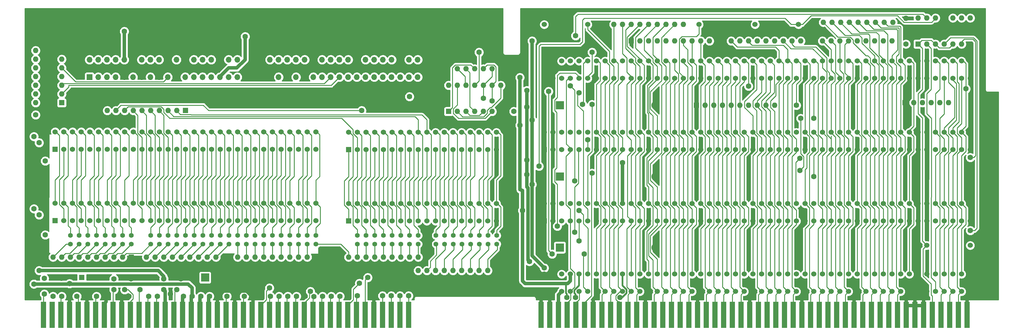
<source format=gbr>
G04 #@! TF.GenerationSoftware,KiCad,Pcbnew,(5.1.6)-1*
G04 #@! TF.CreationDate,2022-01-22T19:31:01+00:00*
G04 #@! TF.ProjectId,Daughterboard,44617567-6874-4657-9262-6f6172642e6b,rev?*
G04 #@! TF.SameCoordinates,Original*
G04 #@! TF.FileFunction,Copper,L1,Top*
G04 #@! TF.FilePolarity,Positive*
%FSLAX46Y46*%
G04 Gerber Fmt 4.6, Leading zero omitted, Abs format (unit mm)*
G04 Created by KiCad (PCBNEW (5.1.6)-1) date 2022-01-22 19:31:01*
%MOMM*%
%LPD*%
G01*
G04 APERTURE LIST*
G04 #@! TA.AperFunction,ComponentPad*
%ADD10C,1.524000*%
G04 #@! TD*
G04 #@! TA.AperFunction,ComponentPad*
%ADD11R,1.524000X1.524000*%
G04 #@! TD*
G04 #@! TA.AperFunction,ComponentPad*
%ADD12R,1.600000X1.600000*%
G04 #@! TD*
G04 #@! TA.AperFunction,ComponentPad*
%ADD13C,1.600000*%
G04 #@! TD*
G04 #@! TA.AperFunction,ComponentPad*
%ADD14O,1.600000X1.600000*%
G04 #@! TD*
G04 #@! TA.AperFunction,ComponentPad*
%ADD15R,1.700000X1.700000*%
G04 #@! TD*
G04 #@! TA.AperFunction,ComponentPad*
%ADD16O,1.700000X1.700000*%
G04 #@! TD*
G04 #@! TA.AperFunction,ComponentPad*
%ADD17O,2.400000X2.400000*%
G04 #@! TD*
G04 #@! TA.AperFunction,ComponentPad*
%ADD18R,2.400000X2.400000*%
G04 #@! TD*
G04 #@! TA.AperFunction,SMDPad,CuDef*
%ADD19R,1.524000X7.620000*%
G04 #@! TD*
G04 #@! TA.AperFunction,ComponentPad*
%ADD20C,1.400000*%
G04 #@! TD*
G04 #@! TA.AperFunction,ViaPad*
%ADD21C,1.600000*%
G04 #@! TD*
G04 #@! TA.AperFunction,Conductor*
%ADD22C,0.250000*%
G04 #@! TD*
G04 #@! TA.AperFunction,Conductor*
%ADD23C,1.000000*%
G04 #@! TD*
G04 #@! TA.AperFunction,Conductor*
%ADD24C,0.500000*%
G04 #@! TD*
G04 #@! TA.AperFunction,Conductor*
%ADD25C,0.254000*%
G04 #@! TD*
G04 APERTURE END LIST*
D10*
G04 #@! TO.P,CN752,2*
G04 #@! TO.N,Net-(CN751-Pad2)*
X11811000Y-117475000D03*
G04 #@! TO.P,CN752,3*
G04 #@! TO.N,Net-(CN751-Pad3)*
X14351000Y-122555000D03*
G04 #@! TO.P,CN752,4*
G04 #@! TO.N,Net-(C783-Pad2)*
X14351000Y-117475000D03*
D11*
G04 #@! TO.P,CN752,1*
G04 #@! TO.N,Earth*
X11811000Y-122555000D03*
D10*
G04 #@! TO.P,CN752,5*
G04 #@! TO.N,+5V*
X16891000Y-122555000D03*
G04 #@! TO.P,CN752,17*
G04 #@! TO.N,+12V*
X32131000Y-122555000D03*
G04 #@! TO.P,CN752,10*
G04 #@! TO.N,Net-(C780-Pad2)*
X21971000Y-117475000D03*
G04 #@! TO.P,CN752,11*
G04 #@! TO.N,Net-(CN751-Pad11)*
X24511000Y-122555000D03*
G04 #@! TO.P,CN752,20*
G04 #@! TO.N,Net-(CN751-Pad20)*
X34671000Y-117475000D03*
G04 #@! TO.P,CN752,21*
G04 #@! TO.N,Net-(CN751-Pad21)*
X37211000Y-122555000D03*
G04 #@! TO.P,CN752,22*
G04 #@! TO.N,Net-(CN751-Pad22)*
X37211000Y-117475000D03*
G04 #@! TO.P,CN752,24*
G04 #@! TO.N,Net-(C775-Pad2)*
X39751000Y-117475000D03*
G04 #@! TO.P,CN752,25*
G04 #@! TO.N,Net-(CN751-Pad25)*
X42291000Y-122555000D03*
G04 #@! TO.P,CN752,27*
G04 #@! TO.N,Net-(CN751-Pad27)*
X44831000Y-122555000D03*
G04 #@! TO.P,CN752,29*
G04 #@! TO.N,Net-(CN751-Pad29)*
X47371000Y-122555000D03*
G04 #@! TO.P,CN752,32*
G04 #@! TO.N,Net-(C771-Pad2)*
X49911000Y-117475000D03*
G04 #@! TO.P,CN752,13*
G04 #@! TO.N,-12V*
X27051000Y-122555000D03*
G04 #@! TO.P,CN752,30*
G04 #@! TO.N,Net-(C772-Pad2)*
X47371000Y-117475000D03*
G04 #@! TO.P,CN752,31*
G04 #@! TO.N,Net-(CN751-Pad31)*
X49911000Y-122555000D03*
G04 #@! TO.P,CN752,7*
G04 #@! TO.N,Net-(CN751-Pad7)*
X19431000Y-122555000D03*
G04 #@! TO.P,CN752,9*
G04 #@! TO.N,-5V*
X21971000Y-122555000D03*
G04 #@! TO.P,CN752,37*
G04 #@! TO.N,Net-(CN751-Pad37)*
X57531000Y-122555000D03*
G04 #@! TO.P,CN752,38*
G04 #@! TO.N,Net-(C768-Pad2)*
X57531000Y-117475000D03*
G04 #@! TO.P,CN752,39*
G04 #@! TO.N,Net-(CN751-Pad39)*
X60071000Y-122555000D03*
G04 #@! TO.P,CN752,8*
G04 #@! TO.N,Net-(C781-Pad2)*
X19431000Y-117475000D03*
G04 #@! TO.P,CN752,26*
G04 #@! TO.N,Net-(C774-Pad2)*
X42291000Y-117475000D03*
G04 #@! TO.P,CN752,33*
G04 #@! TO.N,Net-(CN751-Pad33)*
X52451000Y-122555000D03*
G04 #@! TO.P,CN752,40*
G04 #@! TO.N,Net-(C767-Pad2)*
X60071000Y-117475000D03*
G04 #@! TO.P,CN752,14*
G04 #@! TO.N,Net-(C778-Pad2)*
X27051000Y-117475000D03*
G04 #@! TO.P,CN752,35*
G04 #@! TO.N,Net-(CN751-Pad35)*
X54991000Y-122555000D03*
G04 #@! TO.P,CN752,28*
G04 #@! TO.N,Net-(C773-Pad2)*
X44831000Y-117475000D03*
G04 #@! TO.P,CN752,12*
G04 #@! TO.N,Net-(C779-Pad2)*
X24511000Y-117475000D03*
G04 #@! TO.P,CN752,15*
G04 #@! TO.N,Net-(CN751-Pad15)*
X29591000Y-122555000D03*
G04 #@! TO.P,CN752,34*
G04 #@! TO.N,Net-(C770-Pad2)*
X52451000Y-117475000D03*
G04 #@! TO.P,CN752,6*
G04 #@! TO.N,Net-(C782-Pad2)*
X16891000Y-117475000D03*
G04 #@! TO.P,CN752,18*
G04 #@! TO.N,Net-(C776-Pad2)*
X32131000Y-117475000D03*
G04 #@! TO.P,CN752,23*
G04 #@! TO.N,Net-(CN751-Pad23)*
X39751000Y-122555000D03*
G04 #@! TO.P,CN752,36*
G04 #@! TO.N,Net-(C769-Pad2)*
X54991000Y-117475000D03*
G04 #@! TO.P,CN752,41*
G04 #@! TO.N,Net-(CN751-Pad41)*
X62611000Y-122555000D03*
G04 #@! TO.P,CN752,16*
G04 #@! TO.N,Net-(C777-Pad2)*
X29591000Y-117475000D03*
G04 #@! TO.P,CN752,42*
G04 #@! TO.N,Net-(C766-Pad2)*
X62611000Y-117475000D03*
G04 #@! TO.P,CN752,19*
G04 #@! TO.N,Earth*
X34671000Y-122555000D03*
G04 #@! TO.P,CN752,55*
G04 #@! TO.N,Net-(CN751-Pad55)*
X80391000Y-122555000D03*
G04 #@! TO.P,CN752,52*
G04 #@! TO.N,Net-(C761-Pad2)*
X75311000Y-117475000D03*
G04 #@! TO.P,CN752,43*
G04 #@! TO.N,Net-(CN751-Pad43)*
X65151000Y-122555000D03*
G04 #@! TO.P,CN752,47*
G04 #@! TO.N,Net-(CN751-Pad47)*
X70231000Y-122555000D03*
G04 #@! TO.P,CN752,51*
G04 #@! TO.N,Net-(CN751-Pad51)*
X75311000Y-122555000D03*
G04 #@! TO.P,CN752,49*
G04 #@! TO.N,Net-(CN751-Pad49)*
X72771000Y-122555000D03*
G04 #@! TO.P,CN752,60*
G04 #@! TO.N,Net-(C757-Pad2)*
X85471000Y-117475000D03*
G04 #@! TO.P,CN752,44*
G04 #@! TO.N,Net-(C765-Pad2)*
X65151000Y-117475000D03*
G04 #@! TO.P,CN752,46*
G04 #@! TO.N,Net-(C764-Pad2)*
X67691000Y-117475000D03*
G04 #@! TO.P,CN752,48*
G04 #@! TO.N,Net-(C763-Pad2)*
X70231000Y-117475000D03*
G04 #@! TO.P,CN752,62*
G04 #@! TO.N,Net-(C756-Pad2)*
X88011000Y-117475000D03*
G04 #@! TO.P,CN752,61*
G04 #@! TO.N,Earth*
X88011000Y-122555000D03*
G04 #@! TO.P,CN752,54*
G04 #@! TO.N,Net-(C760-Pad2)*
X77851000Y-117475000D03*
G04 #@! TO.P,CN752,57*
G04 #@! TO.N,+5V*
X82931000Y-122555000D03*
G04 #@! TO.P,CN752,50*
G04 #@! TO.N,Net-(C762-Pad2)*
X72771000Y-117475000D03*
G04 #@! TO.P,CN752,56*
G04 #@! TO.N,Net-(C759-Pad2)*
X80391000Y-117475000D03*
G04 #@! TO.P,CN752,53*
G04 #@! TO.N,Net-(CN751-Pad53)*
X77851000Y-122555000D03*
G04 #@! TO.P,CN752,58*
G04 #@! TO.N,Net-(C758-Pad2)*
X82931000Y-117475000D03*
G04 #@! TO.P,CN752,59*
G04 #@! TO.N,Net-(CN751-Pad59)*
X85471000Y-122555000D03*
G04 #@! TO.P,CN752,45*
G04 #@! TO.N,Net-(CN751-Pad45)*
X67691000Y-122555000D03*
G04 #@! TD*
G04 #@! TO.P,CN600,100*
G04 #@! TO.N,Earth*
X279146000Y-138176000D03*
G04 #@! TO.P,CN600,99*
X279146000Y-143256000D03*
G04 #@! TO.P,CN600,98*
G04 #@! TO.N,/Zorro/_SCS*
X276606000Y-138176000D03*
G04 #@! TO.P,CN600,97*
G04 #@! TO.N,/Zorro/_FCS*
X276606000Y-143256000D03*
G04 #@! TO.P,CN600,96*
G04 #@! TO.N,/Zorro/_PINT1*
X274066000Y-138176000D03*
G04 #@! TO.P,CN600,95*
G04 #@! TO.N,/Zorro/_EBCLR*
X274066000Y-143256000D03*
G04 #@! TO.P,CN600,94*
G04 #@! TO.N,/Zorro/_ERST*
X271526000Y-138176000D03*
G04 #@! TO.P,CN600,93*
G04 #@! TO.N,/Zorro/DOE*
X271526000Y-143256000D03*
G04 #@! TO.P,CN600,92*
G04 #@! TO.N,/Zorro/E7M*
X268986000Y-138176000D03*
G04 #@! TO.P,CN600,91*
G04 #@! TO.N,Net-(CN600-Pad91)*
X268986000Y-143256000D03*
G04 #@! TO.P,CN600,90*
G04 #@! TO.N,Earth*
X266446000Y-138176000D03*
G04 #@! TO.P,CN600,89*
X266446000Y-143256000D03*
G04 #@! TO.P,CN600,88*
X263906000Y-138176000D03*
G04 #@! TO.P,CN600,87*
X263906000Y-143256000D03*
G04 #@! TO.P,CN600,86*
G04 #@! TO.N,/Zorro/ED5*
X261366000Y-138176000D03*
G04 #@! TO.P,CN600,85*
G04 #@! TO.N,Earth*
X261366000Y-143256000D03*
G04 #@! TO.P,CN600,84*
G04 #@! TO.N,/Zorro/ED6*
X258826000Y-138176000D03*
G04 #@! TO.P,CN600,83*
G04 #@! TO.N,/Zorro/ED4*
X258826000Y-143256000D03*
G04 #@! TO.P,CN600,82*
G04 #@! TO.N,/Zorro/ED7*
X256286000Y-138176000D03*
G04 #@! TO.P,CN600,81*
G04 #@! TO.N,/Zorro/ED3*
X256286000Y-143256000D03*
G04 #@! TO.P,CN600,80*
G04 #@! TO.N,/Zorro/ED8*
X253746000Y-138176000D03*
G04 #@! TO.P,CN600,79*
G04 #@! TO.N,/Zorro/ED2*
X253746000Y-143256000D03*
G04 #@! TO.P,CN600,78*
G04 #@! TO.N,/Zorro/ED9*
X251206000Y-138176000D03*
G04 #@! TO.P,CN600,77*
G04 #@! TO.N,/Zorro/ED1*
X251206000Y-143256000D03*
G04 #@! TO.P,CN600,76*
G04 #@! TO.N,/Zorro/ED10*
X248666000Y-138176000D03*
G04 #@! TO.P,CN600,75*
G04 #@! TO.N,/Zorro/ED0*
X248666000Y-143256000D03*
G04 #@! TO.P,CN600,74*
G04 #@! TO.N,/Zorro/_CCS*
X246126000Y-138176000D03*
G04 #@! TO.P,CN600,73*
G04 #@! TO.N,Earth*
X246126000Y-143256000D03*
G04 #@! TO.P,CN600,72*
G04 #@! TO.N,/Zorro/_EDSH*
X243586000Y-138176000D03*
G04 #@! TO.P,CN600,71*
G04 #@! TO.N,/Zorro/ED11*
X243586000Y-143256000D03*
G04 #@! TO.P,CN600,70*
G04 #@! TO.N,/Zorro/_EDSL*
X241046000Y-138176000D03*
G04 #@! TO.P,CN600,69*
G04 #@! TO.N,/Zorro/ED12*
X241046000Y-143256000D03*
G04 #@! TO.P,CN600,68*
G04 #@! TO.N,/Zorro/READ*
X238506000Y-138176000D03*
G04 #@! TO.P,CN600,67*
G04 #@! TO.N,/Zorro/ED13*
X238506000Y-143256000D03*
G04 #@! TO.P,CN600,66*
G04 #@! TO.N,/Zorro/_DTACK*
X235966000Y-138176000D03*
G04 #@! TO.P,CN600,65*
G04 #@! TO.N,/Zorro/ED14*
X235966000Y-143256000D03*
G04 #@! TO.P,CN600,64*
G04 #@! TO.N,Net-(CN600-Pad64)*
X233426000Y-138176000D03*
G04 #@! TO.P,CN600,63*
G04 #@! TO.N,/Zorro/ED15*
X233426000Y-143256000D03*
G04 #@! TO.P,CN600,62*
G04 #@! TO.N,/Zorro/_EBGACK*
X230886000Y-138176000D03*
G04 #@! TO.P,CN600,61*
G04 #@! TO.N,Earth*
X230886000Y-143256000D03*
G04 #@! TO.P,CN600,60*
G04 #@! TO.N,Net-(CN600-Pad60)*
X228346000Y-138176000D03*
G04 #@! TO.P,CN600,59*
G04 #@! TO.N,/Zorro/EA23*
X228346000Y-143256000D03*
G04 #@! TO.P,CN600,58*
G04 #@! TO.N,/Zorro/EA21*
X225806000Y-138176000D03*
G04 #@! TO.P,CN600,57*
G04 #@! TO.N,/Zorro/EA22*
X225806000Y-143256000D03*
G04 #@! TO.P,CN600,56*
G04 #@! TO.N,/Zorro/EA20*
X223266000Y-138176000D03*
G04 #@! TO.P,CN600,55*
G04 #@! TO.N,/Zorro/_EHLT*
X223266000Y-143256000D03*
G04 #@! TO.P,CN600,54*
G04 #@! TO.N,/Zorro/EA19*
X220726000Y-138176000D03*
G04 #@! TO.P,CN600,53*
G04 #@! TO.N,/Zorro/_RESET*
X220726000Y-143256000D03*
G04 #@! TO.P,CN600,52*
G04 #@! TO.N,/Zorro/EA18*
X218186000Y-138176000D03*
G04 #@! TO.P,CN600,51*
G04 #@! TO.N,/Zorro/_CINT*
X218186000Y-143256000D03*
G04 #@! TO.P,CN600,50*
G04 #@! TO.N,/Zorro/ECLK*
X215646000Y-138176000D03*
G04 #@! TO.P,CN600,49*
G04 #@! TO.N,Earth*
X215646000Y-143256000D03*
G04 #@! TO.P,CN600,48*
G04 #@! TO.N,/Zorro/_MTACK*
X213106000Y-138176000D03*
G04 #@! TO.P,CN600,47*
G04 #@! TO.N,/Zorro/EA17*
X213106000Y-143256000D03*
G04 #@! TO.P,CN600,46*
G04 #@! TO.N,/Zorro/_BINT*
X210566000Y-138176000D03*
G04 #@! TO.P,CN600,45*
G04 #@! TO.N,/Zorro/EA16*
X210566000Y-143256000D03*
G04 #@! TO.P,CN600,44*
G04 #@! TO.N,/Zorro/_PINT4*
X208026000Y-138176000D03*
G04 #@! TO.P,CN600,43*
G04 #@! TO.N,/Zorro/EA15*
X208026000Y-143256000D03*
G04 #@! TO.P,CN600,42*
G04 #@! TO.N,/Zorro/_PINT5*
X205486000Y-138176000D03*
G04 #@! TO.P,CN600,41*
G04 #@! TO.N,/Zorro/EA14*
X205486000Y-143256000D03*
G04 #@! TO.P,CN600,40*
G04 #@! TO.N,/Zorro/_PINT7*
X202946000Y-138176000D03*
G04 #@! TO.P,CN600,39*
G04 #@! TO.N,/Zorro/EA13*
X202946000Y-143256000D03*
G04 #@! TO.P,CN600,38*
G04 #@! TO.N,/Zorro/EA12*
X200406000Y-138176000D03*
G04 #@! TO.P,CN600,37*
G04 #@! TO.N,Earth*
X200406000Y-143256000D03*
G04 #@! TO.P,CN600,36*
G04 #@! TO.N,/Zorro/EA11*
X197866000Y-138176000D03*
G04 #@! TO.P,CN600,35*
G04 #@! TO.N,/Zorro/MS2*
X197866000Y-143256000D03*
G04 #@! TO.P,CN600,34*
G04 #@! TO.N,/Zorro/EA10*
X195326000Y-138176000D03*
G04 #@! TO.P,CN600,33*
G04 #@! TO.N,/Zorro/MS1*
X195326000Y-143256000D03*
G04 #@! TO.P,CN600,32*
G04 #@! TO.N,/Zorro/EA9*
X192786000Y-138176000D03*
G04 #@! TO.P,CN600,31*
G04 #@! TO.N,/Zorro/MS0*
X192786000Y-143256000D03*
G04 #@! TO.P,CN600,30*
G04 #@! TO.N,/Zorro/EA8*
X190246000Y-138176000D03*
G04 #@! TO.P,CN600,29*
G04 #@! TO.N,/Zorro/EA1*
X190246000Y-143256000D03*
G04 #@! TO.P,CN600,28*
G04 #@! TO.N,/Zorro/EA7*
X187706000Y-138176000D03*
G04 #@! TO.P,CN600,27*
G04 #@! TO.N,/Zorro/EA2*
X187706000Y-143256000D03*
G04 #@! TO.P,CN600,26*
G04 #@! TO.N,/Zorro/EA3*
X185166000Y-138176000D03*
G04 #@! TO.P,CN600,25*
G04 #@! TO.N,Earth*
X185166000Y-143256000D03*
G04 #@! TO.P,CN600,24*
G04 #@! TO.N,/Zorro/EA4*
X182626000Y-138176000D03*
G04 #@! TO.P,CN600,23*
G04 #@! TO.N,/Zorro/EA6*
X182626000Y-143256000D03*
G04 #@! TO.P,CN600,22*
G04 #@! TO.N,/Zorro/_INT6*
X180086000Y-138176000D03*
G04 #@! TO.P,CN600,21*
G04 #@! TO.N,/Zorro/EA5*
X180086000Y-143256000D03*
G04 #@! TO.P,CN600,20*
G04 #@! TO.N,-12V*
X177546000Y-138176000D03*
G04 #@! TO.P,CN600,19*
G04 #@! TO.N,/Zorro/_INT2*
X177546000Y-143256000D03*
G04 #@! TO.P,CN600,18*
G04 #@! TO.N,/Zorro/_MTCR*
X175006000Y-138176000D03*
G04 #@! TO.P,CN600,17*
G04 #@! TO.N,/Zorro/_OVR*
X175006000Y-143256000D03*
G04 #@! TO.P,CN600,16*
G04 #@! TO.N,/Zorro/_EC1*
X172466000Y-138176000D03*
G04 #@! TO.P,CN600,15*
G04 #@! TO.N,/Zorro/ECDAC*
X172466000Y-143256000D03*
G04 #@! TO.P,CN600,14*
G04 #@! TO.N,/Zorro/EC3*
X169926000Y-138176000D03*
G04 #@! TO.P,CN600,13*
G04 #@! TO.N,Earth*
X169926000Y-143256000D03*
G04 #@! TO.P,CN600,12*
G04 #@! TO.N,Net-(CN600-Pad12)*
X167386000Y-138176000D03*
G04 #@! TO.P,CN600,11*
G04 #@! TO.N,Net-(CN600-Pad11)*
X167386000Y-143256000D03*
G04 #@! TO.P,CN600,10*
G04 #@! TO.N,+12V*
X164846000Y-138176000D03*
G04 #@! TO.P,CN600,9*
G04 #@! TO.N,Net-(CN600-Pad9)*
X164846000Y-143256000D03*
G04 #@! TO.P,CN600,8*
G04 #@! TO.N,-5V*
X162306000Y-138176000D03*
G04 #@! TO.P,CN600,7*
G04 #@! TO.N,/Zorro/_OWN*
X162306000Y-143256000D03*
G04 #@! TO.P,CN600,6*
G04 #@! TO.N,+5V*
X159766000Y-138176000D03*
G04 #@! TO.P,CN600,5*
X159766000Y-143256000D03*
G04 #@! TO.P,CN600,4*
G04 #@! TO.N,Earth*
X157226000Y-138176000D03*
G04 #@! TO.P,CN600,3*
X157226000Y-143256000D03*
G04 #@! TO.P,CN600,2*
X154686000Y-138176000D03*
D11*
G04 #@! TO.P,CN600,1*
X154686000Y-143256000D03*
G04 #@! TD*
D10*
G04 #@! TO.P,CN603,100*
G04 #@! TO.N,Earth*
X279146000Y-75946000D03*
G04 #@! TO.P,CN603,99*
X279146000Y-81026000D03*
G04 #@! TO.P,CN603,98*
G04 #@! TO.N,/Zorro/_SCS*
X276606000Y-75946000D03*
G04 #@! TO.P,CN603,97*
G04 #@! TO.N,/Zorro/_FCS*
X276606000Y-81026000D03*
G04 #@! TO.P,CN603,96*
G04 #@! TO.N,/Zorro/_PINT1*
X274066000Y-75946000D03*
G04 #@! TO.P,CN603,95*
G04 #@! TO.N,/Zorro/_EBCLR*
X274066000Y-81026000D03*
G04 #@! TO.P,CN603,94*
G04 #@! TO.N,/Zorro/_ERST*
X271526000Y-75946000D03*
G04 #@! TO.P,CN603,93*
G04 #@! TO.N,/Zorro/DOE*
X271526000Y-81026000D03*
G04 #@! TO.P,CN603,92*
G04 #@! TO.N,/Zorro/E7M*
X268986000Y-75946000D03*
G04 #@! TO.P,CN603,91*
G04 #@! TO.N,Net-(CN603-Pad91)*
X268986000Y-81026000D03*
G04 #@! TO.P,CN603,90*
G04 #@! TO.N,Earth*
X266446000Y-75946000D03*
G04 #@! TO.P,CN603,89*
X266446000Y-81026000D03*
G04 #@! TO.P,CN603,88*
X263906000Y-75946000D03*
G04 #@! TO.P,CN603,87*
X263906000Y-81026000D03*
G04 #@! TO.P,CN603,86*
G04 #@! TO.N,/Zorro/ED5*
X261366000Y-75946000D03*
G04 #@! TO.P,CN603,85*
G04 #@! TO.N,Earth*
X261366000Y-81026000D03*
G04 #@! TO.P,CN603,84*
G04 #@! TO.N,/Zorro/ED6*
X258826000Y-75946000D03*
G04 #@! TO.P,CN603,83*
G04 #@! TO.N,/Zorro/ED4*
X258826000Y-81026000D03*
G04 #@! TO.P,CN603,82*
G04 #@! TO.N,/Zorro/ED7*
X256286000Y-75946000D03*
G04 #@! TO.P,CN603,81*
G04 #@! TO.N,/Zorro/ED3*
X256286000Y-81026000D03*
G04 #@! TO.P,CN603,80*
G04 #@! TO.N,/Zorro/ED8*
X253746000Y-75946000D03*
G04 #@! TO.P,CN603,79*
G04 #@! TO.N,/Zorro/ED2*
X253746000Y-81026000D03*
G04 #@! TO.P,CN603,78*
G04 #@! TO.N,/Zorro/ED9*
X251206000Y-75946000D03*
G04 #@! TO.P,CN603,77*
G04 #@! TO.N,/Zorro/ED1*
X251206000Y-81026000D03*
G04 #@! TO.P,CN603,76*
G04 #@! TO.N,/Zorro/ED10*
X248666000Y-75946000D03*
G04 #@! TO.P,CN603,75*
G04 #@! TO.N,/Zorro/ED0*
X248666000Y-81026000D03*
G04 #@! TO.P,CN603,74*
G04 #@! TO.N,/Zorro/_CCS*
X246126000Y-75946000D03*
G04 #@! TO.P,CN603,73*
G04 #@! TO.N,Earth*
X246126000Y-81026000D03*
G04 #@! TO.P,CN603,72*
G04 #@! TO.N,/Zorro/_EDSH*
X243586000Y-75946000D03*
G04 #@! TO.P,CN603,71*
G04 #@! TO.N,/Zorro/ED11*
X243586000Y-81026000D03*
G04 #@! TO.P,CN603,70*
G04 #@! TO.N,/Zorro/_EDSL*
X241046000Y-75946000D03*
G04 #@! TO.P,CN603,69*
G04 #@! TO.N,/Zorro/ED12*
X241046000Y-81026000D03*
G04 #@! TO.P,CN603,68*
G04 #@! TO.N,/Zorro/READ*
X238506000Y-75946000D03*
G04 #@! TO.P,CN603,67*
G04 #@! TO.N,/Zorro/ED13*
X238506000Y-81026000D03*
G04 #@! TO.P,CN603,66*
G04 #@! TO.N,/Zorro/_DTACK*
X235966000Y-75946000D03*
G04 #@! TO.P,CN603,65*
G04 #@! TO.N,/Zorro/ED14*
X235966000Y-81026000D03*
G04 #@! TO.P,CN603,64*
G04 #@! TO.N,/Video & ISA/_EBG3*
X233426000Y-75946000D03*
G04 #@! TO.P,CN603,63*
G04 #@! TO.N,/Zorro/ED15*
X233426000Y-81026000D03*
G04 #@! TO.P,CN603,62*
G04 #@! TO.N,/Zorro/_EBGACK*
X230886000Y-75946000D03*
G04 #@! TO.P,CN603,61*
G04 #@! TO.N,Earth*
X230886000Y-81026000D03*
G04 #@! TO.P,CN603,60*
G04 #@! TO.N,/Video & ISA/_EBR3*
X228346000Y-75946000D03*
G04 #@! TO.P,CN603,59*
G04 #@! TO.N,/Zorro/EA23*
X228346000Y-81026000D03*
G04 #@! TO.P,CN603,58*
G04 #@! TO.N,/Zorro/EA21*
X225806000Y-75946000D03*
G04 #@! TO.P,CN603,57*
G04 #@! TO.N,/Zorro/EA22*
X225806000Y-81026000D03*
G04 #@! TO.P,CN603,56*
G04 #@! TO.N,/Zorro/EA20*
X223266000Y-75946000D03*
G04 #@! TO.P,CN603,55*
G04 #@! TO.N,/Zorro/_EHLT*
X223266000Y-81026000D03*
G04 #@! TO.P,CN603,54*
G04 #@! TO.N,/Zorro/EA19*
X220726000Y-75946000D03*
G04 #@! TO.P,CN603,53*
G04 #@! TO.N,/Zorro/_RESET*
X220726000Y-81026000D03*
G04 #@! TO.P,CN603,52*
G04 #@! TO.N,/Zorro/EA18*
X218186000Y-75946000D03*
G04 #@! TO.P,CN603,51*
G04 #@! TO.N,/Zorro/_CINT*
X218186000Y-81026000D03*
G04 #@! TO.P,CN603,50*
G04 #@! TO.N,/Zorro/ECLK*
X215646000Y-75946000D03*
G04 #@! TO.P,CN603,49*
G04 #@! TO.N,Earth*
X215646000Y-81026000D03*
G04 #@! TO.P,CN603,48*
G04 #@! TO.N,/Zorro/_MTACK*
X213106000Y-75946000D03*
G04 #@! TO.P,CN603,47*
G04 #@! TO.N,/Zorro/EA17*
X213106000Y-81026000D03*
G04 #@! TO.P,CN603,46*
G04 #@! TO.N,/Zorro/_BINT*
X210566000Y-75946000D03*
G04 #@! TO.P,CN603,45*
G04 #@! TO.N,/Zorro/EA16*
X210566000Y-81026000D03*
G04 #@! TO.P,CN603,44*
G04 #@! TO.N,/Zorro/_PINT4*
X208026000Y-75946000D03*
G04 #@! TO.P,CN603,43*
G04 #@! TO.N,/Zorro/EA15*
X208026000Y-81026000D03*
G04 #@! TO.P,CN603,42*
G04 #@! TO.N,/Zorro/_PINT5*
X205486000Y-75946000D03*
G04 #@! TO.P,CN603,41*
G04 #@! TO.N,/Zorro/EA14*
X205486000Y-81026000D03*
G04 #@! TO.P,CN603,40*
G04 #@! TO.N,/Zorro/_PINT7*
X202946000Y-75946000D03*
G04 #@! TO.P,CN603,39*
G04 #@! TO.N,/Zorro/EA13*
X202946000Y-81026000D03*
G04 #@! TO.P,CN603,38*
G04 #@! TO.N,/Zorro/EA12*
X200406000Y-75946000D03*
G04 #@! TO.P,CN603,37*
G04 #@! TO.N,Earth*
X200406000Y-81026000D03*
G04 #@! TO.P,CN603,36*
G04 #@! TO.N,/Zorro/EA11*
X197866000Y-75946000D03*
G04 #@! TO.P,CN603,35*
G04 #@! TO.N,/Zorro/MS2*
X197866000Y-81026000D03*
G04 #@! TO.P,CN603,34*
G04 #@! TO.N,/Zorro/EA10*
X195326000Y-75946000D03*
G04 #@! TO.P,CN603,33*
G04 #@! TO.N,/Zorro/MS1*
X195326000Y-81026000D03*
G04 #@! TO.P,CN603,32*
G04 #@! TO.N,/Zorro/EA9*
X192786000Y-75946000D03*
G04 #@! TO.P,CN603,31*
G04 #@! TO.N,/Zorro/MS0*
X192786000Y-81026000D03*
G04 #@! TO.P,CN603,30*
G04 #@! TO.N,/Zorro/EA8*
X190246000Y-75946000D03*
G04 #@! TO.P,CN603,29*
G04 #@! TO.N,/Zorro/EA1*
X190246000Y-81026000D03*
G04 #@! TO.P,CN603,28*
G04 #@! TO.N,/Zorro/EA7*
X187706000Y-75946000D03*
G04 #@! TO.P,CN603,27*
G04 #@! TO.N,/Zorro/EA2*
X187706000Y-81026000D03*
G04 #@! TO.P,CN603,26*
G04 #@! TO.N,/Zorro/EA3*
X185166000Y-75946000D03*
G04 #@! TO.P,CN603,25*
G04 #@! TO.N,Earth*
X185166000Y-81026000D03*
G04 #@! TO.P,CN603,24*
G04 #@! TO.N,/Zorro/EA4*
X182626000Y-75946000D03*
G04 #@! TO.P,CN603,23*
G04 #@! TO.N,/Zorro/EA6*
X182626000Y-81026000D03*
G04 #@! TO.P,CN603,22*
G04 #@! TO.N,/Zorro/_INT6*
X180086000Y-75946000D03*
G04 #@! TO.P,CN603,21*
G04 #@! TO.N,/Zorro/EA5*
X180086000Y-81026000D03*
G04 #@! TO.P,CN603,20*
G04 #@! TO.N,-12V*
X177546000Y-75946000D03*
G04 #@! TO.P,CN603,19*
G04 #@! TO.N,/Zorro/_INT2*
X177546000Y-81026000D03*
G04 #@! TO.P,CN603,18*
G04 #@! TO.N,/Zorro/_MTCR*
X175006000Y-75946000D03*
G04 #@! TO.P,CN603,17*
G04 #@! TO.N,/Zorro/_OVR*
X175006000Y-81026000D03*
G04 #@! TO.P,CN603,16*
G04 #@! TO.N,/Zorro/_EC1*
X172466000Y-75946000D03*
G04 #@! TO.P,CN603,15*
G04 #@! TO.N,/Zorro/ECDAC*
X172466000Y-81026000D03*
G04 #@! TO.P,CN603,14*
G04 #@! TO.N,/Zorro/EC3*
X169926000Y-75946000D03*
G04 #@! TO.P,CN603,13*
G04 #@! TO.N,Earth*
X169926000Y-81026000D03*
G04 #@! TO.P,CN603,12*
G04 #@! TO.N,Net-(CN603-Pad12)*
X167386000Y-75946000D03*
G04 #@! TO.P,CN603,11*
G04 #@! TO.N,Net-(CN603-Pad11)*
X167386000Y-81026000D03*
G04 #@! TO.P,CN603,10*
G04 #@! TO.N,+12V*
X164846000Y-75946000D03*
G04 #@! TO.P,CN603,9*
G04 #@! TO.N,/Video & ISA/_SLAVE3*
X164846000Y-81026000D03*
G04 #@! TO.P,CN603,8*
G04 #@! TO.N,-5V*
X162306000Y-75946000D03*
G04 #@! TO.P,CN603,7*
G04 #@! TO.N,/Zorro/_OWN*
X162306000Y-81026000D03*
G04 #@! TO.P,CN603,6*
G04 #@! TO.N,+5V*
X159766000Y-75946000D03*
G04 #@! TO.P,CN603,5*
X159766000Y-81026000D03*
G04 #@! TO.P,CN603,4*
G04 #@! TO.N,Earth*
X157226000Y-75946000D03*
G04 #@! TO.P,CN603,3*
X157226000Y-81026000D03*
G04 #@! TO.P,CN603,2*
X154686000Y-75946000D03*
D11*
G04 #@! TO.P,CN603,1*
X154686000Y-81026000D03*
G04 #@! TD*
D12*
G04 #@! TO.P,C751,1*
G04 #@! TO.N,+5V*
X19558000Y-139192000D03*
D13*
G04 #@! TO.P,C751,2*
G04 #@! TO.N,Earth*
X24558000Y-139192000D03*
G04 #@! TD*
D10*
G04 #@! TO.P,CN755,27*
G04 #@! TO.N,Net-(CN754-Pad27)*
X130556000Y-122682000D03*
G04 #@! TO.P,CN755,24*
G04 #@! TO.N,Net-(C793-Pad2)*
X125476000Y-117602000D03*
G04 #@! TO.P,CN755,10*
G04 #@! TO.N,Net-(C788-Pad2)*
X107696000Y-117602000D03*
G04 #@! TO.P,CN755,12*
G04 #@! TO.N,Net-(C789-Pad2)*
X110236000Y-117602000D03*
G04 #@! TO.P,CN755,22*
G04 #@! TO.N,Net-(C792-Pad2)*
X122936000Y-117602000D03*
G04 #@! TO.P,CN755,6*
G04 #@! TO.N,Net-(C786-Pad2)*
X102616000Y-117602000D03*
G04 #@! TO.P,CN755,32*
G04 #@! TO.N,Net-(C797-Pad2)*
X135636000Y-117602000D03*
G04 #@! TO.P,CN755,20*
G04 #@! TO.N,Net-(CN754-Pad20)*
X120396000Y-117602000D03*
G04 #@! TO.P,CN755,11*
G04 #@! TO.N,Net-(CN754-Pad11)*
X110236000Y-122682000D03*
G04 #@! TO.P,CN755,16*
G04 #@! TO.N,Net-(C791-Pad2)*
X115316000Y-117602000D03*
G04 #@! TO.P,CN755,33*
G04 #@! TO.N,Net-(CN754-Pad33)*
X138176000Y-122682000D03*
G04 #@! TO.P,CN755,28*
G04 #@! TO.N,Net-(C795-Pad2)*
X130556000Y-117602000D03*
G04 #@! TO.P,CN755,8*
G04 #@! TO.N,Net-(C787-Pad2)*
X105156000Y-117602000D03*
G04 #@! TO.P,CN755,26*
G04 #@! TO.N,Net-(C794-Pad2)*
X128016000Y-117602000D03*
G04 #@! TO.P,CN755,31*
G04 #@! TO.N,+5V*
X135636000Y-122682000D03*
G04 #@! TO.P,CN755,34*
G04 #@! TO.N,Net-(C798-Pad2)*
X138176000Y-117602000D03*
G04 #@! TO.P,CN755,19*
G04 #@! TO.N,Net-(CN754-Pad19)*
X120396000Y-122682000D03*
G04 #@! TO.P,CN755,18*
G04 #@! TO.N,Net-(CN754-Pad18)*
X117856000Y-117602000D03*
G04 #@! TO.P,CN755,25*
G04 #@! TO.N,Net-(CN754-Pad25)*
X128016000Y-122682000D03*
G04 #@! TO.P,CN755,21*
G04 #@! TO.N,Net-(CN754-Pad21)*
X122936000Y-122682000D03*
G04 #@! TO.P,CN755,23*
G04 #@! TO.N,Net-(CN754-Pad23)*
X125476000Y-122682000D03*
G04 #@! TO.P,CN755,9*
G04 #@! TO.N,Net-(CN754-Pad9)*
X107696000Y-122682000D03*
G04 #@! TO.P,CN755,14*
G04 #@! TO.N,Net-(C790-Pad2)*
X112776000Y-117602000D03*
G04 #@! TO.P,CN755,30*
G04 #@! TO.N,Net-(C796-Pad2)*
X133096000Y-117602000D03*
G04 #@! TO.P,CN755,36*
G04 #@! TO.N,Net-(C799-Pad2)*
X140716000Y-117602000D03*
G04 #@! TO.P,CN755,15*
G04 #@! TO.N,Net-(CN754-Pad15)*
X115316000Y-122682000D03*
G04 #@! TO.P,CN755,35*
G04 #@! TO.N,Earth*
X140716000Y-122682000D03*
G04 #@! TO.P,CN755,7*
G04 #@! TO.N,Net-(CN754-Pad7)*
X105156000Y-122682000D03*
G04 #@! TO.P,CN755,13*
G04 #@! TO.N,Net-(CN754-Pad13)*
X112776000Y-122682000D03*
G04 #@! TO.P,CN755,29*
G04 #@! TO.N,Net-(CN754-Pad29)*
X133096000Y-122682000D03*
G04 #@! TO.P,CN755,17*
G04 #@! TO.N,Net-(CN754-Pad17)*
X117856000Y-122682000D03*
G04 #@! TO.P,CN755,5*
G04 #@! TO.N,Net-(CN754-Pad5)*
X102616000Y-122682000D03*
G04 #@! TO.P,CN755,3*
G04 #@! TO.N,Net-(CN754-Pad3)*
X100076000Y-122682000D03*
G04 #@! TO.P,CN755,4*
G04 #@! TO.N,Net-(C785-Pad2)*
X100076000Y-117602000D03*
G04 #@! TO.P,CN755,2*
G04 #@! TO.N,Net-(C784-Pad2)*
X97536000Y-117602000D03*
D11*
G04 #@! TO.P,CN755,1*
G04 #@! TO.N,Net-(CN754-Pad1)*
X97536000Y-122682000D03*
G04 #@! TD*
D14*
G04 #@! TO.P,RP752,10*
G04 #@! TO.N,Net-(RP752-Pad10)*
X117856000Y-137160000D03*
G04 #@! TO.P,RP752,9*
G04 #@! TO.N,Net-(C792-Pad1)*
X120396000Y-137160000D03*
G04 #@! TO.P,RP752,8*
G04 #@! TO.N,Net-(C793-Pad1)*
X122936000Y-137160000D03*
G04 #@! TO.P,RP752,7*
G04 #@! TO.N,Net-(C794-Pad1)*
X125476000Y-137160000D03*
G04 #@! TO.P,RP752,6*
G04 #@! TO.N,Net-(C795-Pad1)*
X128016000Y-137160000D03*
G04 #@! TO.P,RP752,5*
G04 #@! TO.N,Net-(C796-Pad1)*
X130556000Y-137160000D03*
G04 #@! TO.P,RP752,4*
G04 #@! TO.N,Net-(C797-Pad1)*
X133096000Y-137160000D03*
G04 #@! TO.P,RP752,3*
G04 #@! TO.N,Net-(C798-Pad1)*
X135636000Y-137160000D03*
G04 #@! TO.P,RP752,2*
G04 #@! TO.N,Net-(C799-Pad1)*
X138176000Y-137160000D03*
D12*
G04 #@! TO.P,RP752,1*
G04 #@! TO.N,Earth*
X140716000Y-137160000D03*
G04 #@! TD*
D14*
G04 #@! TO.P,RP753,10*
G04 #@! TO.N,Net-(C756-Pad1)*
X97536000Y-133223000D03*
G04 #@! TO.P,RP753,9*
G04 #@! TO.N,Net-(C784-Pad1)*
X100076000Y-133223000D03*
G04 #@! TO.P,RP753,8*
G04 #@! TO.N,Net-(C785-Pad1)*
X102616000Y-133223000D03*
G04 #@! TO.P,RP753,7*
G04 #@! TO.N,Net-(C786-Pad1)*
X105156000Y-133223000D03*
G04 #@! TO.P,RP753,6*
G04 #@! TO.N,Net-(C787-Pad1)*
X107696000Y-133223000D03*
G04 #@! TO.P,RP753,5*
G04 #@! TO.N,Net-(C788-Pad1)*
X110236000Y-133223000D03*
G04 #@! TO.P,RP753,4*
G04 #@! TO.N,Net-(C789-Pad1)*
X112776000Y-133223000D03*
G04 #@! TO.P,RP753,3*
G04 #@! TO.N,Net-(C790-Pad1)*
X115316000Y-133223000D03*
G04 #@! TO.P,RP753,2*
G04 #@! TO.N,Net-(C791-Pad1)*
X117856000Y-133223000D03*
D12*
G04 #@! TO.P,RP753,1*
G04 #@! TO.N,Earth*
X120396000Y-133223000D03*
G04 #@! TD*
D13*
G04 #@! TO.P,C458,2*
G04 #@! TO.N,Earth*
X33956000Y-139573000D03*
G04 #@! TO.P,C458,1*
G04 #@! TO.N,/Video & ISA/_C4*
X28956000Y-139573000D03*
G04 #@! TD*
G04 #@! TO.P,C752,2*
G04 #@! TO.N,Earth*
X13636000Y-139446000D03*
G04 #@! TO.P,C752,1*
G04 #@! TO.N,+5V*
X8636000Y-139446000D03*
G04 #@! TD*
G04 #@! TO.P,C753,2*
G04 #@! TO.N,Earth*
X48561000Y-139573000D03*
G04 #@! TO.P,C753,1*
G04 #@! TO.N,-5V*
X43561000Y-139573000D03*
G04 #@! TD*
G04 #@! TO.P,C754,2*
G04 #@! TO.N,Earth*
X154606000Y-109093000D03*
G04 #@! TO.P,C754,1*
G04 #@! TO.N,-12V*
X149606000Y-109093000D03*
G04 #@! TD*
G04 #@! TO.P,C849,2*
G04 #@! TO.N,Earth*
X120316000Y-86360000D03*
G04 #@! TO.P,C849,1*
G04 #@! TO.N,+5V*
X115316000Y-86360000D03*
G04 #@! TD*
D15*
G04 #@! TO.P,CN451,1*
G04 #@! TO.N,Net-(CN451-Pad1)*
X21844000Y-80645000D03*
D16*
G04 #@! TO.P,CN451,22*
G04 #@! TO.N,/Video & ISA/_HSYNC*
X47244000Y-75565000D03*
G04 #@! TO.P,CN451,27*
G04 #@! TO.N,/Video & ISA/G3*
X54864000Y-80645000D03*
G04 #@! TO.P,CN451,23*
G04 #@! TO.N,/Video & ISA/B0*
X49784000Y-80645000D03*
G04 #@! TO.P,CN451,25*
G04 #@! TO.N,/Video & ISA/B3*
X52324000Y-80645000D03*
G04 #@! TO.P,CN451,34*
G04 #@! TO.N,/Video & ISA/_VC1*
X62484000Y-75565000D03*
G04 #@! TO.P,CN451,19*
G04 #@! TO.N,/Video & ISA/_C4*
X44704000Y-80645000D03*
G04 #@! TO.P,CN451,32*
G04 #@! TO.N,Earth*
X59944000Y-75565000D03*
G04 #@! TO.P,CN451,5*
G04 #@! TO.N,Net-(CN451-Pad5)*
X26924000Y-80645000D03*
G04 #@! TO.P,CN451,21*
G04 #@! TO.N,Earth*
X47244000Y-80645000D03*
G04 #@! TO.P,CN451,33*
G04 #@! TO.N,/Video & ISA/INTCLK*
X62484000Y-80645000D03*
G04 #@! TO.P,CN451,11*
G04 #@! TO.N,/Video & ISA/AGREEN*
X34544000Y-80645000D03*
G04 #@! TO.P,CN451,36*
G04 #@! TO.N,/Video & ISA/PSTROBE*
X65024000Y-75565000D03*
G04 #@! TO.P,CN451,6*
G04 #@! TO.N,+5V*
X26924000Y-75565000D03*
G04 #@! TO.P,CN451,18*
G04 #@! TO.N,/Video & ISA/BURST*
X42164000Y-75565000D03*
G04 #@! TO.P,CN451,8*
G04 #@! TO.N,+5V*
X29464000Y-75565000D03*
G04 #@! TO.P,CN451,20*
G04 #@! TO.N,Earth*
X44704000Y-75565000D03*
G04 #@! TO.P,CN451,2*
G04 #@! TO.N,Net-(CN451-Pad2)*
X21844000Y-75565000D03*
G04 #@! TO.P,CN451,14*
G04 #@! TO.N,/Video & ISA/_BCSYNC*
X37084000Y-75565000D03*
G04 #@! TO.P,CN451,3*
G04 #@! TO.N,/Video & ISA/FLTLEFT*
X24384000Y-80645000D03*
G04 #@! TO.P,CN451,15*
G04 #@! TO.N,/Video & ISA/ABLUE*
X39624000Y-80645000D03*
G04 #@! TO.P,CN451,24*
G04 #@! TO.N,Earth*
X49784000Y-75565000D03*
G04 #@! TO.P,CN451,7*
G04 #@! TO.N,/Video & ISA/ARED*
X29464000Y-80645000D03*
G04 #@! TO.P,CN451,17*
G04 #@! TO.N,Earth*
X42164000Y-80645000D03*
G04 #@! TO.P,CN451,31*
G04 #@! TO.N,-5V*
X59944000Y-80645000D03*
G04 #@! TO.P,CN451,35*
G04 #@! TO.N,+5V*
X65024000Y-80645000D03*
G04 #@! TO.P,CN451,16*
G04 #@! TO.N,/Video & ISA/_XCLKEN*
X39624000Y-75565000D03*
G04 #@! TO.P,CN451,29*
G04 #@! TO.N,/Video & ISA/R3*
X57404000Y-80645000D03*
G04 #@! TO.P,CN451,30*
G04 #@! TO.N,/Video & ISA/PIXELSW*
X57404000Y-75565000D03*
G04 #@! TO.P,CN451,26*
G04 #@! TO.N,/Video & ISA/_VSYNC*
X52324000Y-75565000D03*
G04 #@! TO.P,CN451,13*
G04 #@! TO.N,Earth*
X37084000Y-80645000D03*
G04 #@! TO.P,CN451,9*
X32004000Y-80645000D03*
G04 #@! TO.P,CN451,28*
G04 #@! TO.N,/Video & ISA/BSYNC*
X54864000Y-75565000D03*
G04 #@! TO.P,CN451,4*
G04 #@! TO.N,/Video & ISA/FLTRIGHT*
X24384000Y-75565000D03*
G04 #@! TO.P,CN451,10*
G04 #@! TO.N,+12V*
X32004000Y-75565000D03*
G04 #@! TO.P,CN451,12*
G04 #@! TO.N,Earth*
X34544000Y-75565000D03*
G04 #@! TD*
D15*
G04 #@! TO.P,CN452,1*
G04 #@! TO.N,Earth*
X74549000Y-80645000D03*
D16*
G04 #@! TO.P,CN452,22*
X99949000Y-75565000D03*
G04 #@! TO.P,CN452,27*
G04 #@! TO.N,/Video & ISA/PPD4*
X107569000Y-80645000D03*
G04 #@! TO.P,CN452,23*
G04 #@! TO.N,/Video & ISA/PPD0*
X102489000Y-80645000D03*
G04 #@! TO.P,CN452,25*
G04 #@! TO.N,/Video & ISA/PPD2*
X105029000Y-80645000D03*
G04 #@! TO.P,CN452,34*
G04 #@! TO.N,AUDIO*
X115189000Y-75565000D03*
G04 #@! TO.P,CN452,19*
G04 #@! TO.N,/Video & ISA/_LPEN*
X97409000Y-80645000D03*
G04 #@! TO.P,CN452,32*
G04 #@! TO.N,Earth*
X112649000Y-75565000D03*
G04 #@! TO.P,CN452,5*
X79629000Y-80645000D03*
G04 #@! TO.P,CN452,21*
G04 #@! TO.N,/Video & ISA/PSEL*
X99949000Y-80645000D03*
G04 #@! TO.P,CN452,33*
G04 #@! TO.N,/Video & ISA/RAWLEFT*
X115189000Y-80645000D03*
G04 #@! TO.P,CN452,11*
G04 #@! TO.N,/Video & ISA/B2*
X87249000Y-80645000D03*
G04 #@! TO.P,CN452,36*
G04 #@! TO.N,AUDIO*
X117729000Y-75565000D03*
G04 #@! TO.P,CN452,6*
G04 #@! TO.N,/Video & ISA/G0*
X79629000Y-75565000D03*
G04 #@! TO.P,CN452,18*
G04 #@! TO.N,/Video & ISA/PBUSY*
X94869000Y-75565000D03*
G04 #@! TO.P,CN452,8*
G04 #@! TO.N,/Video & ISA/G2*
X82169000Y-75565000D03*
G04 #@! TO.P,CN452,20*
G04 #@! TO.N,/Video & ISA/_PACK*
X97409000Y-75565000D03*
G04 #@! TO.P,CN452,2*
G04 #@! TO.N,/Video & ISA/R0*
X74549000Y-75565000D03*
G04 #@! TO.P,CN452,14*
G04 #@! TO.N,/Video & ISA/TBASE*
X89789000Y-75565000D03*
G04 #@! TO.P,CN452,3*
G04 #@! TO.N,/Video & ISA/R1*
X77089000Y-80645000D03*
G04 #@! TO.P,CN452,15*
G04 #@! TO.N,/Video & ISA/VCDAC*
X92329000Y-80645000D03*
G04 #@! TO.P,CN452,24*
G04 #@! TO.N,/Video & ISA/PPD1*
X102489000Y-75565000D03*
G04 #@! TO.P,CN452,7*
G04 #@! TO.N,/Video & ISA/G1*
X82169000Y-80645000D03*
G04 #@! TO.P,CN452,17*
G04 #@! TO.N,/Video & ISA/VC3*
X94869000Y-80645000D03*
G04 #@! TO.P,CN452,31*
G04 #@! TO.N,/Video & ISA/_LED*
X112649000Y-80645000D03*
G04 #@! TO.P,CN452,35*
G04 #@! TO.N,/Video & ISA/RAWRIGHT*
X117729000Y-80645000D03*
G04 #@! TO.P,CN452,16*
G04 #@! TO.N,/Video & ISA/PPOUT*
X92329000Y-75565000D03*
G04 #@! TO.P,CN452,29*
G04 #@! TO.N,/Video & ISA/PPD6*
X110109000Y-80645000D03*
G04 #@! TO.P,CN452,30*
G04 #@! TO.N,/Video & ISA/PPD7*
X110109000Y-75565000D03*
G04 #@! TO.P,CN452,26*
G04 #@! TO.N,/Video & ISA/PPD3*
X105029000Y-75565000D03*
G04 #@! TO.P,CN452,13*
G04 #@! TO.N,/Video & ISA/BCOMP*
X89789000Y-80645000D03*
G04 #@! TO.P,CN452,9*
G04 #@! TO.N,Earth*
X84709000Y-80645000D03*
G04 #@! TO.P,CN452,28*
G04 #@! TO.N,/Video & ISA/PPD5*
X107569000Y-75565000D03*
G04 #@! TO.P,CN452,4*
G04 #@! TO.N,/Video & ISA/R2*
X77089000Y-75565000D03*
G04 #@! TO.P,CN452,10*
G04 #@! TO.N,/Video & ISA/B1*
X84709000Y-75565000D03*
G04 #@! TO.P,CN452,12*
G04 #@! TO.N,Earth*
X87249000Y-75565000D03*
G04 #@! TD*
D10*
G04 #@! TO.P,CN751,2*
G04 #@! TO.N,Net-(CN751-Pad2)*
X11811000Y-96647000D03*
G04 #@! TO.P,CN751,3*
G04 #@! TO.N,Net-(CN751-Pad3)*
X14351000Y-101727000D03*
G04 #@! TO.P,CN751,4*
G04 #@! TO.N,Net-(C783-Pad2)*
X14351000Y-96647000D03*
D11*
G04 #@! TO.P,CN751,1*
G04 #@! TO.N,Earth*
X11811000Y-101727000D03*
D10*
G04 #@! TO.P,CN751,5*
G04 #@! TO.N,+5V*
X16891000Y-101727000D03*
G04 #@! TO.P,CN751,17*
G04 #@! TO.N,+12V*
X32131000Y-101727000D03*
G04 #@! TO.P,CN751,10*
G04 #@! TO.N,Net-(C780-Pad2)*
X21971000Y-96647000D03*
G04 #@! TO.P,CN751,11*
G04 #@! TO.N,Net-(CN751-Pad11)*
X24511000Y-101727000D03*
G04 #@! TO.P,CN751,20*
G04 #@! TO.N,Net-(CN751-Pad20)*
X34671000Y-96647000D03*
G04 #@! TO.P,CN751,21*
G04 #@! TO.N,Net-(CN751-Pad21)*
X37211000Y-101727000D03*
G04 #@! TO.P,CN751,22*
G04 #@! TO.N,Net-(CN751-Pad22)*
X37211000Y-96647000D03*
G04 #@! TO.P,CN751,24*
G04 #@! TO.N,Net-(C775-Pad2)*
X39751000Y-96647000D03*
G04 #@! TO.P,CN751,25*
G04 #@! TO.N,Net-(CN751-Pad25)*
X42291000Y-101727000D03*
G04 #@! TO.P,CN751,27*
G04 #@! TO.N,Net-(CN751-Pad27)*
X44831000Y-101727000D03*
G04 #@! TO.P,CN751,29*
G04 #@! TO.N,Net-(CN751-Pad29)*
X47371000Y-101727000D03*
G04 #@! TO.P,CN751,32*
G04 #@! TO.N,Net-(C771-Pad2)*
X49911000Y-96647000D03*
G04 #@! TO.P,CN751,13*
G04 #@! TO.N,-12V*
X27051000Y-101727000D03*
G04 #@! TO.P,CN751,30*
G04 #@! TO.N,Net-(C772-Pad2)*
X47371000Y-96647000D03*
G04 #@! TO.P,CN751,31*
G04 #@! TO.N,Net-(CN751-Pad31)*
X49911000Y-101727000D03*
G04 #@! TO.P,CN751,7*
G04 #@! TO.N,Net-(CN751-Pad7)*
X19431000Y-101727000D03*
G04 #@! TO.P,CN751,9*
G04 #@! TO.N,-5V*
X21971000Y-101727000D03*
G04 #@! TO.P,CN751,37*
G04 #@! TO.N,Net-(CN751-Pad37)*
X57531000Y-101727000D03*
G04 #@! TO.P,CN751,38*
G04 #@! TO.N,Net-(C768-Pad2)*
X57531000Y-96647000D03*
G04 #@! TO.P,CN751,39*
G04 #@! TO.N,Net-(CN751-Pad39)*
X60071000Y-101727000D03*
G04 #@! TO.P,CN751,8*
G04 #@! TO.N,Net-(C781-Pad2)*
X19431000Y-96647000D03*
G04 #@! TO.P,CN751,26*
G04 #@! TO.N,Net-(C774-Pad2)*
X42291000Y-96647000D03*
G04 #@! TO.P,CN751,33*
G04 #@! TO.N,Net-(CN751-Pad33)*
X52451000Y-101727000D03*
G04 #@! TO.P,CN751,40*
G04 #@! TO.N,Net-(C767-Pad2)*
X60071000Y-96647000D03*
G04 #@! TO.P,CN751,14*
G04 #@! TO.N,Net-(C778-Pad2)*
X27051000Y-96647000D03*
G04 #@! TO.P,CN751,35*
G04 #@! TO.N,Net-(CN751-Pad35)*
X54991000Y-101727000D03*
G04 #@! TO.P,CN751,28*
G04 #@! TO.N,Net-(C773-Pad2)*
X44831000Y-96647000D03*
G04 #@! TO.P,CN751,12*
G04 #@! TO.N,Net-(C779-Pad2)*
X24511000Y-96647000D03*
G04 #@! TO.P,CN751,15*
G04 #@! TO.N,Net-(CN751-Pad15)*
X29591000Y-101727000D03*
G04 #@! TO.P,CN751,34*
G04 #@! TO.N,Net-(C770-Pad2)*
X52451000Y-96647000D03*
G04 #@! TO.P,CN751,6*
G04 #@! TO.N,Net-(C782-Pad2)*
X16891000Y-96647000D03*
G04 #@! TO.P,CN751,18*
G04 #@! TO.N,Net-(C776-Pad2)*
X32131000Y-96647000D03*
G04 #@! TO.P,CN751,23*
G04 #@! TO.N,Net-(CN751-Pad23)*
X39751000Y-101727000D03*
G04 #@! TO.P,CN751,36*
G04 #@! TO.N,Net-(C769-Pad2)*
X54991000Y-96647000D03*
G04 #@! TO.P,CN751,41*
G04 #@! TO.N,Net-(CN751-Pad41)*
X62611000Y-101727000D03*
G04 #@! TO.P,CN751,16*
G04 #@! TO.N,Net-(C777-Pad2)*
X29591000Y-96647000D03*
G04 #@! TO.P,CN751,42*
G04 #@! TO.N,Net-(C766-Pad2)*
X62611000Y-96647000D03*
G04 #@! TO.P,CN751,19*
G04 #@! TO.N,Earth*
X34671000Y-101727000D03*
G04 #@! TO.P,CN751,55*
G04 #@! TO.N,Net-(CN751-Pad55)*
X80391000Y-101727000D03*
G04 #@! TO.P,CN751,52*
G04 #@! TO.N,Net-(C761-Pad2)*
X75311000Y-96647000D03*
G04 #@! TO.P,CN751,43*
G04 #@! TO.N,Net-(CN751-Pad43)*
X65151000Y-101727000D03*
G04 #@! TO.P,CN751,47*
G04 #@! TO.N,Net-(CN751-Pad47)*
X70231000Y-101727000D03*
G04 #@! TO.P,CN751,51*
G04 #@! TO.N,Net-(CN751-Pad51)*
X75311000Y-101727000D03*
G04 #@! TO.P,CN751,49*
G04 #@! TO.N,Net-(CN751-Pad49)*
X72771000Y-101727000D03*
G04 #@! TO.P,CN751,60*
G04 #@! TO.N,Net-(C757-Pad2)*
X85471000Y-96647000D03*
G04 #@! TO.P,CN751,44*
G04 #@! TO.N,Net-(C765-Pad2)*
X65151000Y-96647000D03*
G04 #@! TO.P,CN751,46*
G04 #@! TO.N,Net-(C764-Pad2)*
X67691000Y-96647000D03*
G04 #@! TO.P,CN751,48*
G04 #@! TO.N,Net-(C763-Pad2)*
X70231000Y-96647000D03*
G04 #@! TO.P,CN751,62*
G04 #@! TO.N,Net-(C756-Pad2)*
X88011000Y-96647000D03*
G04 #@! TO.P,CN751,61*
G04 #@! TO.N,Earth*
X88011000Y-101727000D03*
G04 #@! TO.P,CN751,54*
G04 #@! TO.N,Net-(C760-Pad2)*
X77851000Y-96647000D03*
G04 #@! TO.P,CN751,57*
G04 #@! TO.N,+5V*
X82931000Y-101727000D03*
G04 #@! TO.P,CN751,50*
G04 #@! TO.N,Net-(C762-Pad2)*
X72771000Y-96647000D03*
G04 #@! TO.P,CN751,56*
G04 #@! TO.N,Net-(C759-Pad2)*
X80391000Y-96647000D03*
G04 #@! TO.P,CN751,53*
G04 #@! TO.N,Net-(CN751-Pad53)*
X77851000Y-101727000D03*
G04 #@! TO.P,CN751,58*
G04 #@! TO.N,Net-(C758-Pad2)*
X82931000Y-96647000D03*
G04 #@! TO.P,CN751,59*
G04 #@! TO.N,Net-(CN751-Pad59)*
X85471000Y-101727000D03*
G04 #@! TO.P,CN751,45*
G04 #@! TO.N,Net-(CN751-Pad45)*
X67691000Y-101727000D03*
G04 #@! TD*
G04 #@! TO.P,CN754,27*
G04 #@! TO.N,Net-(CN754-Pad27)*
X130556000Y-101854000D03*
G04 #@! TO.P,CN754,24*
G04 #@! TO.N,Net-(C793-Pad2)*
X125476000Y-96774000D03*
G04 #@! TO.P,CN754,10*
G04 #@! TO.N,Net-(C788-Pad2)*
X107696000Y-96774000D03*
G04 #@! TO.P,CN754,12*
G04 #@! TO.N,Net-(C789-Pad2)*
X110236000Y-96774000D03*
G04 #@! TO.P,CN754,22*
G04 #@! TO.N,Net-(C792-Pad2)*
X122936000Y-96774000D03*
G04 #@! TO.P,CN754,6*
G04 #@! TO.N,Net-(C786-Pad2)*
X102616000Y-96774000D03*
G04 #@! TO.P,CN754,32*
G04 #@! TO.N,Net-(C797-Pad2)*
X135636000Y-96774000D03*
G04 #@! TO.P,CN754,20*
G04 #@! TO.N,Net-(CN754-Pad20)*
X120396000Y-96774000D03*
G04 #@! TO.P,CN754,11*
G04 #@! TO.N,Net-(CN754-Pad11)*
X110236000Y-101854000D03*
G04 #@! TO.P,CN754,16*
G04 #@! TO.N,Net-(C791-Pad2)*
X115316000Y-96774000D03*
G04 #@! TO.P,CN754,33*
G04 #@! TO.N,Net-(CN754-Pad33)*
X138176000Y-101854000D03*
G04 #@! TO.P,CN754,28*
G04 #@! TO.N,Net-(C795-Pad2)*
X130556000Y-96774000D03*
G04 #@! TO.P,CN754,8*
G04 #@! TO.N,Net-(C787-Pad2)*
X105156000Y-96774000D03*
G04 #@! TO.P,CN754,26*
G04 #@! TO.N,Net-(C794-Pad2)*
X128016000Y-96774000D03*
G04 #@! TO.P,CN754,31*
G04 #@! TO.N,+5V*
X135636000Y-101854000D03*
G04 #@! TO.P,CN754,34*
G04 #@! TO.N,Net-(C798-Pad2)*
X138176000Y-96774000D03*
G04 #@! TO.P,CN754,19*
G04 #@! TO.N,Net-(CN754-Pad19)*
X120396000Y-101854000D03*
G04 #@! TO.P,CN754,18*
G04 #@! TO.N,Net-(CN754-Pad18)*
X117856000Y-96774000D03*
G04 #@! TO.P,CN754,25*
G04 #@! TO.N,Net-(CN754-Pad25)*
X128016000Y-101854000D03*
G04 #@! TO.P,CN754,21*
G04 #@! TO.N,Net-(CN754-Pad21)*
X122936000Y-101854000D03*
G04 #@! TO.P,CN754,23*
G04 #@! TO.N,Net-(CN754-Pad23)*
X125476000Y-101854000D03*
G04 #@! TO.P,CN754,9*
G04 #@! TO.N,Net-(CN754-Pad9)*
X107696000Y-101854000D03*
G04 #@! TO.P,CN754,14*
G04 #@! TO.N,Net-(C790-Pad2)*
X112776000Y-96774000D03*
G04 #@! TO.P,CN754,30*
G04 #@! TO.N,Net-(C796-Pad2)*
X133096000Y-96774000D03*
G04 #@! TO.P,CN754,36*
G04 #@! TO.N,Net-(C799-Pad2)*
X140716000Y-96774000D03*
G04 #@! TO.P,CN754,15*
G04 #@! TO.N,Net-(CN754-Pad15)*
X115316000Y-101854000D03*
G04 #@! TO.P,CN754,35*
G04 #@! TO.N,Earth*
X140716000Y-101854000D03*
G04 #@! TO.P,CN754,7*
G04 #@! TO.N,Net-(CN754-Pad7)*
X105156000Y-101854000D03*
G04 #@! TO.P,CN754,13*
G04 #@! TO.N,Net-(CN754-Pad13)*
X112776000Y-101854000D03*
G04 #@! TO.P,CN754,29*
G04 #@! TO.N,Net-(CN754-Pad29)*
X133096000Y-101854000D03*
G04 #@! TO.P,CN754,17*
G04 #@! TO.N,Net-(CN754-Pad17)*
X117856000Y-101854000D03*
G04 #@! TO.P,CN754,5*
G04 #@! TO.N,Net-(CN754-Pad5)*
X102616000Y-101854000D03*
G04 #@! TO.P,CN754,3*
G04 #@! TO.N,Net-(CN754-Pad3)*
X100076000Y-101854000D03*
G04 #@! TO.P,CN754,4*
G04 #@! TO.N,Net-(C785-Pad2)*
X100076000Y-96774000D03*
G04 #@! TO.P,CN754,2*
G04 #@! TO.N,Net-(C784-Pad2)*
X97536000Y-96774000D03*
D11*
G04 #@! TO.P,CN754,1*
G04 #@! TO.N,Net-(CN754-Pad1)*
X97536000Y-101854000D03*
G04 #@! TD*
D10*
G04 #@! TO.P,CN602,100*
G04 #@! TO.N,Earth*
X279146000Y-96774000D03*
G04 #@! TO.P,CN602,99*
X279146000Y-101854000D03*
G04 #@! TO.P,CN602,98*
G04 #@! TO.N,/Zorro/_SCS*
X276606000Y-96774000D03*
G04 #@! TO.P,CN602,97*
G04 #@! TO.N,/Zorro/_FCS*
X276606000Y-101854000D03*
G04 #@! TO.P,CN602,96*
G04 #@! TO.N,/Zorro/_PINT1*
X274066000Y-96774000D03*
G04 #@! TO.P,CN602,95*
G04 #@! TO.N,/Zorro/_EBCLR*
X274066000Y-101854000D03*
G04 #@! TO.P,CN602,94*
G04 #@! TO.N,/Zorro/_ERST*
X271526000Y-96774000D03*
G04 #@! TO.P,CN602,93*
G04 #@! TO.N,/Zorro/DOE*
X271526000Y-101854000D03*
G04 #@! TO.P,CN602,92*
G04 #@! TO.N,/Zorro/E7M*
X268986000Y-96774000D03*
G04 #@! TO.P,CN602,91*
G04 #@! TO.N,Net-(CN602-Pad91)*
X268986000Y-101854000D03*
G04 #@! TO.P,CN602,90*
G04 #@! TO.N,Earth*
X266446000Y-96774000D03*
G04 #@! TO.P,CN602,89*
X266446000Y-101854000D03*
G04 #@! TO.P,CN602,88*
X263906000Y-96774000D03*
G04 #@! TO.P,CN602,87*
X263906000Y-101854000D03*
G04 #@! TO.P,CN602,86*
G04 #@! TO.N,/Zorro/ED5*
X261366000Y-96774000D03*
G04 #@! TO.P,CN602,85*
G04 #@! TO.N,Earth*
X261366000Y-101854000D03*
G04 #@! TO.P,CN602,84*
G04 #@! TO.N,/Zorro/ED6*
X258826000Y-96774000D03*
G04 #@! TO.P,CN602,83*
G04 #@! TO.N,/Zorro/ED4*
X258826000Y-101854000D03*
G04 #@! TO.P,CN602,82*
G04 #@! TO.N,/Zorro/ED7*
X256286000Y-96774000D03*
G04 #@! TO.P,CN602,81*
G04 #@! TO.N,/Zorro/ED3*
X256286000Y-101854000D03*
G04 #@! TO.P,CN602,80*
G04 #@! TO.N,/Zorro/ED8*
X253746000Y-96774000D03*
G04 #@! TO.P,CN602,79*
G04 #@! TO.N,/Zorro/ED2*
X253746000Y-101854000D03*
G04 #@! TO.P,CN602,78*
G04 #@! TO.N,/Zorro/ED9*
X251206000Y-96774000D03*
G04 #@! TO.P,CN602,77*
G04 #@! TO.N,/Zorro/ED1*
X251206000Y-101854000D03*
G04 #@! TO.P,CN602,76*
G04 #@! TO.N,/Zorro/ED10*
X248666000Y-96774000D03*
G04 #@! TO.P,CN602,75*
G04 #@! TO.N,/Zorro/ED0*
X248666000Y-101854000D03*
G04 #@! TO.P,CN602,74*
G04 #@! TO.N,/Zorro/_CCS*
X246126000Y-96774000D03*
G04 #@! TO.P,CN602,73*
G04 #@! TO.N,Earth*
X246126000Y-101854000D03*
G04 #@! TO.P,CN602,72*
G04 #@! TO.N,/Zorro/_EDSH*
X243586000Y-96774000D03*
G04 #@! TO.P,CN602,71*
G04 #@! TO.N,/Zorro/ED11*
X243586000Y-101854000D03*
G04 #@! TO.P,CN602,70*
G04 #@! TO.N,/Zorro/_EDSL*
X241046000Y-96774000D03*
G04 #@! TO.P,CN602,69*
G04 #@! TO.N,/Zorro/ED12*
X241046000Y-101854000D03*
G04 #@! TO.P,CN602,68*
G04 #@! TO.N,/Zorro/READ*
X238506000Y-96774000D03*
G04 #@! TO.P,CN602,67*
G04 #@! TO.N,/Zorro/ED13*
X238506000Y-101854000D03*
G04 #@! TO.P,CN602,66*
G04 #@! TO.N,/Zorro/_DTACK*
X235966000Y-96774000D03*
G04 #@! TO.P,CN602,65*
G04 #@! TO.N,/Zorro/ED14*
X235966000Y-101854000D03*
G04 #@! TO.P,CN602,64*
G04 #@! TO.N,/Video & ISA/_EBG2*
X233426000Y-96774000D03*
G04 #@! TO.P,CN602,63*
G04 #@! TO.N,/Zorro/ED15*
X233426000Y-101854000D03*
G04 #@! TO.P,CN602,62*
G04 #@! TO.N,/Zorro/_EBGACK*
X230886000Y-96774000D03*
G04 #@! TO.P,CN602,61*
G04 #@! TO.N,Earth*
X230886000Y-101854000D03*
G04 #@! TO.P,CN602,60*
G04 #@! TO.N,/Video & ISA/_EBR2*
X228346000Y-96774000D03*
G04 #@! TO.P,CN602,59*
G04 #@! TO.N,/Zorro/EA23*
X228346000Y-101854000D03*
G04 #@! TO.P,CN602,58*
G04 #@! TO.N,/Zorro/EA21*
X225806000Y-96774000D03*
G04 #@! TO.P,CN602,57*
G04 #@! TO.N,/Zorro/EA22*
X225806000Y-101854000D03*
G04 #@! TO.P,CN602,56*
G04 #@! TO.N,/Zorro/EA20*
X223266000Y-96774000D03*
G04 #@! TO.P,CN602,55*
G04 #@! TO.N,/Zorro/_EHLT*
X223266000Y-101854000D03*
G04 #@! TO.P,CN602,54*
G04 #@! TO.N,/Zorro/EA19*
X220726000Y-96774000D03*
G04 #@! TO.P,CN602,53*
G04 #@! TO.N,/Zorro/_RESET*
X220726000Y-101854000D03*
G04 #@! TO.P,CN602,52*
G04 #@! TO.N,/Zorro/EA18*
X218186000Y-96774000D03*
G04 #@! TO.P,CN602,51*
G04 #@! TO.N,/Zorro/_CINT*
X218186000Y-101854000D03*
G04 #@! TO.P,CN602,50*
G04 #@! TO.N,/Zorro/ECLK*
X215646000Y-96774000D03*
G04 #@! TO.P,CN602,49*
G04 #@! TO.N,Earth*
X215646000Y-101854000D03*
G04 #@! TO.P,CN602,48*
G04 #@! TO.N,/Zorro/_MTACK*
X213106000Y-96774000D03*
G04 #@! TO.P,CN602,47*
G04 #@! TO.N,/Zorro/EA17*
X213106000Y-101854000D03*
G04 #@! TO.P,CN602,46*
G04 #@! TO.N,/Zorro/_BINT*
X210566000Y-96774000D03*
G04 #@! TO.P,CN602,45*
G04 #@! TO.N,/Zorro/EA16*
X210566000Y-101854000D03*
G04 #@! TO.P,CN602,44*
G04 #@! TO.N,/Zorro/_PINT4*
X208026000Y-96774000D03*
G04 #@! TO.P,CN602,43*
G04 #@! TO.N,/Zorro/EA15*
X208026000Y-101854000D03*
G04 #@! TO.P,CN602,42*
G04 #@! TO.N,/Zorro/_PINT5*
X205486000Y-96774000D03*
G04 #@! TO.P,CN602,41*
G04 #@! TO.N,/Zorro/EA14*
X205486000Y-101854000D03*
G04 #@! TO.P,CN602,40*
G04 #@! TO.N,/Zorro/_PINT7*
X202946000Y-96774000D03*
G04 #@! TO.P,CN602,39*
G04 #@! TO.N,/Zorro/EA13*
X202946000Y-101854000D03*
G04 #@! TO.P,CN602,38*
G04 #@! TO.N,/Zorro/EA12*
X200406000Y-96774000D03*
G04 #@! TO.P,CN602,37*
G04 #@! TO.N,Earth*
X200406000Y-101854000D03*
G04 #@! TO.P,CN602,36*
G04 #@! TO.N,/Zorro/EA11*
X197866000Y-96774000D03*
G04 #@! TO.P,CN602,35*
G04 #@! TO.N,/Zorro/MS2*
X197866000Y-101854000D03*
G04 #@! TO.P,CN602,34*
G04 #@! TO.N,/Zorro/EA10*
X195326000Y-96774000D03*
G04 #@! TO.P,CN602,33*
G04 #@! TO.N,/Zorro/MS1*
X195326000Y-101854000D03*
G04 #@! TO.P,CN602,32*
G04 #@! TO.N,/Zorro/EA9*
X192786000Y-96774000D03*
G04 #@! TO.P,CN602,31*
G04 #@! TO.N,/Zorro/MS0*
X192786000Y-101854000D03*
G04 #@! TO.P,CN602,30*
G04 #@! TO.N,/Zorro/EA8*
X190246000Y-96774000D03*
G04 #@! TO.P,CN602,29*
G04 #@! TO.N,/Zorro/EA1*
X190246000Y-101854000D03*
G04 #@! TO.P,CN602,28*
G04 #@! TO.N,/Zorro/EA7*
X187706000Y-96774000D03*
G04 #@! TO.P,CN602,27*
G04 #@! TO.N,/Zorro/EA2*
X187706000Y-101854000D03*
G04 #@! TO.P,CN602,26*
G04 #@! TO.N,/Zorro/EA3*
X185166000Y-96774000D03*
G04 #@! TO.P,CN602,25*
G04 #@! TO.N,Earth*
X185166000Y-101854000D03*
G04 #@! TO.P,CN602,24*
G04 #@! TO.N,/Zorro/EA4*
X182626000Y-96774000D03*
G04 #@! TO.P,CN602,23*
G04 #@! TO.N,/Zorro/EA6*
X182626000Y-101854000D03*
G04 #@! TO.P,CN602,22*
G04 #@! TO.N,/Zorro/_INT6*
X180086000Y-96774000D03*
G04 #@! TO.P,CN602,21*
G04 #@! TO.N,/Zorro/EA5*
X180086000Y-101854000D03*
G04 #@! TO.P,CN602,20*
G04 #@! TO.N,-12V*
X177546000Y-96774000D03*
G04 #@! TO.P,CN602,19*
G04 #@! TO.N,/Zorro/_INT2*
X177546000Y-101854000D03*
G04 #@! TO.P,CN602,18*
G04 #@! TO.N,/Zorro/_MTCR*
X175006000Y-96774000D03*
G04 #@! TO.P,CN602,17*
G04 #@! TO.N,/Zorro/_OVR*
X175006000Y-101854000D03*
G04 #@! TO.P,CN602,16*
G04 #@! TO.N,/Zorro/_EC1*
X172466000Y-96774000D03*
G04 #@! TO.P,CN602,15*
G04 #@! TO.N,/Zorro/ECDAC*
X172466000Y-101854000D03*
G04 #@! TO.P,CN602,14*
G04 #@! TO.N,/Zorro/EC3*
X169926000Y-96774000D03*
G04 #@! TO.P,CN602,13*
G04 #@! TO.N,Earth*
X169926000Y-101854000D03*
G04 #@! TO.P,CN602,12*
G04 #@! TO.N,Net-(CN602-Pad12)*
X167386000Y-96774000D03*
G04 #@! TO.P,CN602,11*
G04 #@! TO.N,Net-(CN602-Pad11)*
X167386000Y-101854000D03*
G04 #@! TO.P,CN602,10*
G04 #@! TO.N,+12V*
X164846000Y-96774000D03*
G04 #@! TO.P,CN602,9*
G04 #@! TO.N,/Video & ISA/_SLAVE2*
X164846000Y-101854000D03*
G04 #@! TO.P,CN602,8*
G04 #@! TO.N,-5V*
X162306000Y-96774000D03*
G04 #@! TO.P,CN602,7*
G04 #@! TO.N,/Zorro/_OWN*
X162306000Y-101854000D03*
G04 #@! TO.P,CN602,6*
G04 #@! TO.N,+5V*
X159766000Y-96774000D03*
G04 #@! TO.P,CN602,5*
X159766000Y-101854000D03*
G04 #@! TO.P,CN602,4*
G04 #@! TO.N,Earth*
X157226000Y-96774000D03*
G04 #@! TO.P,CN602,3*
X157226000Y-101854000D03*
G04 #@! TO.P,CN602,2*
X154686000Y-96774000D03*
D11*
G04 #@! TO.P,CN602,1*
X154686000Y-101854000D03*
G04 #@! TD*
D10*
G04 #@! TO.P,CN601,100*
G04 #@! TO.N,Earth*
X279146000Y-117602000D03*
G04 #@! TO.P,CN601,99*
X279146000Y-122682000D03*
G04 #@! TO.P,CN601,98*
G04 #@! TO.N,/Zorro/_SCS*
X276606000Y-117602000D03*
G04 #@! TO.P,CN601,97*
G04 #@! TO.N,/Zorro/_FCS*
X276606000Y-122682000D03*
G04 #@! TO.P,CN601,96*
G04 #@! TO.N,/Zorro/_PINT1*
X274066000Y-117602000D03*
G04 #@! TO.P,CN601,95*
G04 #@! TO.N,/Zorro/_EBCLR*
X274066000Y-122682000D03*
G04 #@! TO.P,CN601,94*
G04 #@! TO.N,/Zorro/_ERST*
X271526000Y-117602000D03*
G04 #@! TO.P,CN601,93*
G04 #@! TO.N,/Zorro/DOE*
X271526000Y-122682000D03*
G04 #@! TO.P,CN601,92*
G04 #@! TO.N,/Zorro/E7M*
X268986000Y-117602000D03*
G04 #@! TO.P,CN601,91*
G04 #@! TO.N,Net-(CN601-Pad91)*
X268986000Y-122682000D03*
G04 #@! TO.P,CN601,90*
G04 #@! TO.N,Earth*
X266446000Y-117602000D03*
G04 #@! TO.P,CN601,89*
X266446000Y-122682000D03*
G04 #@! TO.P,CN601,88*
X263906000Y-117602000D03*
G04 #@! TO.P,CN601,87*
X263906000Y-122682000D03*
G04 #@! TO.P,CN601,86*
G04 #@! TO.N,/Zorro/ED5*
X261366000Y-117602000D03*
G04 #@! TO.P,CN601,85*
G04 #@! TO.N,Earth*
X261366000Y-122682000D03*
G04 #@! TO.P,CN601,84*
G04 #@! TO.N,/Zorro/ED6*
X258826000Y-117602000D03*
G04 #@! TO.P,CN601,83*
G04 #@! TO.N,/Zorro/ED4*
X258826000Y-122682000D03*
G04 #@! TO.P,CN601,82*
G04 #@! TO.N,/Zorro/ED7*
X256286000Y-117602000D03*
G04 #@! TO.P,CN601,81*
G04 #@! TO.N,/Zorro/ED3*
X256286000Y-122682000D03*
G04 #@! TO.P,CN601,80*
G04 #@! TO.N,/Zorro/ED8*
X253746000Y-117602000D03*
G04 #@! TO.P,CN601,79*
G04 #@! TO.N,/Zorro/ED2*
X253746000Y-122682000D03*
G04 #@! TO.P,CN601,78*
G04 #@! TO.N,/Zorro/ED9*
X251206000Y-117602000D03*
G04 #@! TO.P,CN601,77*
G04 #@! TO.N,/Zorro/ED1*
X251206000Y-122682000D03*
G04 #@! TO.P,CN601,76*
G04 #@! TO.N,/Zorro/ED10*
X248666000Y-117602000D03*
G04 #@! TO.P,CN601,75*
G04 #@! TO.N,/Zorro/ED0*
X248666000Y-122682000D03*
G04 #@! TO.P,CN601,74*
G04 #@! TO.N,/Zorro/_CCS*
X246126000Y-117602000D03*
G04 #@! TO.P,CN601,73*
G04 #@! TO.N,Earth*
X246126000Y-122682000D03*
G04 #@! TO.P,CN601,72*
G04 #@! TO.N,/Zorro/_EDSH*
X243586000Y-117602000D03*
G04 #@! TO.P,CN601,71*
G04 #@! TO.N,/Zorro/ED11*
X243586000Y-122682000D03*
G04 #@! TO.P,CN601,70*
G04 #@! TO.N,/Zorro/_EDSL*
X241046000Y-117602000D03*
G04 #@! TO.P,CN601,69*
G04 #@! TO.N,/Zorro/ED12*
X241046000Y-122682000D03*
G04 #@! TO.P,CN601,68*
G04 #@! TO.N,/Zorro/READ*
X238506000Y-117602000D03*
G04 #@! TO.P,CN601,67*
G04 #@! TO.N,/Zorro/ED13*
X238506000Y-122682000D03*
G04 #@! TO.P,CN601,66*
G04 #@! TO.N,/Zorro/_DTACK*
X235966000Y-117602000D03*
G04 #@! TO.P,CN601,65*
G04 #@! TO.N,/Zorro/ED14*
X235966000Y-122682000D03*
G04 #@! TO.P,CN601,64*
G04 #@! TO.N,/Video & ISA/_EBG1*
X233426000Y-117602000D03*
G04 #@! TO.P,CN601,63*
G04 #@! TO.N,/Zorro/ED15*
X233426000Y-122682000D03*
G04 #@! TO.P,CN601,62*
G04 #@! TO.N,/Zorro/_EBGACK*
X230886000Y-117602000D03*
G04 #@! TO.P,CN601,61*
G04 #@! TO.N,Earth*
X230886000Y-122682000D03*
G04 #@! TO.P,CN601,60*
G04 #@! TO.N,/Video & ISA/_EBR1*
X228346000Y-117602000D03*
G04 #@! TO.P,CN601,59*
G04 #@! TO.N,/Zorro/EA23*
X228346000Y-122682000D03*
G04 #@! TO.P,CN601,58*
G04 #@! TO.N,/Zorro/EA21*
X225806000Y-117602000D03*
G04 #@! TO.P,CN601,57*
G04 #@! TO.N,/Zorro/EA22*
X225806000Y-122682000D03*
G04 #@! TO.P,CN601,56*
G04 #@! TO.N,/Zorro/EA20*
X223266000Y-117602000D03*
G04 #@! TO.P,CN601,55*
G04 #@! TO.N,/Zorro/_EHLT*
X223266000Y-122682000D03*
G04 #@! TO.P,CN601,54*
G04 #@! TO.N,/Zorro/EA19*
X220726000Y-117602000D03*
G04 #@! TO.P,CN601,53*
G04 #@! TO.N,/Zorro/_RESET*
X220726000Y-122682000D03*
G04 #@! TO.P,CN601,52*
G04 #@! TO.N,/Zorro/EA18*
X218186000Y-117602000D03*
G04 #@! TO.P,CN601,51*
G04 #@! TO.N,/Zorro/_CINT*
X218186000Y-122682000D03*
G04 #@! TO.P,CN601,50*
G04 #@! TO.N,/Zorro/ECLK*
X215646000Y-117602000D03*
G04 #@! TO.P,CN601,49*
G04 #@! TO.N,Earth*
X215646000Y-122682000D03*
G04 #@! TO.P,CN601,48*
G04 #@! TO.N,/Zorro/_MTACK*
X213106000Y-117602000D03*
G04 #@! TO.P,CN601,47*
G04 #@! TO.N,/Zorro/EA17*
X213106000Y-122682000D03*
G04 #@! TO.P,CN601,46*
G04 #@! TO.N,/Zorro/_BINT*
X210566000Y-117602000D03*
G04 #@! TO.P,CN601,45*
G04 #@! TO.N,/Zorro/EA16*
X210566000Y-122682000D03*
G04 #@! TO.P,CN601,44*
G04 #@! TO.N,/Zorro/_PINT4*
X208026000Y-117602000D03*
G04 #@! TO.P,CN601,43*
G04 #@! TO.N,/Zorro/EA15*
X208026000Y-122682000D03*
G04 #@! TO.P,CN601,42*
G04 #@! TO.N,/Zorro/_PINT5*
X205486000Y-117602000D03*
G04 #@! TO.P,CN601,41*
G04 #@! TO.N,/Zorro/EA14*
X205486000Y-122682000D03*
G04 #@! TO.P,CN601,40*
G04 #@! TO.N,/Zorro/_PINT7*
X202946000Y-117602000D03*
G04 #@! TO.P,CN601,39*
G04 #@! TO.N,/Zorro/EA13*
X202946000Y-122682000D03*
G04 #@! TO.P,CN601,38*
G04 #@! TO.N,/Zorro/EA12*
X200406000Y-117602000D03*
G04 #@! TO.P,CN601,37*
G04 #@! TO.N,Earth*
X200406000Y-122682000D03*
G04 #@! TO.P,CN601,36*
G04 #@! TO.N,/Zorro/EA11*
X197866000Y-117602000D03*
G04 #@! TO.P,CN601,35*
G04 #@! TO.N,/Zorro/MS2*
X197866000Y-122682000D03*
G04 #@! TO.P,CN601,34*
G04 #@! TO.N,/Zorro/EA10*
X195326000Y-117602000D03*
G04 #@! TO.P,CN601,33*
G04 #@! TO.N,/Zorro/MS1*
X195326000Y-122682000D03*
G04 #@! TO.P,CN601,32*
G04 #@! TO.N,/Zorro/EA9*
X192786000Y-117602000D03*
G04 #@! TO.P,CN601,31*
G04 #@! TO.N,/Zorro/MS0*
X192786000Y-122682000D03*
G04 #@! TO.P,CN601,30*
G04 #@! TO.N,/Zorro/EA8*
X190246000Y-117602000D03*
G04 #@! TO.P,CN601,29*
G04 #@! TO.N,/Zorro/EA1*
X190246000Y-122682000D03*
G04 #@! TO.P,CN601,28*
G04 #@! TO.N,/Zorro/EA7*
X187706000Y-117602000D03*
G04 #@! TO.P,CN601,27*
G04 #@! TO.N,/Zorro/EA2*
X187706000Y-122682000D03*
G04 #@! TO.P,CN601,26*
G04 #@! TO.N,/Zorro/EA3*
X185166000Y-117602000D03*
G04 #@! TO.P,CN601,25*
G04 #@! TO.N,Earth*
X185166000Y-122682000D03*
G04 #@! TO.P,CN601,24*
G04 #@! TO.N,/Zorro/EA4*
X182626000Y-117602000D03*
G04 #@! TO.P,CN601,23*
G04 #@! TO.N,/Zorro/EA6*
X182626000Y-122682000D03*
G04 #@! TO.P,CN601,22*
G04 #@! TO.N,/Zorro/_INT6*
X180086000Y-117602000D03*
G04 #@! TO.P,CN601,21*
G04 #@! TO.N,/Zorro/EA5*
X180086000Y-122682000D03*
G04 #@! TO.P,CN601,20*
G04 #@! TO.N,-12V*
X177546000Y-117602000D03*
G04 #@! TO.P,CN601,19*
G04 #@! TO.N,/Zorro/_INT2*
X177546000Y-122682000D03*
G04 #@! TO.P,CN601,18*
G04 #@! TO.N,/Zorro/_MTCR*
X175006000Y-117602000D03*
G04 #@! TO.P,CN601,17*
G04 #@! TO.N,/Zorro/_OVR*
X175006000Y-122682000D03*
G04 #@! TO.P,CN601,16*
G04 #@! TO.N,/Zorro/_EC1*
X172466000Y-117602000D03*
G04 #@! TO.P,CN601,15*
G04 #@! TO.N,/Zorro/ECDAC*
X172466000Y-122682000D03*
G04 #@! TO.P,CN601,14*
G04 #@! TO.N,/Zorro/EC3*
X169926000Y-117602000D03*
G04 #@! TO.P,CN601,13*
G04 #@! TO.N,Earth*
X169926000Y-122682000D03*
G04 #@! TO.P,CN601,12*
G04 #@! TO.N,Net-(CN601-Pad12)*
X167386000Y-117602000D03*
G04 #@! TO.P,CN601,11*
G04 #@! TO.N,Net-(CN601-Pad11)*
X167386000Y-122682000D03*
G04 #@! TO.P,CN601,10*
G04 #@! TO.N,+12V*
X164846000Y-117602000D03*
G04 #@! TO.P,CN601,9*
G04 #@! TO.N,/Video & ISA/_SLAVE1*
X164846000Y-122682000D03*
G04 #@! TO.P,CN601,8*
G04 #@! TO.N,-5V*
X162306000Y-117602000D03*
G04 #@! TO.P,CN601,7*
G04 #@! TO.N,/Zorro/_OWN*
X162306000Y-122682000D03*
G04 #@! TO.P,CN601,6*
G04 #@! TO.N,+5V*
X159766000Y-117602000D03*
G04 #@! TO.P,CN601,5*
X159766000Y-122682000D03*
G04 #@! TO.P,CN601,4*
G04 #@! TO.N,Earth*
X157226000Y-117602000D03*
G04 #@! TO.P,CN601,3*
X157226000Y-122682000D03*
G04 #@! TO.P,CN601,2*
X154686000Y-117602000D03*
D11*
G04 #@! TO.P,CN601,1*
X154686000Y-122682000D03*
G04 #@! TD*
D10*
G04 #@! TO.P,R601,2*
G04 #@! TO.N,/Zorro/_OVR*
X167386000Y-65278000D03*
G04 #@! TO.P,R601,1*
G04 #@! TO.N,+5V*
X154686000Y-65278000D03*
G04 #@! TD*
G04 #@! TO.P,R603,2*
G04 #@! TO.N,Net-(EDGE1-Pad11)*
X228981000Y-65278000D03*
G04 #@! TO.P,R603,1*
G04 #@! TO.N,+5V*
X216281000Y-65278000D03*
G04 #@! TD*
D17*
G04 #@! TO.P,C602,2*
G04 #@! TO.N,Earth*
X187258000Y-109728000D03*
D18*
G04 #@! TO.P,C602,1*
G04 #@! TO.N,+5V*
X159258000Y-109728000D03*
G04 #@! TD*
D17*
G04 #@! TO.P,C603,2*
G04 #@! TO.N,Earth*
X187258000Y-88900000D03*
D18*
G04 #@! TO.P,C603,1*
G04 #@! TO.N,+5V*
X159258000Y-88900000D03*
G04 #@! TD*
D10*
G04 #@! TO.P,R602,2*
G04 #@! TO.N,Net-(EDGE1-Pad91)*
X266446000Y-129794000D03*
G04 #@! TO.P,R602,1*
G04 #@! TO.N,+5V*
X279146000Y-129794000D03*
G04 #@! TD*
D17*
G04 #@! TO.P,C601,2*
G04 #@! TO.N,Earth*
X187258000Y-130429000D03*
D18*
G04 #@! TO.P,C601,1*
G04 #@! TO.N,+5V*
X159258000Y-130429000D03*
G04 #@! TD*
D19*
G04 #@! TO.P,EDGE1,99*
G04 #@! TO.N,Earth*
X278193500Y-150114000D03*
G04 #@! TO.P,EDGE1,97*
G04 #@! TO.N,/Zorro/_FCS*
X275653500Y-150114000D03*
G04 #@! TO.P,EDGE1,95*
G04 #@! TO.N,/Zorro/_EBCLR*
X273113500Y-150114000D03*
G04 #@! TO.P,EDGE1,93*
G04 #@! TO.N,/Zorro/DOE*
X270573500Y-150114000D03*
G04 #@! TO.P,EDGE1,91*
G04 #@! TO.N,Net-(EDGE1-Pad91)*
X268033500Y-150114000D03*
G04 #@! TO.P,EDGE1,89*
G04 #@! TO.N,Earth*
X265493500Y-150114000D03*
G04 #@! TO.P,EDGE1,87*
X262953500Y-150114000D03*
G04 #@! TO.P,EDGE1,85*
X260413500Y-150114000D03*
G04 #@! TO.P,EDGE1,83*
G04 #@! TO.N,/Zorro/ED4*
X257873500Y-150114000D03*
G04 #@! TO.P,EDGE1,81*
G04 #@! TO.N,/Zorro/ED3*
X255333500Y-150114000D03*
G04 #@! TO.P,EDGE1,79*
G04 #@! TO.N,/Zorro/ED2*
X252793500Y-150114000D03*
G04 #@! TO.P,EDGE1,77*
G04 #@! TO.N,/Zorro/ED1*
X250253500Y-150114000D03*
G04 #@! TO.P,EDGE1,75*
G04 #@! TO.N,/Zorro/ED0*
X247713500Y-150114000D03*
G04 #@! TO.P,EDGE1,73*
G04 #@! TO.N,Earth*
X245173500Y-150114000D03*
G04 #@! TO.P,EDGE1,71*
G04 #@! TO.N,/Zorro/ED11*
X242633500Y-150114000D03*
G04 #@! TO.P,EDGE1,69*
G04 #@! TO.N,/Zorro/ED12*
X240093500Y-150114000D03*
G04 #@! TO.P,EDGE1,67*
G04 #@! TO.N,/Zorro/ED13*
X237553500Y-150114000D03*
G04 #@! TO.P,EDGE1,65*
G04 #@! TO.N,/Zorro/ED14*
X235013500Y-150114000D03*
G04 #@! TO.P,EDGE1,63*
G04 #@! TO.N,/Zorro/ED15*
X232473500Y-150114000D03*
G04 #@! TO.P,EDGE1,61*
G04 #@! TO.N,Earth*
X229933500Y-150114000D03*
G04 #@! TO.P,EDGE1,59*
G04 #@! TO.N,/Zorro/EA23*
X227393500Y-150114000D03*
G04 #@! TO.P,EDGE1,57*
G04 #@! TO.N,/Zorro/EA22*
X224853500Y-150114000D03*
G04 #@! TO.P,EDGE1,55*
G04 #@! TO.N,/Zorro/_EHLT*
X222313500Y-150114000D03*
G04 #@! TO.P,EDGE1,53*
G04 #@! TO.N,/Zorro/_RESET*
X219773500Y-150114000D03*
G04 #@! TO.P,EDGE1,51*
G04 #@! TO.N,/Zorro/_CINT*
X217233500Y-150114000D03*
G04 #@! TO.P,EDGE1,49*
G04 #@! TO.N,Earth*
X214693500Y-150114000D03*
G04 #@! TO.P,EDGE1,47*
G04 #@! TO.N,/Zorro/EA17*
X212153500Y-150114000D03*
G04 #@! TO.P,EDGE1,45*
G04 #@! TO.N,/Zorro/EA16*
X209613500Y-150114000D03*
G04 #@! TO.P,EDGE1,43*
G04 #@! TO.N,/Zorro/EA15*
X207073500Y-150114000D03*
G04 #@! TO.P,EDGE1,41*
G04 #@! TO.N,/Zorro/EA14*
X204533500Y-150114000D03*
G04 #@! TO.P,EDGE1,39*
G04 #@! TO.N,/Zorro/EA13*
X201993500Y-150114000D03*
G04 #@! TO.P,EDGE1,37*
G04 #@! TO.N,Earth*
X199453500Y-150114000D03*
G04 #@! TO.P,EDGE1,35*
G04 #@! TO.N,/Zorro/MS2*
X196913500Y-150114000D03*
G04 #@! TO.P,EDGE1,33*
G04 #@! TO.N,/Zorro/MS1*
X194373500Y-150114000D03*
G04 #@! TO.P,EDGE1,31*
G04 #@! TO.N,/Zorro/MS0*
X191833500Y-150114000D03*
G04 #@! TO.P,EDGE1,29*
G04 #@! TO.N,/Zorro/EA1*
X189293500Y-150114000D03*
G04 #@! TO.P,EDGE1,27*
G04 #@! TO.N,/Zorro/EA2*
X186753500Y-150114000D03*
G04 #@! TO.P,EDGE1,25*
G04 #@! TO.N,Earth*
X184213500Y-150114000D03*
G04 #@! TO.P,EDGE1,23*
G04 #@! TO.N,/Zorro/EA6*
X181673500Y-150114000D03*
G04 #@! TO.P,EDGE1,21*
G04 #@! TO.N,/Zorro/EA5*
X179133500Y-150114000D03*
G04 #@! TO.P,EDGE1,19*
G04 #@! TO.N,/Zorro/_INT2*
X176593500Y-150114000D03*
G04 #@! TO.P,EDGE1,17*
G04 #@! TO.N,/Zorro/_OVR*
X174053500Y-150114000D03*
G04 #@! TO.P,EDGE1,15*
G04 #@! TO.N,/Zorro/ECDAC*
X171513500Y-150114000D03*
G04 #@! TO.P,EDGE1,13*
G04 #@! TO.N,Earth*
X168973500Y-150114000D03*
G04 #@! TO.P,EDGE1,11*
G04 #@! TO.N,Net-(EDGE1-Pad11)*
X166433500Y-150114000D03*
G04 #@! TO.P,EDGE1,9*
G04 #@! TO.N,Net-(CN600-Pad9)*
X163893500Y-150114000D03*
G04 #@! TO.P,EDGE1,7*
G04 #@! TO.N,/Zorro/_OWN*
X161353500Y-150114000D03*
G04 #@! TO.P,EDGE1,5*
G04 #@! TO.N,+5V*
X158813500Y-150114000D03*
G04 #@! TO.P,EDGE1,3*
G04 #@! TO.N,Earth*
X156273500Y-150114000D03*
G04 #@! TO.P,EDGE1,1*
X153733500Y-150114000D03*
G04 #@! TD*
D12*
G04 #@! TO.P,U600,1*
G04 #@! TO.N,Net-(CN601-Pad11)*
X126746000Y-90678000D03*
D14*
G04 #@! TO.P,U600,8*
G04 #@! TO.N,Net-(CN601-Pad12)*
X141986000Y-83058000D03*
G04 #@! TO.P,U600,2*
X129286000Y-90678000D03*
G04 #@! TO.P,U600,9*
G04 #@! TO.N,Net-(CN600-Pad11)*
X139446000Y-83058000D03*
G04 #@! TO.P,U600,3*
G04 #@! TO.N,Net-(CN602-Pad12)*
X131826000Y-90678000D03*
G04 #@! TO.P,U600,10*
G04 #@! TO.N,Net-(CN600-Pad12)*
X136906000Y-83058000D03*
G04 #@! TO.P,U600,4*
G04 #@! TO.N,Net-(CN602-Pad11)*
X134366000Y-90678000D03*
G04 #@! TO.P,U600,11*
G04 #@! TO.N,Net-(U600-Pad11)*
X134366000Y-83058000D03*
G04 #@! TO.P,U600,5*
G04 #@! TO.N,Net-(CN602-Pad12)*
X136906000Y-90678000D03*
G04 #@! TO.P,U600,12*
G04 #@! TO.N,Net-(CN603-Pad11)*
X131826000Y-83058000D03*
G04 #@! TO.P,U600,6*
G04 #@! TO.N,Net-(CN603-Pad12)*
X139446000Y-90678000D03*
G04 #@! TO.P,U600,13*
X129286000Y-83058000D03*
G04 #@! TO.P,U600,7*
G04 #@! TO.N,Earth*
X141986000Y-90678000D03*
G04 #@! TO.P,U600,14*
G04 #@! TO.N,+5V*
X126746000Y-83058000D03*
G04 #@! TD*
D20*
G04 #@! TO.P,C784,2*
G04 #@! TO.N,Net-(C784-Pad2)*
X100076000Y-126913000D03*
G04 #@! TO.P,C784,1*
G04 #@! TO.N,Net-(C784-Pad1)*
X100076000Y-129413000D03*
G04 #@! TD*
G04 #@! TO.P,C785,2*
G04 #@! TO.N,Net-(C785-Pad2)*
X102616000Y-126913000D03*
G04 #@! TO.P,C785,1*
G04 #@! TO.N,Net-(C785-Pad1)*
X102616000Y-129413000D03*
G04 #@! TD*
G04 #@! TO.P,C788,2*
G04 #@! TO.N,Net-(C788-Pad2)*
X110236000Y-126913000D03*
G04 #@! TO.P,C788,1*
G04 #@! TO.N,Net-(C788-Pad1)*
X110236000Y-129413000D03*
G04 #@! TD*
G04 #@! TO.P,C786,2*
G04 #@! TO.N,Net-(C786-Pad2)*
X105156000Y-126913000D03*
G04 #@! TO.P,C786,1*
G04 #@! TO.N,Net-(C786-Pad1)*
X105156000Y-129413000D03*
G04 #@! TD*
G04 #@! TO.P,C787,2*
G04 #@! TO.N,Net-(C787-Pad2)*
X107696000Y-126913000D03*
G04 #@! TO.P,C787,1*
G04 #@! TO.N,Net-(C787-Pad1)*
X107696000Y-129413000D03*
G04 #@! TD*
G04 #@! TO.P,C789,2*
G04 #@! TO.N,Net-(C789-Pad2)*
X112776000Y-126913000D03*
G04 #@! TO.P,C789,1*
G04 #@! TO.N,Net-(C789-Pad1)*
X112776000Y-129413000D03*
G04 #@! TD*
G04 #@! TO.P,C790,2*
G04 #@! TO.N,Net-(C790-Pad2)*
X115316000Y-126913000D03*
G04 #@! TO.P,C790,1*
G04 #@! TO.N,Net-(C790-Pad1)*
X115316000Y-129413000D03*
G04 #@! TD*
G04 #@! TO.P,C793,2*
G04 #@! TO.N,Net-(C793-Pad2)*
X125603000Y-126913000D03*
G04 #@! TO.P,C793,1*
G04 #@! TO.N,Net-(C793-Pad1)*
X125603000Y-129413000D03*
G04 #@! TD*
G04 #@! TO.P,C794,2*
G04 #@! TO.N,Net-(C794-Pad2)*
X128143000Y-126913000D03*
G04 #@! TO.P,C794,1*
G04 #@! TO.N,Net-(C794-Pad1)*
X128143000Y-129413000D03*
G04 #@! TD*
G04 #@! TO.P,C792,2*
G04 #@! TO.N,Net-(C792-Pad2)*
X123063000Y-126913000D03*
G04 #@! TO.P,C792,1*
G04 #@! TO.N,Net-(C792-Pad1)*
X123063000Y-129413000D03*
G04 #@! TD*
G04 #@! TO.P,C795,2*
G04 #@! TO.N,Net-(C795-Pad2)*
X130683000Y-126913000D03*
G04 #@! TO.P,C795,1*
G04 #@! TO.N,Net-(C795-Pad1)*
X130683000Y-129413000D03*
G04 #@! TD*
G04 #@! TO.P,C756,2*
G04 #@! TO.N,Net-(C756-Pad2)*
X88011000Y-126913000D03*
G04 #@! TO.P,C756,1*
G04 #@! TO.N,Net-(C756-Pad1)*
X88011000Y-129413000D03*
G04 #@! TD*
G04 #@! TO.P,C757,2*
G04 #@! TO.N,Net-(C757-Pad2)*
X85471000Y-126913000D03*
G04 #@! TO.P,C757,1*
G04 #@! TO.N,Net-(C757-Pad1)*
X85471000Y-129413000D03*
G04 #@! TD*
G04 #@! TO.P,C758,2*
G04 #@! TO.N,Net-(C758-Pad2)*
X82931000Y-126913000D03*
G04 #@! TO.P,C758,1*
G04 #@! TO.N,Net-(C758-Pad1)*
X82931000Y-129413000D03*
G04 #@! TD*
G04 #@! TO.P,C759,2*
G04 #@! TO.N,Net-(C759-Pad2)*
X80391000Y-126913000D03*
G04 #@! TO.P,C759,1*
G04 #@! TO.N,Net-(C759-Pad1)*
X80391000Y-129413000D03*
G04 #@! TD*
G04 #@! TO.P,C760,2*
G04 #@! TO.N,Net-(C760-Pad2)*
X77851000Y-126913000D03*
G04 #@! TO.P,C760,1*
G04 #@! TO.N,Net-(C760-Pad1)*
X77851000Y-129413000D03*
G04 #@! TD*
G04 #@! TO.P,C761,2*
G04 #@! TO.N,Net-(C761-Pad2)*
X75311000Y-126913000D03*
G04 #@! TO.P,C761,1*
G04 #@! TO.N,Net-(C761-Pad1)*
X75311000Y-129413000D03*
G04 #@! TD*
G04 #@! TO.P,C762,2*
G04 #@! TO.N,Net-(C762-Pad2)*
X72771000Y-126913000D03*
G04 #@! TO.P,C762,1*
G04 #@! TO.N,Net-(C762-Pad1)*
X72771000Y-129413000D03*
G04 #@! TD*
G04 #@! TO.P,C763,2*
G04 #@! TO.N,Net-(C763-Pad2)*
X70231000Y-126913000D03*
G04 #@! TO.P,C763,1*
G04 #@! TO.N,Net-(C763-Pad1)*
X70231000Y-129413000D03*
G04 #@! TD*
G04 #@! TO.P,C764,2*
G04 #@! TO.N,Net-(C764-Pad2)*
X67691000Y-126913000D03*
G04 #@! TO.P,C764,1*
G04 #@! TO.N,Net-(C764-Pad1)*
X67691000Y-129413000D03*
G04 #@! TD*
G04 #@! TO.P,C765,2*
G04 #@! TO.N,Net-(C765-Pad2)*
X65151000Y-126913000D03*
G04 #@! TO.P,C765,1*
G04 #@! TO.N,Net-(C765-Pad1)*
X65151000Y-129413000D03*
G04 #@! TD*
G04 #@! TO.P,C766,2*
G04 #@! TO.N,Net-(C766-Pad2)*
X62611000Y-126913000D03*
G04 #@! TO.P,C766,1*
G04 #@! TO.N,Net-(C766-Pad1)*
X62611000Y-129413000D03*
G04 #@! TD*
G04 #@! TO.P,C767,2*
G04 #@! TO.N,Net-(C767-Pad2)*
X60071000Y-126913000D03*
G04 #@! TO.P,C767,1*
G04 #@! TO.N,Net-(C767-Pad1)*
X60071000Y-129413000D03*
G04 #@! TD*
G04 #@! TO.P,C768,2*
G04 #@! TO.N,Net-(C768-Pad2)*
X57531000Y-126913000D03*
G04 #@! TO.P,C768,1*
G04 #@! TO.N,Net-(C768-Pad1)*
X57531000Y-129413000D03*
G04 #@! TD*
G04 #@! TO.P,C769,2*
G04 #@! TO.N,Net-(C769-Pad2)*
X54991000Y-126913000D03*
G04 #@! TO.P,C769,1*
G04 #@! TO.N,Net-(C769-Pad1)*
X54991000Y-129413000D03*
G04 #@! TD*
G04 #@! TO.P,C770,2*
G04 #@! TO.N,Net-(C770-Pad2)*
X52451000Y-126913000D03*
G04 #@! TO.P,C770,1*
G04 #@! TO.N,Net-(C770-Pad1)*
X52451000Y-129413000D03*
G04 #@! TD*
G04 #@! TO.P,C771,2*
G04 #@! TO.N,Net-(C771-Pad2)*
X49911000Y-126913000D03*
G04 #@! TO.P,C771,1*
G04 #@! TO.N,Net-(C771-Pad1)*
X49911000Y-129413000D03*
G04 #@! TD*
G04 #@! TO.P,C772,2*
G04 #@! TO.N,Net-(C772-Pad2)*
X47371000Y-126913000D03*
G04 #@! TO.P,C772,1*
G04 #@! TO.N,Net-(C772-Pad1)*
X47371000Y-129413000D03*
G04 #@! TD*
G04 #@! TO.P,C773,2*
G04 #@! TO.N,Net-(C773-Pad2)*
X44831000Y-126913000D03*
G04 #@! TO.P,C773,1*
G04 #@! TO.N,Net-(C773-Pad1)*
X44831000Y-129413000D03*
G04 #@! TD*
G04 #@! TO.P,C774,2*
G04 #@! TO.N,Net-(C774-Pad2)*
X42291000Y-126913000D03*
G04 #@! TO.P,C774,1*
G04 #@! TO.N,Net-(C774-Pad1)*
X42291000Y-129413000D03*
G04 #@! TD*
G04 #@! TO.P,C775,2*
G04 #@! TO.N,Net-(C775-Pad2)*
X39751000Y-126913000D03*
G04 #@! TO.P,C775,1*
G04 #@! TO.N,Net-(C775-Pad1)*
X39751000Y-129413000D03*
G04 #@! TD*
G04 #@! TO.P,C776,2*
G04 #@! TO.N,Net-(C776-Pad2)*
X34036000Y-126913000D03*
G04 #@! TO.P,C776,1*
G04 #@! TO.N,Net-(C776-Pad1)*
X34036000Y-129413000D03*
G04 #@! TD*
G04 #@! TO.P,C777,2*
G04 #@! TO.N,Net-(C777-Pad2)*
X31496000Y-126913000D03*
G04 #@! TO.P,C777,1*
G04 #@! TO.N,Net-(C777-Pad1)*
X31496000Y-129413000D03*
G04 #@! TD*
G04 #@! TO.P,C778,2*
G04 #@! TO.N,Net-(C778-Pad2)*
X28956000Y-126913000D03*
G04 #@! TO.P,C778,1*
G04 #@! TO.N,Net-(C778-Pad1)*
X28956000Y-129413000D03*
G04 #@! TD*
G04 #@! TO.P,C779,2*
G04 #@! TO.N,Net-(C779-Pad2)*
X26416000Y-126913000D03*
G04 #@! TO.P,C779,1*
G04 #@! TO.N,Net-(C779-Pad1)*
X26416000Y-129413000D03*
G04 #@! TD*
G04 #@! TO.P,C780,2*
G04 #@! TO.N,Net-(C780-Pad2)*
X23876000Y-126913000D03*
G04 #@! TO.P,C780,1*
G04 #@! TO.N,Net-(C780-Pad1)*
X23876000Y-129413000D03*
G04 #@! TD*
G04 #@! TO.P,C781,2*
G04 #@! TO.N,Net-(C781-Pad2)*
X21336000Y-126913000D03*
G04 #@! TO.P,C781,1*
G04 #@! TO.N,Net-(C781-Pad1)*
X21336000Y-129413000D03*
G04 #@! TD*
G04 #@! TO.P,C782,2*
G04 #@! TO.N,Net-(C782-Pad2)*
X18796000Y-126913000D03*
G04 #@! TO.P,C782,1*
G04 #@! TO.N,Net-(C782-Pad1)*
X18796000Y-129413000D03*
G04 #@! TD*
G04 #@! TO.P,C783,2*
G04 #@! TO.N,Net-(C783-Pad2)*
X16256000Y-126913000D03*
G04 #@! TO.P,C783,1*
G04 #@! TO.N,Net-(C783-Pad1)*
X16256000Y-129413000D03*
G04 #@! TD*
G04 #@! TO.P,C791,2*
G04 #@! TO.N,Net-(C791-Pad2)*
X117856000Y-126913000D03*
G04 #@! TO.P,C791,1*
G04 #@! TO.N,Net-(C791-Pad1)*
X117856000Y-129413000D03*
G04 #@! TD*
G04 #@! TO.P,C796,2*
G04 #@! TO.N,Net-(C796-Pad2)*
X133223000Y-126913000D03*
G04 #@! TO.P,C796,1*
G04 #@! TO.N,Net-(C796-Pad1)*
X133223000Y-129413000D03*
G04 #@! TD*
G04 #@! TO.P,C797,2*
G04 #@! TO.N,Net-(C797-Pad2)*
X135763000Y-126913000D03*
G04 #@! TO.P,C797,1*
G04 #@! TO.N,Net-(C797-Pad1)*
X135763000Y-129413000D03*
G04 #@! TD*
G04 #@! TO.P,C798,2*
G04 #@! TO.N,Net-(C798-Pad2)*
X138303000Y-126913000D03*
G04 #@! TO.P,C798,1*
G04 #@! TO.N,Net-(C798-Pad1)*
X138303000Y-129413000D03*
G04 #@! TD*
G04 #@! TO.P,C799,2*
G04 #@! TO.N,Net-(C799-Pad2)*
X140843000Y-126913000D03*
G04 #@! TO.P,C799,1*
G04 #@! TO.N,Net-(C799-Pad1)*
X140843000Y-129413000D03*
G04 #@! TD*
D12*
G04 #@! TO.P,U601,1*
G04 #@! TO.N,Net-(EDGE1-Pad91)*
X263906000Y-70993000D03*
D14*
G04 #@! TO.P,U601,8*
G04 #@! TO.N,Net-(CN603-Pad91)*
X279146000Y-63373000D03*
G04 #@! TO.P,U601,2*
G04 #@! TO.N,Net-(CN600-Pad91)*
X266446000Y-70993000D03*
G04 #@! TO.P,U601,9*
G04 #@! TO.N,Net-(EDGE1-Pad91)*
X276606000Y-63373000D03*
G04 #@! TO.P,U601,3*
X268986000Y-70993000D03*
G04 #@! TO.P,U601,10*
G04 #@! TO.N,Net-(U601-Pad10)*
X274066000Y-63373000D03*
G04 #@! TO.P,U601,4*
G04 #@! TO.N,Net-(CN601-Pad91)*
X271526000Y-70993000D03*
G04 #@! TO.P,U601,11*
G04 #@! TO.N,Earth*
X271526000Y-63373000D03*
G04 #@! TO.P,U601,5*
G04 #@! TO.N,Net-(EDGE1-Pad91)*
X274066000Y-70993000D03*
G04 #@! TO.P,U601,12*
G04 #@! TO.N,Net-(EDGE1-Pad11)*
X268986000Y-63373000D03*
G04 #@! TO.P,U601,6*
G04 #@! TO.N,Net-(CN602-Pad91)*
X276606000Y-70993000D03*
G04 #@! TO.P,U601,13*
G04 #@! TO.N,Net-(U600-Pad11)*
X266446000Y-63373000D03*
G04 #@! TO.P,U601,7*
G04 #@! TO.N,Earth*
X279146000Y-70993000D03*
G04 #@! TO.P,U601,14*
G04 #@! TO.N,+5V*
X263906000Y-63373000D03*
G04 #@! TD*
G04 #@! TO.P,RP608,6*
G04 #@! TO.N,+5V*
X272796000Y-88138000D03*
G04 #@! TO.P,RP608,5*
G04 #@! TO.N,/Zorro/_SCS*
X270256000Y-88138000D03*
G04 #@! TO.P,RP608,4*
G04 #@! TO.N,/Zorro/_FCS*
X267716000Y-88138000D03*
G04 #@! TO.P,RP608,3*
G04 #@! TO.N,/Zorro/DOE*
X265176000Y-88138000D03*
G04 #@! TO.P,RP608,2*
G04 #@! TO.N,/Zorro/ED5*
X262636000Y-88138000D03*
D12*
G04 #@! TO.P,RP608,1*
G04 #@! TO.N,Earth*
X260096000Y-88138000D03*
G04 #@! TD*
D17*
G04 #@! TO.P,C600,2*
G04 #@! TO.N,Earth*
X83626000Y-139192000D03*
D18*
G04 #@! TO.P,C600,1*
G04 #@! TO.N,+5V*
X55626000Y-139192000D03*
G04 #@! TD*
D10*
G04 #@! TO.P,R600,2*
G04 #@! TO.N,/Zorro/MS1*
X199898000Y-65278000D03*
G04 #@! TO.P,R600,1*
G04 #@! TO.N,Earth*
X211074000Y-65278000D03*
G04 #@! TD*
D14*
G04 #@! TO.P,RP603,10*
G04 #@! TO.N,+5V*
X202946000Y-70104000D03*
G04 #@! TO.P,RP603,9*
G04 #@! TO.N,/Zorro/EA12*
X200406000Y-70104000D03*
G04 #@! TO.P,RP603,8*
G04 #@! TO.N,/Zorro/EA11*
X197866000Y-70104000D03*
G04 #@! TO.P,RP603,7*
G04 #@! TO.N,/Zorro/MS2*
X195326000Y-70104000D03*
G04 #@! TO.P,RP603,6*
G04 #@! TO.N,/Zorro/EA10*
X192786000Y-70104000D03*
G04 #@! TO.P,RP603,5*
G04 #@! TO.N,/Zorro/_CINT*
X190246000Y-70104000D03*
G04 #@! TO.P,RP603,4*
G04 #@! TO.N,/Zorro/EA9*
X187706000Y-70104000D03*
G04 #@! TO.P,RP603,3*
G04 #@! TO.N,/Zorro/MS0*
X185166000Y-70104000D03*
G04 #@! TO.P,RP603,2*
G04 #@! TO.N,/Zorro/EA8*
X182626000Y-70104000D03*
D12*
G04 #@! TO.P,RP603,1*
G04 #@! TO.N,Earth*
X180086000Y-70104000D03*
G04 #@! TD*
D14*
G04 #@! TO.P,RP602,10*
G04 #@! TO.N,+5V*
X195326000Y-65278000D03*
G04 #@! TO.P,RP602,9*
G04 #@! TO.N,/Zorro/EA1*
X192786000Y-65278000D03*
G04 #@! TO.P,RP602,8*
G04 #@! TO.N,/Zorro/EA7*
X190246000Y-65278000D03*
G04 #@! TO.P,RP602,7*
G04 #@! TO.N,/Zorro/EA2*
X187706000Y-65278000D03*
G04 #@! TO.P,RP602,6*
G04 #@! TO.N,/Zorro/EA3*
X185166000Y-65278000D03*
G04 #@! TO.P,RP602,5*
G04 #@! TO.N,/Zorro/EA4*
X182626000Y-65278000D03*
G04 #@! TO.P,RP602,4*
G04 #@! TO.N,/Zorro/EA6*
X180086000Y-65278000D03*
G04 #@! TO.P,RP602,3*
G04 #@! TO.N,/Zorro/EA5*
X177546000Y-65278000D03*
G04 #@! TO.P,RP602,2*
G04 #@! TO.N,/Zorro/_MTCR*
X175006000Y-65278000D03*
D12*
G04 #@! TO.P,RP602,1*
G04 #@! TO.N,Earth*
X172466000Y-65278000D03*
G04 #@! TD*
D19*
G04 #@! TO.P,EDGE2,85*
G04 #@! TO.N,/Video & ISA/_SLAVE2*
X115062000Y-150114000D03*
G04 #@! TO.P,EDGE2,83*
G04 #@! TO.N,/Video & ISA/_EBG1*
X112522000Y-150114000D03*
G04 #@! TO.P,EDGE2,81*
G04 #@! TO.N,/Video & ISA/_EBG3*
X109982000Y-150114000D03*
G04 #@! TO.P,EDGE2,79*
G04 #@! TO.N,/Video & ISA/_EBR2*
X107442000Y-150114000D03*
G04 #@! TO.P,EDGE2,77*
G04 #@! TO.N,Earth*
X104902000Y-150114000D03*
G04 #@! TO.P,EDGE2,75*
G04 #@! TO.N,/Video & ISA/RAWRIGHT*
X102362000Y-150114000D03*
G04 #@! TO.P,EDGE2,73*
G04 #@! TO.N,/Video & ISA/RAWLEFT*
X99822000Y-150114000D03*
G04 #@! TO.P,EDGE2,71*
G04 #@! TO.N,/Video & ISA/_LED*
X97282000Y-150114000D03*
G04 #@! TO.P,EDGE2,69*
G04 #@! TO.N,/Video & ISA/PPD6*
X94742000Y-150114000D03*
G04 #@! TO.P,EDGE2,67*
G04 #@! TO.N,/Video & ISA/PPD4*
X92202000Y-150114000D03*
G04 #@! TO.P,EDGE2,65*
G04 #@! TO.N,/Video & ISA/PPD2*
X89662000Y-150114000D03*
G04 #@! TO.P,EDGE2,63*
G04 #@! TO.N,/Video & ISA/PPD0*
X87122000Y-150114000D03*
G04 #@! TO.P,EDGE2,61*
G04 #@! TO.N,/Video & ISA/PSEL*
X84582000Y-150114000D03*
G04 #@! TO.P,EDGE2,59*
G04 #@! TO.N,/Video & ISA/_LPEN*
X82042000Y-150114000D03*
G04 #@! TO.P,EDGE2,57*
G04 #@! TO.N,/Video & ISA/VC3*
X79502000Y-150114000D03*
G04 #@! TO.P,EDGE2,55*
G04 #@! TO.N,/Video & ISA/VCDAC*
X76962000Y-150114000D03*
G04 #@! TO.P,EDGE2,53*
G04 #@! TO.N,/Video & ISA/BCOMP*
X74422000Y-150114000D03*
G04 #@! TO.P,EDGE2,51*
G04 #@! TO.N,/Video & ISA/B2*
X71882000Y-150114000D03*
G04 #@! TO.P,EDGE2,49*
G04 #@! TO.N,Earth*
X69342000Y-150114000D03*
G04 #@! TO.P,EDGE2,47*
G04 #@! TO.N,/Video & ISA/G1*
X66802000Y-150114000D03*
G04 #@! TO.P,EDGE2,45*
G04 #@! TO.N,Earth*
X64262000Y-150114000D03*
G04 #@! TO.P,EDGE2,43*
G04 #@! TO.N,/Video & ISA/R1*
X61722000Y-150114000D03*
G04 #@! TO.P,EDGE2,41*
G04 #@! TO.N,Earth*
X59182000Y-150114000D03*
G04 #@! TO.P,EDGE2,39*
G04 #@! TO.N,+5V*
X56642000Y-150114000D03*
G04 #@! TO.P,EDGE2,37*
G04 #@! TO.N,+12V*
X54102000Y-150114000D03*
G04 #@! TO.P,EDGE2,35*
X51562000Y-150114000D03*
G04 #@! TO.P,EDGE2,33*
G04 #@! TO.N,+5V*
X49022000Y-150114000D03*
G04 #@! TO.P,EDGE2,31*
G04 #@! TO.N,/Video & ISA/INTCLK*
X46482000Y-150114000D03*
G04 #@! TO.P,EDGE2,29*
G04 #@! TO.N,-5V*
X43942000Y-150114000D03*
G04 #@! TO.P,EDGE2,27*
G04 #@! TO.N,/Video & ISA/R3*
X41402000Y-150114000D03*
G04 #@! TO.P,EDGE2,25*
G04 #@! TO.N,/Video & ISA/G3*
X38862000Y-150114000D03*
G04 #@! TO.P,EDGE2,23*
G04 #@! TO.N,/Video & ISA/B3*
X36322000Y-150114000D03*
G04 #@! TO.P,EDGE2,21*
G04 #@! TO.N,/Video & ISA/B0*
X33782000Y-150114000D03*
G04 #@! TO.P,EDGE2,19*
G04 #@! TO.N,Earth*
X31242000Y-150114000D03*
G04 #@! TO.P,EDGE2,17*
G04 #@! TO.N,/Video & ISA/_C4*
X28702000Y-150114000D03*
G04 #@! TO.P,EDGE2,15*
G04 #@! TO.N,Earth*
X26162000Y-150114000D03*
G04 #@! TO.P,EDGE2,13*
G04 #@! TO.N,/Video & ISA/ABLUE*
X23622000Y-150114000D03*
G04 #@! TO.P,EDGE2,11*
G04 #@! TO.N,Earth*
X21082000Y-150114000D03*
G04 #@! TO.P,EDGE2,9*
G04 #@! TO.N,/Video & ISA/AGREEN*
X18542000Y-150114000D03*
G04 #@! TO.P,EDGE2,7*
G04 #@! TO.N,Earth*
X16002000Y-150114000D03*
G04 #@! TO.P,EDGE2,5*
G04 #@! TO.N,/Video & ISA/ARED*
X13462000Y-150114000D03*
G04 #@! TO.P,EDGE2,3*
G04 #@! TO.N,Net-(EDGE2-Pad3)*
X10922000Y-150114000D03*
G04 #@! TO.P,EDGE2,1*
G04 #@! TO.N,/Video & ISA/FLTLEFT*
X8382000Y-150114000D03*
G04 #@! TD*
D13*
G04 #@! TO.P,C1,1*
G04 #@! TO.N,+5V*
X6096000Y-91694000D03*
D14*
G04 #@! TO.P,C1,2*
G04 #@! TO.N,Earth*
X13596000Y-91694000D03*
G04 #@! TD*
G04 #@! TO.P,C604,2*
G04 #@! TO.N,Earth*
X260350000Y-63493000D03*
D13*
G04 #@! TO.P,C604,1*
G04 #@! TO.N,+5V*
X260350000Y-70993000D03*
G04 #@! TD*
G04 #@! TO.P,C606,1*
G04 #@! TO.N,+5V*
X145796000Y-90678000D03*
D14*
G04 #@! TO.P,C606,2*
G04 #@! TO.N,Earth*
X145796000Y-83178000D03*
G04 #@! TD*
D12*
G04 #@! TO.P,RP604,1*
G04 #@! TO.N,Earth*
X199136000Y-88900000D03*
D14*
G04 #@! TO.P,RP604,2*
G04 #@! TO.N,/Zorro/EA13*
X201676000Y-88900000D03*
G04 #@! TO.P,RP604,3*
G04 #@! TO.N,/Zorro/EA14*
X204216000Y-88900000D03*
G04 #@! TO.P,RP604,4*
G04 #@! TO.N,/Zorro/EA15*
X206756000Y-88900000D03*
G04 #@! TO.P,RP604,5*
G04 #@! TO.N,/Zorro/EA16*
X209296000Y-88900000D03*
G04 #@! TO.P,RP604,6*
G04 #@! TO.N,/Zorro/EA17*
X211836000Y-88900000D03*
G04 #@! TO.P,RP604,7*
G04 #@! TO.N,/Zorro/_MTACK*
X214376000Y-88900000D03*
G04 #@! TO.P,RP604,8*
G04 #@! TO.N,/Zorro/EA18*
X216916000Y-88900000D03*
G04 #@! TO.P,RP604,9*
G04 #@! TO.N,/Zorro/EA19*
X219456000Y-88900000D03*
G04 #@! TO.P,RP604,10*
G04 #@! TO.N,+5V*
X221996000Y-88900000D03*
G04 #@! TD*
G04 #@! TO.P,RP605,10*
G04 #@! TO.N,+5V*
X229616000Y-70104000D03*
G04 #@! TO.P,RP605,9*
G04 #@! TO.N,/Zorro/ED13*
X227076000Y-70104000D03*
G04 #@! TO.P,RP605,8*
G04 #@! TO.N,/Zorro/_DTACK*
X224536000Y-70104000D03*
G04 #@! TO.P,RP605,7*
G04 #@! TO.N,/Zorro/ED14*
X221996000Y-70104000D03*
G04 #@! TO.P,RP605,6*
G04 #@! TO.N,/Zorro/ED15*
X219456000Y-70104000D03*
G04 #@! TO.P,RP605,5*
G04 #@! TO.N,/Zorro/EA23*
X216916000Y-70104000D03*
G04 #@! TO.P,RP605,4*
G04 #@! TO.N,/Zorro/EA21*
X214376000Y-70104000D03*
G04 #@! TO.P,RP605,3*
G04 #@! TO.N,/Zorro/EA22*
X211836000Y-70104000D03*
G04 #@! TO.P,RP605,2*
G04 #@! TO.N,/Zorro/EA20*
X209296000Y-70104000D03*
D12*
G04 #@! TO.P,RP605,1*
G04 #@! TO.N,Earth*
X206756000Y-70104000D03*
G04 #@! TD*
G04 #@! TO.P,RP606,1*
G04 #@! TO.N,Earth*
X233426000Y-70104000D03*
D14*
G04 #@! TO.P,RP606,2*
G04 #@! TO.N,/Zorro/READ*
X235966000Y-70104000D03*
G04 #@! TO.P,RP606,3*
G04 #@! TO.N,/Zorro/ED12*
X238506000Y-70104000D03*
G04 #@! TO.P,RP606,4*
G04 #@! TO.N,/Zorro/_EDSL*
X241046000Y-70104000D03*
G04 #@! TO.P,RP606,5*
G04 #@! TO.N,/Zorro/ED11*
X243586000Y-70104000D03*
G04 #@! TO.P,RP606,6*
G04 #@! TO.N,/Zorro/_EDSH*
X246126000Y-70104000D03*
G04 #@! TO.P,RP606,7*
G04 #@! TO.N,/Zorro/_CCS*
X248666000Y-70104000D03*
G04 #@! TO.P,RP606,8*
G04 #@! TO.N,/Zorro/ED0*
X251206000Y-70104000D03*
G04 #@! TO.P,RP606,9*
G04 #@! TO.N,/Zorro/ED10*
X253746000Y-70104000D03*
G04 #@! TO.P,RP606,10*
G04 #@! TO.N,+5V*
X256286000Y-70104000D03*
G04 #@! TD*
D12*
G04 #@! TO.P,RP607,1*
G04 #@! TO.N,Earth*
X233680000Y-64643000D03*
D14*
G04 #@! TO.P,RP607,2*
G04 #@! TO.N,/Zorro/ED1*
X236220000Y-64643000D03*
G04 #@! TO.P,RP607,3*
G04 #@! TO.N,/Zorro/ED9*
X238760000Y-64643000D03*
G04 #@! TO.P,RP607,4*
G04 #@! TO.N,/Zorro/ED2*
X241300000Y-64643000D03*
G04 #@! TO.P,RP607,5*
G04 #@! TO.N,/Zorro/ED8*
X243840000Y-64643000D03*
G04 #@! TO.P,RP607,6*
G04 #@! TO.N,/Zorro/ED3*
X246380000Y-64643000D03*
G04 #@! TO.P,RP607,7*
G04 #@! TO.N,/Zorro/ED7*
X248920000Y-64643000D03*
G04 #@! TO.P,RP607,8*
G04 #@! TO.N,/Zorro/ED4*
X251460000Y-64643000D03*
G04 #@! TO.P,RP607,9*
G04 #@! TO.N,/Zorro/ED6*
X254000000Y-64643000D03*
G04 #@! TO.P,RP607,10*
G04 #@! TO.N,+5V*
X256540000Y-64643000D03*
G04 #@! TD*
D12*
G04 #@! TO.P,RP611,1*
G04 #@! TO.N,Earth*
X141986000Y-78232000D03*
D14*
G04 #@! TO.P,RP611,2*
G04 #@! TO.N,Net-(CN600-Pad12)*
X139446000Y-78232000D03*
G04 #@! TO.P,RP611,3*
G04 #@! TO.N,Net-(CN600-Pad11)*
X136906000Y-78232000D03*
G04 #@! TO.P,RP611,4*
G04 #@! TO.N,Net-(CN601-Pad11)*
X134366000Y-78232000D03*
G04 #@! TO.P,RP611,5*
G04 #@! TO.N,Net-(CN602-Pad11)*
X131826000Y-78232000D03*
G04 #@! TO.P,RP611,6*
G04 #@! TO.N,Net-(CN603-Pad11)*
X129286000Y-78232000D03*
G04 #@! TD*
G04 #@! TO.P,RP751,10*
G04 #@! TO.N,Net-(RP751-Pad10)*
X27051000Y-90424000D03*
G04 #@! TO.P,RP751,9*
G04 #@! TO.N,Net-(CN754-Pad1)*
X29591000Y-90424000D03*
G04 #@! TO.P,RP751,8*
G04 #@! TO.N,Net-(CN754-Pad3)*
X32131000Y-90424000D03*
G04 #@! TO.P,RP751,7*
G04 #@! TO.N,Net-(CN751-Pad21)*
X34671000Y-90424000D03*
G04 #@! TO.P,RP751,6*
G04 #@! TO.N,Net-(CN751-Pad23)*
X37211000Y-90424000D03*
G04 #@! TO.P,RP751,5*
G04 #@! TO.N,Net-(CN751-Pad25)*
X39751000Y-90424000D03*
G04 #@! TO.P,RP751,4*
G04 #@! TO.N,Net-(CN751-Pad27)*
X42291000Y-90424000D03*
G04 #@! TO.P,RP751,3*
G04 #@! TO.N,Net-(CN754-Pad18)*
X44831000Y-90424000D03*
G04 #@! TO.P,RP751,2*
G04 #@! TO.N,Net-(CN754-Pad20)*
X47371000Y-90424000D03*
D12*
G04 #@! TO.P,RP751,1*
G04 #@! TO.N,+5V*
X49911000Y-90424000D03*
G04 #@! TD*
D14*
G04 #@! TO.P,RP754,10*
G04 #@! TO.N,Net-(C783-Pad1)*
X11176000Y-133223000D03*
G04 #@! TO.P,RP754,9*
G04 #@! TO.N,Net-(C782-Pad1)*
X13716000Y-133223000D03*
G04 #@! TO.P,RP754,8*
G04 #@! TO.N,Net-(C781-Pad1)*
X16256000Y-133223000D03*
G04 #@! TO.P,RP754,7*
G04 #@! TO.N,Net-(C780-Pad1)*
X18796000Y-133223000D03*
G04 #@! TO.P,RP754,6*
G04 #@! TO.N,Net-(C779-Pad1)*
X21336000Y-133223000D03*
G04 #@! TO.P,RP754,5*
G04 #@! TO.N,Net-(C778-Pad1)*
X23876000Y-133223000D03*
G04 #@! TO.P,RP754,4*
G04 #@! TO.N,Net-(C777-Pad1)*
X26416000Y-133223000D03*
G04 #@! TO.P,RP754,3*
G04 #@! TO.N,Net-(C776-Pad1)*
X28956000Y-133223000D03*
G04 #@! TO.P,RP754,2*
G04 #@! TO.N,Net-(C775-Pad1)*
X31496000Y-133223000D03*
D12*
G04 #@! TO.P,RP754,1*
G04 #@! TO.N,Earth*
X34036000Y-133223000D03*
G04 #@! TD*
G04 #@! TO.P,RP755,1*
G04 #@! TO.N,Earth*
X61341000Y-133223000D03*
D14*
G04 #@! TO.P,RP755,2*
G04 #@! TO.N,Net-(C766-Pad1)*
X58801000Y-133223000D03*
G04 #@! TO.P,RP755,3*
G04 #@! TO.N,Net-(C767-Pad1)*
X56261000Y-133223000D03*
G04 #@! TO.P,RP755,4*
G04 #@! TO.N,Net-(C768-Pad1)*
X53721000Y-133223000D03*
G04 #@! TO.P,RP755,5*
G04 #@! TO.N,Net-(C769-Pad1)*
X51181000Y-133223000D03*
G04 #@! TO.P,RP755,6*
G04 #@! TO.N,Net-(C770-Pad1)*
X48641000Y-133223000D03*
G04 #@! TO.P,RP755,7*
G04 #@! TO.N,Net-(C771-Pad1)*
X46101000Y-133223000D03*
G04 #@! TO.P,RP755,8*
G04 #@! TO.N,Net-(C772-Pad1)*
X43561000Y-133223000D03*
G04 #@! TO.P,RP755,9*
G04 #@! TO.N,Net-(C773-Pad1)*
X41021000Y-133223000D03*
G04 #@! TO.P,RP755,10*
G04 #@! TO.N,Net-(C774-Pad1)*
X38481000Y-133223000D03*
G04 #@! TD*
D12*
G04 #@! TO.P,RP756,1*
G04 #@! TO.N,Earth*
X88011000Y-133223000D03*
D14*
G04 #@! TO.P,RP756,2*
G04 #@! TO.N,Net-(C757-Pad1)*
X85471000Y-133223000D03*
G04 #@! TO.P,RP756,3*
G04 #@! TO.N,Net-(C758-Pad1)*
X82931000Y-133223000D03*
G04 #@! TO.P,RP756,4*
G04 #@! TO.N,Net-(C759-Pad1)*
X80391000Y-133223000D03*
G04 #@! TO.P,RP756,5*
G04 #@! TO.N,Net-(C760-Pad1)*
X77851000Y-133223000D03*
G04 #@! TO.P,RP756,6*
G04 #@! TO.N,Net-(C761-Pad1)*
X75311000Y-133223000D03*
G04 #@! TO.P,RP756,7*
G04 #@! TO.N,Net-(C762-Pad1)*
X72771000Y-133223000D03*
G04 #@! TO.P,RP756,8*
G04 #@! TO.N,Net-(C763-Pad1)*
X70231000Y-133223000D03*
G04 #@! TO.P,RP756,9*
G04 #@! TO.N,Net-(C764-Pad1)*
X67691000Y-133223000D03*
G04 #@! TO.P,RP756,10*
G04 #@! TO.N,Net-(C765-Pad1)*
X65151000Y-133223000D03*
G04 #@! TD*
G04 #@! TO.P,U1,14*
G04 #@! TO.N,+5V*
X6096000Y-88138000D03*
G04 #@! TO.P,U1,7*
G04 #@! TO.N,Earth*
X13716000Y-72898000D03*
G04 #@! TO.P,U1,13*
G04 #@! TO.N,+5V*
X6096000Y-85598000D03*
G04 #@! TO.P,U1,6*
G04 #@! TO.N,Net-(U1-Pad6)*
X13716000Y-75438000D03*
G04 #@! TO.P,U1,12*
G04 #@! TO.N,+5V*
X6096000Y-83058000D03*
G04 #@! TO.P,U1,5*
G04 #@! TO.N,/Video & ISA/_C4*
X13716000Y-77978000D03*
G04 #@! TO.P,U1,11*
G04 #@! TO.N,+5V*
X6096000Y-80518000D03*
G04 #@! TO.P,U1,4*
X13716000Y-80518000D03*
G04 #@! TO.P,U1,10*
X6096000Y-77978000D03*
G04 #@! TO.P,U1,3*
G04 #@! TO.N,/Video & ISA/VCDAC*
X13716000Y-83058000D03*
G04 #@! TO.P,U1,9*
G04 #@! TO.N,Net-(U1-Pad9)*
X6096000Y-75438000D03*
G04 #@! TO.P,U1,2*
G04 #@! TO.N,/Video & ISA/VC3*
X13716000Y-85598000D03*
G04 #@! TO.P,U1,8*
G04 #@! TO.N,Net-(U1-Pad8)*
X6096000Y-72898000D03*
D12*
G04 #@! TO.P,U1,1*
G04 #@! TO.N,+5V*
X13716000Y-88138000D03*
G04 #@! TD*
D21*
G04 #@! TO.N,+5V*
X56896000Y-144653000D03*
X49276000Y-144653000D03*
X11176000Y-144653000D03*
G04 #@! TO.N,Earth*
X105156000Y-144653000D03*
X97536000Y-144653000D03*
X84836000Y-144653000D03*
X72136000Y-144653000D03*
X45466000Y-144018000D03*
X59436000Y-144653000D03*
X33401000Y-144653000D03*
X20701000Y-144653000D03*
X26670000Y-144653000D03*
X64516000Y-144653000D03*
G04 #@! TO.N,-5V*
X7112000Y-99822000D03*
X7112000Y-120904000D03*
X43561000Y-142748000D03*
X67310000Y-68810001D03*
X7112000Y-137160000D03*
X147574000Y-80772000D03*
X148336000Y-119610001D03*
X147574000Y-94742000D03*
X161290000Y-145034000D03*
G04 #@! TO.N,-12V*
X8890000Y-126746000D03*
X150368000Y-134493000D03*
X149606000Y-84582000D03*
X177546000Y-105664000D03*
X8890000Y-105156000D03*
X149606000Y-89408000D03*
X176784000Y-145034000D03*
X149606000Y-104902000D03*
G04 #@! TO.N,/Video & ISA/R3*
X41656000Y-144653000D03*
G04 #@! TO.N,/Video & ISA/ARED*
X13716000Y-144653000D03*
G04 #@! TO.N,/Video & ISA/ABLUE*
X23876000Y-144653000D03*
G04 #@! TO.N,/Video & ISA/FLTLEFT*
X8636000Y-144018000D03*
G04 #@! TO.N,/Video & ISA/AGREEN*
X18161000Y-144653000D03*
G04 #@! TO.N,/Video & ISA/INTCLK*
X47371000Y-142748000D03*
G04 #@! TO.N,/Video & ISA/_C4*
X28956000Y-142748000D03*
G04 #@! TO.N,/Video & ISA/B3*
X36576000Y-142748000D03*
G04 #@! TO.N,/Video & ISA/B0*
X32131000Y-142748000D03*
G04 #@! TO.N,/Video & ISA/G3*
X39116000Y-144653000D03*
G04 #@! TO.N,/Video & ISA/PPD4*
X92456000Y-144653000D03*
G04 #@! TO.N,/Video & ISA/PPD0*
X87376000Y-144780000D03*
G04 #@! TO.N,/Video & ISA/PPD2*
X89916000Y-144653000D03*
G04 #@! TO.N,/Video & ISA/_LPEN*
X82296000Y-144653000D03*
G04 #@! TO.N,/Video & ISA/PSEL*
X86360000Y-143256000D03*
G04 #@! TO.N,/Video & ISA/RAWLEFT*
X100076000Y-144526000D03*
G04 #@! TO.N,/Video & ISA/B2*
X74422000Y-142240000D03*
G04 #@! TO.N,/Video & ISA/R1*
X61976000Y-144653000D03*
G04 #@! TO.N,/Video & ISA/VCDAC*
X77216000Y-144653000D03*
G04 #@! TO.N,/Video & ISA/G1*
X67056000Y-144653000D03*
G04 #@! TO.N,/Video & ISA/VC3*
X79756000Y-144653000D03*
G04 #@! TO.N,/Video & ISA/_LED*
X100711000Y-140843000D03*
G04 #@! TO.N,/Video & ISA/RAWRIGHT*
X103124000Y-139192000D03*
G04 #@! TO.N,/Video & ISA/PPD6*
X94996000Y-144653000D03*
G04 #@! TO.N,/Video & ISA/BCOMP*
X74676000Y-144653000D03*
G04 #@! TO.N,+12V*
X163830000Y-145034000D03*
X16002000Y-140970000D03*
X32004000Y-67310000D03*
X54356000Y-144653000D03*
X51816000Y-144653000D03*
X154686000Y-136398000D03*
X5588000Y-141073001D03*
X151130000Y-70104000D03*
X151130000Y-112014000D03*
X5611999Y-98020001D03*
X151130000Y-93218000D03*
X5611999Y-119102001D03*
G04 #@! TO.N,Net-(CN600-Pad11)*
X155956000Y-84836000D03*
X139446000Y-87630000D03*
X166370000Y-132334000D03*
X156972000Y-132334000D03*
G04 #@! TO.N,Net-(CN600-Pad12)*
X164846000Y-119634000D03*
X163576000Y-110934500D03*
X136906000Y-86868000D03*
X162306000Y-83185000D03*
G04 #@! TO.N,/Zorro/_MTACK*
X214376000Y-83312000D03*
G04 #@! TO.N,/Zorro/_SCS*
X277876000Y-84074000D03*
G04 #@! TO.N,Net-(CN601-Pad91)*
X279146000Y-125476000D03*
G04 #@! TO.N,/Video & ISA/_EBG1*
X112522000Y-144526000D03*
G04 #@! TO.N,/Video & ISA/_EBR1*
X229362000Y-104394000D03*
G04 #@! TO.N,Net-(CN601-Pad12)*
X168656000Y-88646000D03*
G04 #@! TO.N,Net-(CN601-Pad11)*
X164846000Y-85217000D03*
G04 #@! TO.N,/Video & ISA/_SLAVE1*
X164846000Y-128524000D03*
G04 #@! TO.N,/Video & ISA/_SLAVE2*
X115062000Y-144526000D03*
X163576000Y-125984000D03*
G04 #@! TO.N,Net-(CN602-Pad11)*
X167386000Y-98933000D03*
G04 #@! TO.N,/Video & ISA/_EBR2*
X107442000Y-144526000D03*
G04 #@! TO.N,/Video & ISA/_EBG2*
X233426000Y-109728000D03*
G04 #@! TO.N,Net-(CN602-Pad91)*
X279146000Y-104140000D03*
G04 #@! TO.N,/Video & ISA/_EBG3*
X109982000Y-144526000D03*
X229616000Y-92710000D03*
X233426000Y-92710000D03*
X229362000Y-107950000D03*
G04 #@! TO.N,/Video & ISA/_EBR3*
X228346000Y-88900000D03*
G04 #@! TO.N,Net-(CN603-Pad12)*
X165862000Y-88646000D03*
G04 #@! TO.N,Net-(CN603-Pad11)*
X168656000Y-73406000D03*
G04 #@! TO.N,/Video & ISA/_SLAVE3*
X158496000Y-124206000D03*
G04 #@! TO.N,Net-(CN754-Pad1)*
X101346000Y-90424000D03*
G04 #@! TO.N,Net-(EDGE1-Pad11)*
X153162000Y-106680000D03*
X168656000Y-108712000D03*
G04 #@! TO.N,Net-(U600-Pad11)*
X163830000Y-68580000D03*
X135636000Y-73406000D03*
G04 #@! TD*
D22*
G04 #@! TO.N,/Zorro/ECDAC*
X171196000Y-141986000D02*
X171196000Y-124968000D01*
X172466000Y-143256000D02*
X171196000Y-141986000D01*
X171196000Y-124968000D02*
X172466000Y-123698000D01*
X172466000Y-123698000D02*
X172466000Y-122809000D01*
G04 #@! TO.N,/Zorro/ED2*
X252476000Y-82804000D02*
X253746000Y-81534000D01*
X253746000Y-81534000D02*
X253746000Y-81026000D01*
X253746000Y-101854000D02*
X253746000Y-98382762D01*
X252476000Y-97112762D02*
X252476000Y-82804000D01*
X253746000Y-98382762D02*
X252476000Y-97112762D01*
G04 #@! TO.N,/Zorro/ED3*
X255016000Y-82804000D02*
X256286000Y-81534000D01*
X256286000Y-81534000D02*
X256286000Y-81026000D01*
X256286000Y-101854000D02*
X256286000Y-98382762D01*
X255016000Y-97112762D02*
X255016000Y-82804000D01*
X256286000Y-98382762D02*
X255016000Y-97112762D01*
G04 #@! TO.N,/Zorro/ED4*
X257556000Y-82804000D02*
X258826000Y-81534000D01*
X258826000Y-81534000D02*
X258826000Y-81026000D01*
X258826000Y-101854000D02*
X258826000Y-98382762D01*
X257556000Y-97112762D02*
X257556000Y-82804000D01*
X258826000Y-98382762D02*
X257556000Y-97112762D01*
G04 #@! TO.N,/Zorro/MS1*
X194056000Y-103632000D02*
X195326000Y-102362000D01*
X195326000Y-102362000D02*
X195326000Y-101854000D01*
X195326000Y-122682000D02*
X195326000Y-119210762D01*
X194056000Y-117940762D02*
X194056000Y-103632000D01*
X195326000Y-119210762D02*
X194056000Y-117940762D01*
G04 #@! TO.N,/Zorro/MS2*
X196596000Y-103632000D02*
X197866000Y-102362000D01*
X197866000Y-102362000D02*
X197866000Y-101854000D01*
X197866000Y-122682000D02*
X197866000Y-119210762D01*
X196596000Y-117940762D02*
X196596000Y-103632000D01*
X197866000Y-119210762D02*
X196596000Y-117940762D01*
G04 #@! TO.N,/Zorro/EA13*
X201676000Y-103632000D02*
X202946000Y-102362000D01*
X202946000Y-102362000D02*
X202946000Y-101854000D01*
X202946000Y-122682000D02*
X202946000Y-119210762D01*
X201676000Y-117940762D02*
X201676000Y-103632000D01*
X202946000Y-119210762D02*
X201676000Y-117940762D01*
G04 #@! TO.N,/Zorro/EA14*
X204216000Y-103632000D02*
X205486000Y-102362000D01*
X205486000Y-102362000D02*
X205486000Y-101854000D01*
X205486000Y-122682000D02*
X205486000Y-119210762D01*
X204216000Y-117940762D02*
X204216000Y-103632000D01*
X205486000Y-119210762D02*
X204216000Y-117940762D01*
G04 #@! TO.N,/Zorro/EA15*
X206756000Y-103632000D02*
X208026000Y-102362000D01*
X208026000Y-102362000D02*
X208026000Y-101854000D01*
X208026000Y-122682000D02*
X208026000Y-119210762D01*
X206756000Y-117940762D02*
X206756000Y-103632000D01*
X208026000Y-119210762D02*
X206756000Y-117940762D01*
G04 #@! TO.N,/Zorro/EA16*
X209296000Y-103632000D02*
X210566000Y-102362000D01*
X210566000Y-102362000D02*
X210566000Y-101854000D01*
X210566000Y-122682000D02*
X210566000Y-119210762D01*
X209296000Y-117940762D02*
X209296000Y-103632000D01*
X210566000Y-119210762D02*
X209296000Y-117940762D01*
G04 #@! TO.N,/Zorro/_CINT*
X216916000Y-103759000D02*
X218186000Y-102489000D01*
X218186000Y-102489000D02*
X218186000Y-101981000D01*
X218186000Y-122809000D02*
X218186000Y-119337762D01*
X216916000Y-118067762D02*
X216916000Y-103759000D01*
X218186000Y-119337762D02*
X216916000Y-118067762D01*
G04 #@! TO.N,/Zorro/_RESET*
X219456000Y-103632000D02*
X220726000Y-102362000D01*
X220726000Y-102362000D02*
X220726000Y-101854000D01*
X220726000Y-122682000D02*
X220726000Y-119210762D01*
X219456000Y-117940762D02*
X219456000Y-103632000D01*
X220726000Y-119210762D02*
X219456000Y-117940762D01*
G04 #@! TO.N,/Zorro/EA19*
X221813001Y-102544999D02*
X221813001Y-97861001D01*
X221813001Y-97861001D02*
X220726000Y-96774000D01*
X220726000Y-117602000D02*
X220726000Y-103632000D01*
X220726000Y-103632000D02*
X221813001Y-102544999D01*
G04 #@! TO.N,/Zorro/_EHLT*
X221996000Y-103759000D02*
X223266000Y-102489000D01*
X223266000Y-102489000D02*
X223266000Y-101981000D01*
X223266000Y-122809000D02*
X223266000Y-119337762D01*
X221996000Y-118067762D02*
X221996000Y-103759000D01*
X223266000Y-119337762D02*
X221996000Y-118067762D01*
G04 #@! TO.N,/Zorro/EA22*
X224536000Y-103759000D02*
X225806000Y-102489000D01*
X225806000Y-102489000D02*
X225806000Y-101981000D01*
X225806000Y-122809000D02*
X225806000Y-119337762D01*
X224536000Y-118067762D02*
X224536000Y-103759000D01*
X225806000Y-119337762D02*
X224536000Y-118067762D01*
G04 #@! TO.N,/Zorro/ED15*
X232156000Y-103632000D02*
X233426000Y-102362000D01*
X233426000Y-102362000D02*
X233426000Y-101854000D01*
X233426000Y-122682000D02*
X233426000Y-119210762D01*
X232156000Y-117940762D02*
X232156000Y-103632000D01*
X233426000Y-119210762D02*
X232156000Y-117940762D01*
G04 #@! TO.N,/Zorro/ED14*
X234696000Y-103632000D02*
X235966000Y-102362000D01*
X235966000Y-102362000D02*
X235966000Y-101854000D01*
X235966000Y-122682000D02*
X235966000Y-119210762D01*
X234696000Y-117940762D02*
X234696000Y-103632000D01*
X235966000Y-119210762D02*
X234696000Y-117940762D01*
G04 #@! TO.N,/Zorro/ED13*
X237236000Y-103759000D02*
X238506000Y-102489000D01*
X238506000Y-102489000D02*
X238506000Y-101981000D01*
X238506000Y-122809000D02*
X238506000Y-119337762D01*
X237236000Y-118067762D02*
X237236000Y-103759000D01*
X238506000Y-119337762D02*
X237236000Y-118067762D01*
G04 #@! TO.N,/Zorro/ED12*
X239776000Y-103759000D02*
X241046000Y-102489000D01*
X241046000Y-102489000D02*
X241046000Y-101981000D01*
X241046000Y-122809000D02*
X241046000Y-119337762D01*
X239776000Y-118067762D02*
X239776000Y-103759000D01*
X241046000Y-119337762D02*
X239776000Y-118067762D01*
G04 #@! TO.N,/Zorro/ED11*
X243586000Y-102362000D02*
X243586000Y-101854000D01*
X243586000Y-122682000D02*
X243586000Y-119210762D01*
X242316000Y-103632000D02*
X243586000Y-102362000D01*
X242316000Y-117940762D02*
X242316000Y-103632000D01*
X243586000Y-119210762D02*
X242316000Y-117940762D01*
G04 #@! TO.N,/Zorro/ED0*
X247396000Y-103632000D02*
X248666000Y-102362000D01*
X248666000Y-102362000D02*
X248666000Y-101854000D01*
X248666000Y-122682000D02*
X248666000Y-119210762D01*
X247396000Y-117940762D02*
X247396000Y-103632000D01*
X248666000Y-119210762D02*
X247396000Y-117940762D01*
G04 #@! TO.N,/Zorro/ED1*
X249936000Y-103632000D02*
X251206000Y-102362000D01*
X251206000Y-102362000D02*
X251206000Y-101854000D01*
X251206000Y-122682000D02*
X251206000Y-119210762D01*
X249936000Y-117940762D02*
X249936000Y-103632000D01*
X251206000Y-119210762D02*
X249936000Y-117940762D01*
G04 #@! TO.N,/Zorro/ED2*
X252476000Y-103632000D02*
X253746000Y-102362000D01*
X253746000Y-102362000D02*
X253746000Y-101854000D01*
X253746000Y-122682000D02*
X253746000Y-119210762D01*
X252476000Y-117940762D02*
X252476000Y-103632000D01*
X253746000Y-119210762D02*
X252476000Y-117940762D01*
G04 #@! TO.N,/Zorro/ED3*
X255016000Y-103632000D02*
X256286000Y-102362000D01*
X256286000Y-102362000D02*
X256286000Y-101854000D01*
X256286000Y-122682000D02*
X256286000Y-119210762D01*
X255016000Y-117940762D02*
X255016000Y-103632000D01*
X256286000Y-119210762D02*
X255016000Y-117940762D01*
G04 #@! TO.N,/Zorro/_OVR*
X173736000Y-141986000D02*
X173736000Y-124968000D01*
X175006000Y-143256000D02*
X173736000Y-141986000D01*
X173736000Y-124968000D02*
X175006000Y-123698000D01*
X175006000Y-123698000D02*
X175006000Y-122809000D01*
G04 #@! TO.N,/Zorro/_MTCR*
X176276000Y-123698000D02*
X176276000Y-118872000D01*
X176276000Y-118872000D02*
X175006000Y-117602000D01*
X175006000Y-138176000D02*
X175006000Y-124968000D01*
X175006000Y-124968000D02*
X176276000Y-123698000D01*
G04 #@! TO.N,/Zorro/_INT2*
X176276000Y-141859000D02*
X176276000Y-124841000D01*
X177546000Y-143129000D02*
X176276000Y-141859000D01*
X176276000Y-124841000D02*
X177546000Y-123571000D01*
X177546000Y-123571000D02*
X177546000Y-122682000D01*
G04 #@! TO.N,/Zorro/MS2*
X196596000Y-141986000D02*
X196596000Y-124968000D01*
X197866000Y-143256000D02*
X196596000Y-141986000D01*
X196596000Y-124968000D02*
X197866000Y-123698000D01*
X197866000Y-123698000D02*
X197866000Y-122809000D01*
G04 #@! TO.N,/Zorro/EA11*
X199136000Y-123698000D02*
X199136000Y-118872000D01*
X199136000Y-118872000D02*
X197866000Y-117602000D01*
X197866000Y-138176000D02*
X197866000Y-124968000D01*
X197866000Y-124968000D02*
X199136000Y-123698000D01*
G04 #@! TO.N,/Zorro/EA5*
X178816000Y-141986000D02*
X178816000Y-124968000D01*
X180086000Y-143256000D02*
X178816000Y-141986000D01*
X178816000Y-124968000D02*
X180086000Y-123698000D01*
X180086000Y-123698000D02*
X180086000Y-122809000D01*
G04 #@! TO.N,/Zorro/_INT6*
X181356000Y-123698000D02*
X181356000Y-118872000D01*
X181356000Y-118872000D02*
X180086000Y-117602000D01*
X180086000Y-138176000D02*
X180086000Y-124968000D01*
X180086000Y-124968000D02*
X181356000Y-123698000D01*
G04 #@! TO.N,/Zorro/EA6*
X181356000Y-142113000D02*
X181356000Y-125095000D01*
X182626000Y-143383000D02*
X181356000Y-142113000D01*
X181356000Y-125095000D02*
X182626000Y-123825000D01*
X182626000Y-123825000D02*
X182626000Y-122936000D01*
G04 #@! TO.N,/Zorro/EA4*
X183896000Y-123825000D02*
X183896000Y-118999000D01*
X183896000Y-118999000D02*
X182626000Y-117729000D01*
X182626000Y-138303000D02*
X182626000Y-125095000D01*
X182626000Y-125095000D02*
X183896000Y-123825000D01*
G04 #@! TO.N,/Zorro/EA1*
X188976000Y-141986000D02*
X188976000Y-124968000D01*
X190246000Y-143256000D02*
X188976000Y-141986000D01*
X188976000Y-124968000D02*
X190246000Y-123698000D01*
X190246000Y-123698000D02*
X190246000Y-122809000D01*
G04 #@! TO.N,/Zorro/EA8*
X191516000Y-123698000D02*
X191516000Y-118872000D01*
X191516000Y-118872000D02*
X190246000Y-117602000D01*
X190246000Y-138176000D02*
X190246000Y-124968000D01*
X190246000Y-124968000D02*
X191516000Y-123698000D01*
G04 #@! TO.N,/Zorro/MS0*
X191516000Y-141986000D02*
X191516000Y-124968000D01*
X192786000Y-143256000D02*
X191516000Y-141986000D01*
X191516000Y-124968000D02*
X192786000Y-123698000D01*
X192786000Y-123698000D02*
X192786000Y-122809000D01*
G04 #@! TO.N,/Zorro/EA9*
X194056000Y-123698000D02*
X194056000Y-118872000D01*
X194056000Y-118872000D02*
X192786000Y-117602000D01*
X192786000Y-138176000D02*
X192786000Y-124968000D01*
X192786000Y-124968000D02*
X194056000Y-123698000D01*
G04 #@! TO.N,/Zorro/MS1*
X194056000Y-141986000D02*
X194056000Y-124968000D01*
X195326000Y-143256000D02*
X194056000Y-141986000D01*
X194056000Y-124968000D02*
X195326000Y-123698000D01*
X195326000Y-123698000D02*
X195326000Y-122809000D01*
G04 #@! TO.N,/Zorro/EA10*
X196596000Y-123698000D02*
X196596000Y-118872000D01*
X196596000Y-118872000D02*
X195326000Y-117602000D01*
X195326000Y-138176000D02*
X195326000Y-124968000D01*
X195326000Y-124968000D02*
X196596000Y-123698000D01*
G04 #@! TO.N,/Zorro/EA12*
X201676000Y-123698000D02*
X201676000Y-118872000D01*
X201676000Y-118872000D02*
X200406000Y-117602000D01*
X200406000Y-138176000D02*
X200406000Y-124968000D01*
X200406000Y-124968000D02*
X201676000Y-123698000D01*
G04 #@! TO.N,/Zorro/EA13*
X201676000Y-141986000D02*
X201676000Y-124968000D01*
X202946000Y-143256000D02*
X201676000Y-141986000D01*
X201676000Y-124968000D02*
X202946000Y-123698000D01*
X202946000Y-123698000D02*
X202946000Y-122809000D01*
G04 #@! TO.N,/Zorro/_PINT7*
X204216000Y-123698000D02*
X204216000Y-118872000D01*
X204216000Y-118872000D02*
X202946000Y-117602000D01*
X202946000Y-138176000D02*
X202946000Y-124968000D01*
X202946000Y-124968000D02*
X204216000Y-123698000D01*
G04 #@! TO.N,/Zorro/EA14*
X204216000Y-141986000D02*
X204216000Y-124968000D01*
X205486000Y-143256000D02*
X204216000Y-141986000D01*
X204216000Y-124968000D02*
X205486000Y-123698000D01*
X205486000Y-123698000D02*
X205486000Y-122809000D01*
G04 #@! TO.N,/Zorro/_PINT5*
X206756000Y-123698000D02*
X206756000Y-118872000D01*
X206756000Y-118872000D02*
X205486000Y-117602000D01*
X205486000Y-138176000D02*
X205486000Y-124968000D01*
X205486000Y-124968000D02*
X206756000Y-123698000D01*
G04 #@! TO.N,/Zorro/EA15*
X206756000Y-141986000D02*
X206756000Y-124968000D01*
X208026000Y-143256000D02*
X206756000Y-141986000D01*
X206756000Y-124968000D02*
X208026000Y-123698000D01*
X208026000Y-123698000D02*
X208026000Y-122809000D01*
G04 #@! TO.N,/Zorro/_PINT4*
X209296000Y-123698000D02*
X209296000Y-118872000D01*
X209296000Y-118872000D02*
X208026000Y-117602000D01*
X208026000Y-138176000D02*
X208026000Y-124968000D01*
X208026000Y-124968000D02*
X209296000Y-123698000D01*
G04 #@! TO.N,/Zorro/EA16*
X209296000Y-141986000D02*
X209296000Y-124968000D01*
X210566000Y-143256000D02*
X209296000Y-141986000D01*
X209296000Y-124968000D02*
X210566000Y-123698000D01*
X210566000Y-123698000D02*
X210566000Y-122809000D01*
G04 #@! TO.N,/Zorro/_BINT*
X211836000Y-123698000D02*
X211836000Y-118872000D01*
X211836000Y-118872000D02*
X210566000Y-117602000D01*
X210566000Y-138176000D02*
X210566000Y-124968000D01*
X210566000Y-124968000D02*
X211836000Y-123698000D01*
G04 #@! TO.N,/Zorro/EA17*
X211836000Y-141986000D02*
X211836000Y-124968000D01*
X213106000Y-143256000D02*
X211836000Y-141986000D01*
X211836000Y-124968000D02*
X213106000Y-123698000D01*
X213106000Y-123698000D02*
X213106000Y-122809000D01*
G04 #@! TO.N,/Zorro/_MTACK*
X214376000Y-123698000D02*
X214376000Y-118872000D01*
X214376000Y-118872000D02*
X213106000Y-117602000D01*
X213106000Y-138176000D02*
X213106000Y-124968000D01*
X213106000Y-124968000D02*
X214376000Y-123698000D01*
G04 #@! TO.N,/Zorro/ECLK*
X216916000Y-123698000D02*
X216916000Y-118872000D01*
X216916000Y-118872000D02*
X215646000Y-117602000D01*
X215646000Y-138176000D02*
X215646000Y-124968000D01*
X215646000Y-124968000D02*
X216916000Y-123698000D01*
G04 #@! TO.N,/Zorro/_CINT*
X216916000Y-141986000D02*
X216916000Y-124968000D01*
X218186000Y-143256000D02*
X216916000Y-141986000D01*
X216916000Y-124968000D02*
X218186000Y-123698000D01*
X218186000Y-123698000D02*
X218186000Y-122809000D01*
G04 #@! TO.N,/Zorro/EA18*
X219456000Y-123698000D02*
X219456000Y-118872000D01*
X219456000Y-118872000D02*
X218186000Y-117602000D01*
X218186000Y-138176000D02*
X218186000Y-124968000D01*
X218186000Y-124968000D02*
X219456000Y-123698000D01*
G04 #@! TO.N,/Zorro/_RESET*
X219456000Y-141986000D02*
X219456000Y-124968000D01*
X220726000Y-143256000D02*
X219456000Y-141986000D01*
X219456000Y-124968000D02*
X220726000Y-123698000D01*
X220726000Y-123698000D02*
X220726000Y-122809000D01*
G04 #@! TO.N,/Zorro/EA19*
X221996000Y-123698000D02*
X221996000Y-118872000D01*
X221996000Y-118872000D02*
X220726000Y-117602000D01*
X220726000Y-138176000D02*
X220726000Y-124968000D01*
X220726000Y-124968000D02*
X221996000Y-123698000D01*
G04 #@! TO.N,/Zorro/_EHLT*
X221996000Y-142113000D02*
X221996000Y-125095000D01*
X223266000Y-143383000D02*
X221996000Y-142113000D01*
X221996000Y-125095000D02*
X223266000Y-123825000D01*
X223266000Y-123825000D02*
X223266000Y-122936000D01*
G04 #@! TO.N,/Zorro/EA22*
X224536000Y-141986000D02*
X224536000Y-124968000D01*
X225806000Y-143256000D02*
X224536000Y-141986000D01*
X224536000Y-124968000D02*
X225806000Y-123698000D01*
X225806000Y-123698000D02*
X225806000Y-122809000D01*
G04 #@! TO.N,/Zorro/EA21*
X227076000Y-123698000D02*
X227076000Y-118872000D01*
X227076000Y-118872000D02*
X225806000Y-117602000D01*
X225806000Y-138176000D02*
X225806000Y-124968000D01*
X225806000Y-124968000D02*
X227076000Y-123698000D01*
G04 #@! TO.N,/Zorro/EA23*
X227076000Y-141986000D02*
X227076000Y-124968000D01*
X228346000Y-143256000D02*
X227076000Y-141986000D01*
X227076000Y-124968000D02*
X228346000Y-123698000D01*
X228346000Y-123698000D02*
X228346000Y-122809000D01*
G04 #@! TO.N,/Zorro/ED15*
X232156000Y-141986000D02*
X232156000Y-124968000D01*
X233426000Y-143256000D02*
X232156000Y-141986000D01*
X232156000Y-124968000D02*
X233426000Y-123698000D01*
X233426000Y-123698000D02*
X233426000Y-122809000D01*
G04 #@! TO.N,/Zorro/_EBGACK*
X232156000Y-123698000D02*
X232156000Y-118872000D01*
X230886000Y-124968000D02*
X232156000Y-123698000D01*
X230886000Y-138176000D02*
X230886000Y-124968000D01*
X232156000Y-118872000D02*
X230886000Y-117602000D01*
G04 #@! TO.N,/Zorro/ED14*
X234696000Y-141986000D02*
X234696000Y-124968000D01*
X235966000Y-143256000D02*
X234696000Y-141986000D01*
X234696000Y-124968000D02*
X235966000Y-123698000D01*
X235966000Y-123698000D02*
X235966000Y-122809000D01*
G04 #@! TO.N,/Zorro/_DTACK*
X237236000Y-123698000D02*
X237236000Y-118872000D01*
X237236000Y-118872000D02*
X235966000Y-117602000D01*
X235966000Y-138176000D02*
X235966000Y-124968000D01*
X235966000Y-124968000D02*
X237236000Y-123698000D01*
G04 #@! TO.N,/Zorro/ED13*
X237236000Y-141986000D02*
X237236000Y-124968000D01*
X238506000Y-143256000D02*
X237236000Y-141986000D01*
X237236000Y-124968000D02*
X238506000Y-123698000D01*
X238506000Y-123698000D02*
X238506000Y-122809000D01*
G04 #@! TO.N,/Zorro/READ*
X239776000Y-123698000D02*
X239776000Y-118872000D01*
X239776000Y-118872000D02*
X238506000Y-117602000D01*
X238506000Y-138176000D02*
X238506000Y-124968000D01*
X238506000Y-124968000D02*
X239776000Y-123698000D01*
G04 #@! TO.N,/Zorro/ED12*
X239776000Y-141986000D02*
X239776000Y-124968000D01*
X241046000Y-143256000D02*
X239776000Y-141986000D01*
X239776000Y-124968000D02*
X241046000Y-123698000D01*
X241046000Y-123698000D02*
X241046000Y-122809000D01*
G04 #@! TO.N,/Zorro/_EDSL*
X242316000Y-123698000D02*
X242316000Y-118872000D01*
X242316000Y-118872000D02*
X241046000Y-117602000D01*
X241046000Y-138176000D02*
X241046000Y-124968000D01*
X241046000Y-124968000D02*
X242316000Y-123698000D01*
G04 #@! TO.N,/Zorro/ED11*
X242316000Y-141986000D02*
X242316000Y-124968000D01*
X243586000Y-143256000D02*
X242316000Y-141986000D01*
X242316000Y-124968000D02*
X243586000Y-123698000D01*
X243586000Y-123698000D02*
X243586000Y-122809000D01*
G04 #@! TO.N,/Zorro/_EDSH*
X244856000Y-123698000D02*
X244856000Y-118872000D01*
X244856000Y-118872000D02*
X243586000Y-117602000D01*
X243586000Y-138176000D02*
X243586000Y-124968000D01*
X243586000Y-124968000D02*
X244856000Y-123698000D01*
G04 #@! TO.N,/Zorro/_CCS*
X247396000Y-123698000D02*
X247396000Y-118872000D01*
X247396000Y-118872000D02*
X246126000Y-117602000D01*
X246126000Y-138176000D02*
X246126000Y-124968000D01*
X246126000Y-124968000D02*
X247396000Y-123698000D01*
G04 #@! TO.N,/Zorro/ED0*
X247396000Y-141986000D02*
X247396000Y-124968000D01*
X248666000Y-143256000D02*
X247396000Y-141986000D01*
X247396000Y-124968000D02*
X248666000Y-123698000D01*
X248666000Y-123698000D02*
X248666000Y-122809000D01*
G04 #@! TO.N,/Zorro/ED10*
X249936000Y-123698000D02*
X249936000Y-118872000D01*
X249936000Y-118872000D02*
X248666000Y-117602000D01*
X248666000Y-138176000D02*
X248666000Y-124968000D01*
X248666000Y-124968000D02*
X249936000Y-123698000D01*
G04 #@! TO.N,/Zorro/ED1*
X249936000Y-142113000D02*
X249936000Y-125095000D01*
X251206000Y-143383000D02*
X249936000Y-142113000D01*
X249936000Y-125095000D02*
X251206000Y-123825000D01*
X251206000Y-123825000D02*
X251206000Y-122936000D01*
G04 #@! TO.N,/Zorro/ED9*
X252476000Y-123825000D02*
X252476000Y-118999000D01*
X252476000Y-118999000D02*
X251206000Y-117729000D01*
X251206000Y-138303000D02*
X251206000Y-125095000D01*
X251206000Y-125095000D02*
X252476000Y-123825000D01*
G04 #@! TO.N,/Zorro/ED2*
X252476000Y-141986000D02*
X252476000Y-124968000D01*
X253746000Y-143256000D02*
X252476000Y-141986000D01*
X252476000Y-124968000D02*
X253746000Y-123698000D01*
X253746000Y-123698000D02*
X253746000Y-122809000D01*
G04 #@! TO.N,/Zorro/ED8*
X253746000Y-138176000D02*
X253746000Y-124968000D01*
X253746000Y-124968000D02*
X255016000Y-123698000D01*
G04 #@! TO.N,/Zorro/ED3*
X255016000Y-141986000D02*
X255016000Y-124968000D01*
X256286000Y-143256000D02*
X255016000Y-141986000D01*
X255016000Y-124968000D02*
X256286000Y-123698000D01*
X256286000Y-123698000D02*
X256286000Y-122809000D01*
G04 #@! TO.N,/Zorro/ED7*
X256286000Y-138176000D02*
X256286000Y-124968000D01*
X256286000Y-124968000D02*
X257556000Y-123698000D01*
G04 #@! TO.N,/Zorro/ED4*
X257556000Y-141986000D02*
X257556000Y-124968000D01*
X257556000Y-124968000D02*
X258826000Y-123698000D01*
X258826000Y-143256000D02*
X257556000Y-141986000D01*
X258826000Y-123698000D02*
X258826000Y-122809000D01*
G04 #@! TO.N,/Zorro/ED6*
X258826000Y-138176000D02*
X258826000Y-124968000D01*
X260096000Y-118872000D02*
X258826000Y-117602000D01*
X260096000Y-123698000D02*
X260096000Y-118872000D01*
X258826000Y-124968000D02*
X260096000Y-123698000D01*
G04 #@! TO.N,/Zorro/ED5*
X261366000Y-138176000D02*
X261366000Y-124968000D01*
X262636000Y-118872000D02*
X261366000Y-117602000D01*
X262636000Y-123698000D02*
X262636000Y-118872000D01*
X261366000Y-124968000D02*
X262636000Y-123698000D01*
D23*
G04 #@! TO.N,+5V*
X56642000Y-144907000D02*
X56896000Y-144653000D01*
X56642000Y-150368000D02*
X56642000Y-144907000D01*
X49022000Y-144907000D02*
X49276000Y-144653000D01*
X49022000Y-150368000D02*
X49022000Y-144907000D01*
X158813500Y-150114000D02*
X158813500Y-144208500D01*
X158813500Y-144208500D02*
X159766000Y-143256000D01*
G04 #@! TO.N,Earth*
X16002000Y-150368000D02*
X16002000Y-143637000D01*
X20701000Y-144653000D02*
X20701000Y-143383000D01*
X20701000Y-143383000D02*
X20066000Y-142748000D01*
X20066000Y-142748000D02*
X16891000Y-142748000D01*
X16891000Y-142748000D02*
X16002000Y-143637000D01*
X21082000Y-145034000D02*
X20701000Y-144653000D01*
X21082000Y-150368000D02*
X21082000Y-145034000D01*
D24*
X26162000Y-144907000D02*
X26416000Y-144653000D01*
D23*
X31242000Y-150368000D02*
X31242000Y-144907000D01*
X31496000Y-144653000D02*
X33401000Y-144653000D01*
X31242000Y-144907000D02*
X31496000Y-144653000D01*
X59182000Y-144907000D02*
X59436000Y-144653000D01*
X59182000Y-150368000D02*
X59182000Y-144907000D01*
X104902000Y-144907000D02*
X105156000Y-144653000D01*
X104902000Y-150368000D02*
X104902000Y-144907000D01*
D22*
X84582000Y-144907000D02*
X84836000Y-144653000D01*
D23*
X26162000Y-150368000D02*
X26162000Y-146812000D01*
X26670000Y-146304000D02*
X26670000Y-144653000D01*
X26162000Y-146812000D02*
X26670000Y-146304000D01*
X64262000Y-144907000D02*
X64516000Y-144653000D01*
X64262000Y-150368000D02*
X64262000Y-144907000D01*
X66016001Y-143152999D02*
X67776001Y-143152999D01*
X64516000Y-144653000D02*
X66016001Y-143152999D01*
X67776001Y-143152999D02*
X69596000Y-144972998D01*
X69596000Y-144972998D02*
X69596000Y-147193000D01*
X63015999Y-143152999D02*
X64516000Y-144653000D01*
X60936001Y-143152999D02*
X63015999Y-143152999D01*
X59436000Y-144653000D02*
X60936001Y-143152999D01*
D22*
X71882000Y-144907000D02*
X72136000Y-144653000D01*
D23*
X260413500Y-150114000D02*
X260413500Y-147955000D01*
X260413500Y-147955000D02*
X260985000Y-147383500D01*
X260985000Y-147383500D02*
X265430000Y-147383500D01*
X262953500Y-150114000D02*
X262953500Y-144208500D01*
X262953500Y-144208500D02*
X263906000Y-143256000D01*
X265493500Y-150114000D02*
X265493500Y-144208500D01*
X265493500Y-144208500D02*
X266446000Y-143256000D01*
X260413500Y-150114000D02*
X260413500Y-144208500D01*
X260413500Y-144208500D02*
X261366000Y-143256000D01*
X245173500Y-150114000D02*
X245173500Y-144208500D01*
X245173500Y-144208500D02*
X246126000Y-143256000D01*
X229933500Y-150114000D02*
X229933500Y-144208500D01*
X229933500Y-144208500D02*
X230886000Y-143256000D01*
X214693500Y-150114000D02*
X214693500Y-144208500D01*
X214693500Y-144208500D02*
X215646000Y-143256000D01*
X199453500Y-150114000D02*
X199453500Y-144208500D01*
X199453500Y-144208500D02*
X200406000Y-143256000D01*
X184213500Y-150114000D02*
X184213500Y-144208500D01*
X184213500Y-144208500D02*
X185166000Y-143256000D01*
X156273500Y-150114000D02*
X156273500Y-144208500D01*
X156273500Y-144208500D02*
X157226000Y-143256000D01*
X153733500Y-150114000D02*
X153733500Y-144208500D01*
X153733500Y-144208500D02*
X154686000Y-143256000D01*
X168973500Y-150114000D02*
X168973500Y-145478500D01*
X168973500Y-145478500D02*
X169926000Y-144526000D01*
X169926000Y-144526000D02*
X169926000Y-143256000D01*
X278193500Y-150114000D02*
X278193500Y-144208500D01*
X278193500Y-144208500D02*
X279146000Y-143256000D01*
G04 #@! TO.N,-5V*
X43942000Y-143129000D02*
X43561000Y-142748000D01*
X43942000Y-150368000D02*
X43942000Y-143129000D01*
X43561000Y-139573000D02*
X43561000Y-138811000D01*
X43561000Y-138811000D02*
X41910000Y-137160000D01*
X41910000Y-137160000D02*
X7366000Y-137160000D01*
X67310000Y-75573002D02*
X64905002Y-77978000D01*
X67310000Y-68810001D02*
X67310000Y-75573002D01*
X64905002Y-77978000D02*
X62484000Y-77978000D01*
X62484000Y-77978000D02*
X59944000Y-80518000D01*
X161290000Y-140970000D02*
X161544000Y-140970000D01*
X161544000Y-140970000D02*
X162306000Y-140208000D01*
X162306000Y-140208000D02*
X162306000Y-138176000D01*
D24*
X161093999Y-141166001D02*
X161290000Y-140970000D01*
X161036000Y-143764000D02*
X161036000Y-140970000D01*
X161290000Y-144018000D02*
X161036000Y-143764000D01*
X161290000Y-145034000D02*
X161290000Y-144018000D01*
D23*
X161036000Y-140970000D02*
X161290000Y-140970000D01*
X147574000Y-80772000D02*
X147574000Y-113284000D01*
X149098000Y-140970000D02*
X161036000Y-140970000D01*
X148336000Y-140208000D02*
X149098000Y-140970000D01*
X148336000Y-119610001D02*
X148336000Y-140208000D01*
X147574000Y-113284000D02*
X147574000Y-113538000D01*
X148336000Y-119610001D02*
X148336000Y-113792000D01*
X148082000Y-113792000D02*
X147574000Y-113284000D01*
X148336000Y-113792000D02*
X148082000Y-113792000D01*
G04 #@! TO.N,-12V*
X177546000Y-117348000D02*
X177546000Y-105664000D01*
D24*
X178758001Y-142741187D02*
X177546000Y-141529186D01*
X178758001Y-143770813D02*
X178758001Y-142741187D01*
X176784000Y-145034000D02*
X177494814Y-145034000D01*
X177494814Y-145034000D02*
X178758001Y-143770813D01*
X177546000Y-141529186D02*
X177546000Y-138176000D01*
D23*
X149606000Y-84582000D02*
X149606000Y-89408000D01*
X149606000Y-89408000D02*
X149606000Y-104902000D01*
X149606000Y-104902000D02*
X149606000Y-108966000D01*
X150368000Y-134493000D02*
X149929990Y-134054990D01*
X149929990Y-134054990D02*
X149929990Y-113033992D01*
X149629999Y-112734001D02*
X149629999Y-108989999D01*
X149929990Y-113033992D02*
X149629999Y-112734001D01*
X149629999Y-108989999D02*
X149606000Y-108966000D01*
D22*
G04 #@! TO.N,Net-(C756-Pad1)*
X97536000Y-133223000D02*
X97536000Y-131699000D01*
X97536000Y-131699000D02*
X95250000Y-129413000D01*
X95250000Y-129413000D02*
X88011000Y-129413000D01*
G04 #@! TO.N,Net-(C756-Pad2)*
X88011000Y-126913000D02*
X88011000Y-124587000D01*
X88011000Y-124587000D02*
X89281000Y-123317000D01*
X89281000Y-123317000D02*
X89281000Y-118618000D01*
X89281000Y-118618000D02*
X88011000Y-117348000D01*
X89098001Y-97480001D02*
X87884000Y-96266000D01*
X88011000Y-117348000D02*
X88011000Y-110744000D01*
X89098001Y-109656999D02*
X89098001Y-102163999D01*
X89098001Y-102417999D02*
X89098001Y-102163999D01*
X88011000Y-110744000D02*
X89098001Y-109656999D01*
X89098001Y-102163999D02*
X89098001Y-97480001D01*
G04 #@! TO.N,Net-(C757-Pad1)*
X85471000Y-133223000D02*
X85471000Y-129413000D01*
G04 #@! TO.N,Net-(C757-Pad2)*
X85471000Y-126913000D02*
X85471000Y-124587000D01*
X85471000Y-124587000D02*
X86741000Y-123317000D01*
X86741000Y-123317000D02*
X86741000Y-118618000D01*
X86741000Y-118618000D02*
X85471000Y-117348000D01*
X85471000Y-117348000D02*
X85471000Y-110744000D01*
X85471000Y-110744000D02*
X86741000Y-109474000D01*
X86741000Y-109474000D02*
X86741000Y-97663000D01*
X86741000Y-97663000D02*
X85471000Y-96393000D01*
G04 #@! TO.N,Net-(C758-Pad2)*
X82931000Y-126913000D02*
X82931000Y-124587000D01*
X82931000Y-124587000D02*
X84201000Y-123317000D01*
X84201000Y-123317000D02*
X84201000Y-118618000D01*
X84201000Y-118618000D02*
X82931000Y-117348000D01*
X84201000Y-97663000D02*
X82931000Y-96393000D01*
X84201000Y-109474000D02*
X84201000Y-97663000D01*
X82931000Y-117348000D02*
X82931000Y-110744000D01*
X82931000Y-110744000D02*
X84201000Y-109474000D01*
G04 #@! TO.N,Net-(C758-Pad1)*
X82931000Y-133223000D02*
X82931000Y-129413000D01*
G04 #@! TO.N,Net-(C759-Pad1)*
X80391000Y-133223000D02*
X80391000Y-129413000D01*
G04 #@! TO.N,Net-(C759-Pad2)*
X80391000Y-127040000D02*
X80391000Y-124714000D01*
X80391000Y-124714000D02*
X81661000Y-123444000D01*
X81661000Y-123444000D02*
X81661000Y-118745000D01*
X81661000Y-118745000D02*
X80391000Y-117475000D01*
X81661000Y-97790000D02*
X80391000Y-96520000D01*
X81661000Y-109601000D02*
X81661000Y-97790000D01*
X80391000Y-117475000D02*
X80391000Y-110871000D01*
X80391000Y-110871000D02*
X81661000Y-109601000D01*
G04 #@! TO.N,Net-(C760-Pad2)*
X77851000Y-126913000D02*
X77851000Y-124587000D01*
X77851000Y-124587000D02*
X79121000Y-123317000D01*
X79121000Y-123317000D02*
X79121000Y-118618000D01*
X79121000Y-118618000D02*
X77851000Y-117348000D01*
X79121000Y-97663000D02*
X77851000Y-96393000D01*
X79121000Y-109474000D02*
X79121000Y-97663000D01*
X77851000Y-117348000D02*
X77851000Y-110744000D01*
X77851000Y-110744000D02*
X79121000Y-109474000D01*
G04 #@! TO.N,Net-(C760-Pad1)*
X77851000Y-133223000D02*
X77851000Y-129413000D01*
G04 #@! TO.N,Net-(C761-Pad2)*
X75311000Y-126913000D02*
X75311000Y-124587000D01*
X75311000Y-124587000D02*
X76581000Y-123317000D01*
X76581000Y-123317000D02*
X76581000Y-118618000D01*
X76581000Y-118618000D02*
X75311000Y-117348000D01*
X76581000Y-97663000D02*
X75311000Y-96393000D01*
X76581000Y-109474000D02*
X76581000Y-97663000D01*
X75311000Y-117348000D02*
X75311000Y-110744000D01*
X75311000Y-110744000D02*
X76581000Y-109474000D01*
G04 #@! TO.N,Net-(C761-Pad1)*
X75311000Y-133223000D02*
X75311000Y-129413000D01*
G04 #@! TO.N,Net-(C762-Pad2)*
X72771000Y-126913000D02*
X72771000Y-124587000D01*
X72771000Y-124587000D02*
X74041000Y-123317000D01*
X74041000Y-123317000D02*
X74041000Y-118618000D01*
X74041000Y-118618000D02*
X72771000Y-117348000D01*
X74041000Y-97663000D02*
X72771000Y-96393000D01*
X74041000Y-109474000D02*
X74041000Y-97663000D01*
X72771000Y-117348000D02*
X72771000Y-110744000D01*
X72771000Y-110744000D02*
X74041000Y-109474000D01*
G04 #@! TO.N,Net-(C762-Pad1)*
X72771000Y-133223000D02*
X72771000Y-129413000D01*
G04 #@! TO.N,Net-(C763-Pad1)*
X70231000Y-133223000D02*
X70231000Y-129413000D01*
G04 #@! TO.N,Net-(C763-Pad2)*
X70231000Y-126913000D02*
X70231000Y-124587000D01*
X70231000Y-124587000D02*
X71501000Y-123317000D01*
X71501000Y-123317000D02*
X71501000Y-118618000D01*
X71501000Y-118618000D02*
X70231000Y-117348000D01*
X71501000Y-109474000D02*
X71501000Y-97663000D01*
X71501000Y-97663000D02*
X70231000Y-96393000D01*
X70231000Y-110744000D02*
X71501000Y-109474000D01*
X70231000Y-117348000D02*
X70231000Y-110744000D01*
X70231000Y-117348000D02*
X70231000Y-116713000D01*
G04 #@! TO.N,Net-(C764-Pad1)*
X67691000Y-133223000D02*
X67691000Y-129413000D01*
G04 #@! TO.N,Net-(C764-Pad2)*
X68961000Y-109601000D02*
X68961000Y-97790000D01*
X68961000Y-97790000D02*
X67691000Y-96520000D01*
X67691000Y-110871000D02*
X68961000Y-109601000D01*
X67691000Y-117475000D02*
X67691000Y-110871000D01*
X68961000Y-123317000D02*
X68961000Y-118618000D01*
X67691000Y-124587000D02*
X68961000Y-123317000D01*
X67691000Y-126913000D02*
X67691000Y-124587000D01*
X68961000Y-118618000D02*
X67691000Y-117348000D01*
G04 #@! TO.N,Net-(C765-Pad2)*
X65151000Y-126913000D02*
X65151000Y-124587000D01*
X65151000Y-124587000D02*
X66421000Y-123317000D01*
X66421000Y-123317000D02*
X66421000Y-118618000D01*
X66421000Y-109601000D02*
X66421000Y-97790000D01*
X66421000Y-97790000D02*
X65151000Y-96520000D01*
X65151000Y-110871000D02*
X66421000Y-109601000D01*
X65151000Y-117475000D02*
X65151000Y-110871000D01*
X66421000Y-118618000D02*
X65151000Y-117348000D01*
G04 #@! TO.N,Net-(C765-Pad1)*
X65151000Y-133223000D02*
X65151000Y-129413000D01*
G04 #@! TO.N,Net-(C766-Pad2)*
X62611000Y-126913000D02*
X62611000Y-124587000D01*
X62611000Y-124587000D02*
X63881000Y-123317000D01*
X63881000Y-123317000D02*
X63881000Y-118618000D01*
X63881000Y-118618000D02*
X62611000Y-117348000D01*
X63881000Y-109474000D02*
X63881000Y-97663000D01*
X63881000Y-97663000D02*
X62611000Y-96393000D01*
X62611000Y-110744000D02*
X63881000Y-109474000D01*
X62611000Y-117348000D02*
X62611000Y-110744000D01*
G04 #@! TO.N,Net-(C766-Pad1)*
X58801000Y-133223000D02*
X62611000Y-129413000D01*
G04 #@! TO.N,Net-(C767-Pad1)*
X56261000Y-133223000D02*
X60071000Y-129413000D01*
G04 #@! TO.N,Net-(C767-Pad2)*
X60071000Y-126913000D02*
X60071000Y-124587000D01*
X60071000Y-124587000D02*
X61341000Y-123317000D01*
X61341000Y-123317000D02*
X61341000Y-118618000D01*
X61341000Y-118618000D02*
X60071000Y-117348000D01*
X61341000Y-109474000D02*
X61341000Y-97663000D01*
X61341000Y-97663000D02*
X60071000Y-96393000D01*
X60071000Y-110744000D02*
X61341000Y-109474000D01*
X60071000Y-117348000D02*
X60071000Y-110744000D01*
G04 #@! TO.N,Net-(C768-Pad2)*
X57531000Y-126913000D02*
X57531000Y-124587000D01*
X57531000Y-124587000D02*
X58801000Y-123317000D01*
X58801000Y-123317000D02*
X58801000Y-118618000D01*
X58801000Y-118618000D02*
X57531000Y-117348000D01*
X58801000Y-97663000D02*
X57531000Y-96393000D01*
X58801000Y-109347000D02*
X58801000Y-97663000D01*
X57531000Y-110617000D02*
X58801000Y-109347000D01*
X57531000Y-117348000D02*
X57531000Y-110617000D01*
G04 #@! TO.N,Net-(C768-Pad1)*
X53721000Y-133223000D02*
X57531000Y-129413000D01*
G04 #@! TO.N,Net-(C769-Pad1)*
X51181000Y-133223000D02*
X54991000Y-129413000D01*
G04 #@! TO.N,Net-(C769-Pad2)*
X54991000Y-126913000D02*
X54991000Y-124587000D01*
X54991000Y-124587000D02*
X56261000Y-123317000D01*
X56261000Y-123317000D02*
X56261000Y-118618000D01*
X56261000Y-118618000D02*
X54991000Y-117348000D01*
X56261000Y-109474000D02*
X56261000Y-97663000D01*
X56261000Y-97663000D02*
X54991000Y-96393000D01*
X54991000Y-110744000D02*
X56261000Y-109474000D01*
X54991000Y-117348000D02*
X54991000Y-110744000D01*
G04 #@! TO.N,Net-(C770-Pad2)*
X52451000Y-126913000D02*
X52451000Y-124587000D01*
X52451000Y-124587000D02*
X53721000Y-123317000D01*
X53721000Y-123317000D02*
X53721000Y-118618000D01*
X53721000Y-118618000D02*
X52451000Y-117348000D01*
X53721000Y-109474000D02*
X53721000Y-97663000D01*
X53721000Y-97663000D02*
X52451000Y-96393000D01*
X52451000Y-110744000D02*
X53721000Y-109474000D01*
X52451000Y-117348000D02*
X52451000Y-110744000D01*
G04 #@! TO.N,Net-(C770-Pad1)*
X48641000Y-133223000D02*
X52451000Y-129413000D01*
G04 #@! TO.N,Net-(C771-Pad1)*
X46101000Y-133223000D02*
X49911000Y-129413000D01*
G04 #@! TO.N,Net-(C771-Pad2)*
X49911000Y-126913000D02*
X49911000Y-124587000D01*
X49911000Y-124587000D02*
X51181000Y-123317000D01*
X51181000Y-123317000D02*
X51181000Y-118618000D01*
X51181000Y-118618000D02*
X49911000Y-117348000D01*
X51181000Y-109474000D02*
X51181000Y-97663000D01*
X51181000Y-97663000D02*
X49911000Y-96393000D01*
X49911000Y-110744000D02*
X51181000Y-109474000D01*
X49911000Y-117348000D02*
X49911000Y-110744000D01*
G04 #@! TO.N,Net-(C772-Pad2)*
X47371000Y-126913000D02*
X47371000Y-124587000D01*
X47371000Y-124587000D02*
X48641000Y-123317000D01*
X48641000Y-123317000D02*
X48641000Y-118618000D01*
X48641000Y-118618000D02*
X47371000Y-117348000D01*
X48641000Y-109474000D02*
X48641000Y-97663000D01*
X48641000Y-97663000D02*
X47371000Y-96393000D01*
X47371000Y-110744000D02*
X48641000Y-109474000D01*
X47371000Y-117348000D02*
X47371000Y-110744000D01*
G04 #@! TO.N,Net-(C772-Pad1)*
X43561000Y-133223000D02*
X47371000Y-129413000D01*
G04 #@! TO.N,Net-(C773-Pad2)*
X44831000Y-126913000D02*
X44831000Y-124587000D01*
X44831000Y-124587000D02*
X46101000Y-123317000D01*
X46101000Y-123317000D02*
X46101000Y-118618000D01*
X46101000Y-118618000D02*
X44831000Y-117348000D01*
X46101000Y-109474000D02*
X46101000Y-97663000D01*
X46101000Y-97663000D02*
X44831000Y-96393000D01*
X44831000Y-110744000D02*
X46101000Y-109474000D01*
X44831000Y-117348000D02*
X44831000Y-110744000D01*
G04 #@! TO.N,Net-(C773-Pad1)*
X41021000Y-133223000D02*
X44831000Y-129413000D01*
G04 #@! TO.N,Net-(C774-Pad1)*
X38481000Y-133223000D02*
X42291000Y-129413000D01*
G04 #@! TO.N,Net-(C774-Pad2)*
X42291000Y-126913000D02*
X42291000Y-124587000D01*
X42291000Y-124587000D02*
X43561000Y-123317000D01*
X43561000Y-123317000D02*
X43561000Y-118618000D01*
X43561000Y-118618000D02*
X42291000Y-117348000D01*
X43561000Y-109474000D02*
X43561000Y-97663000D01*
X43561000Y-97663000D02*
X42291000Y-96393000D01*
X42291000Y-110744000D02*
X43561000Y-109474000D01*
X42291000Y-117348000D02*
X42291000Y-110744000D01*
G04 #@! TO.N,Net-(C775-Pad2)*
X41021000Y-109474000D02*
X41021000Y-97663000D01*
X41021000Y-97663000D02*
X39751000Y-96393000D01*
X39751000Y-110744000D02*
X41021000Y-109474000D01*
X39751000Y-117348000D02*
X39751000Y-110744000D01*
X39751000Y-124587000D02*
X41021000Y-123317000D01*
X41021000Y-123317000D02*
X41021000Y-118618000D01*
X41021000Y-118618000D02*
X39751000Y-117348000D01*
X39751000Y-126913000D02*
X39751000Y-124587000D01*
G04 #@! TO.N,Net-(C775-Pad1)*
X32621001Y-132097999D02*
X37066001Y-132097999D01*
X31496000Y-133223000D02*
X32621001Y-132097999D01*
X37066001Y-132097999D02*
X39751000Y-129413000D01*
G04 #@! TO.N,Net-(C776-Pad1)*
X30081001Y-132097999D02*
X31351001Y-132097999D01*
X28956000Y-133223000D02*
X30081001Y-132097999D01*
X31351001Y-132097999D02*
X34036000Y-129413000D01*
G04 #@! TO.N,Net-(C776-Pad2)*
X33401000Y-124079000D02*
X33401000Y-118618000D01*
X34036000Y-124714000D02*
X33401000Y-124079000D01*
X34036000Y-126913000D02*
X34036000Y-124714000D01*
X33401000Y-118618000D02*
X32131000Y-117348000D01*
X33401000Y-109474000D02*
X33401000Y-97663000D01*
X33401000Y-97663000D02*
X32131000Y-96393000D01*
X32131000Y-110744000D02*
X33401000Y-109474000D01*
X32131000Y-117348000D02*
X32131000Y-110744000D01*
G04 #@! TO.N,Net-(C777-Pad1)*
X27541001Y-132097999D02*
X28811001Y-132097999D01*
X26416000Y-133223000D02*
X27541001Y-132097999D01*
X28811001Y-132097999D02*
X31496000Y-129413000D01*
G04 #@! TO.N,Net-(C777-Pad2)*
X30861000Y-109474000D02*
X30861000Y-97663000D01*
X30861000Y-97663000D02*
X29591000Y-96393000D01*
X29591000Y-110744000D02*
X30861000Y-109474000D01*
X29591000Y-117348000D02*
X29591000Y-110744000D01*
X30861000Y-124079000D02*
X30861000Y-118618000D01*
X31496000Y-126913000D02*
X31496000Y-124714000D01*
X31496000Y-124714000D02*
X30861000Y-124079000D01*
X30861000Y-118618000D02*
X29591000Y-117348000D01*
G04 #@! TO.N,Net-(C778-Pad2)*
X28321000Y-124079000D02*
X28321000Y-118618000D01*
X28956000Y-124714000D02*
X28321000Y-124079000D01*
X28956000Y-126913000D02*
X28956000Y-124714000D01*
X28321000Y-118618000D02*
X27051000Y-117348000D01*
X28321000Y-109474000D02*
X28321000Y-97663000D01*
X28321000Y-97663000D02*
X27051000Y-96393000D01*
X27051000Y-110744000D02*
X28321000Y-109474000D01*
X27051000Y-117348000D02*
X27051000Y-110744000D01*
G04 #@! TO.N,Net-(C778-Pad1)*
X25001001Y-132097999D02*
X26271001Y-132097999D01*
X23876000Y-133223000D02*
X25001001Y-132097999D01*
X26271001Y-132097999D02*
X28956000Y-129413000D01*
G04 #@! TO.N,Net-(C779-Pad1)*
X22461001Y-132097999D02*
X23731001Y-132097999D01*
X21336000Y-133223000D02*
X22461001Y-132097999D01*
X23731001Y-132097999D02*
X26416000Y-129413000D01*
G04 #@! TO.N,Net-(C779-Pad2)*
X26416000Y-126913000D02*
X26416000Y-124714000D01*
X25781000Y-118618000D02*
X24511000Y-117348000D01*
X25781000Y-109474000D02*
X25781000Y-97663000D01*
X25781000Y-97663000D02*
X24511000Y-96393000D01*
X24511000Y-110744000D02*
X25781000Y-109474000D01*
X24511000Y-117348000D02*
X24511000Y-110744000D01*
X26416000Y-124714000D02*
X25781000Y-124079000D01*
X25781000Y-124079000D02*
X25781000Y-118618000D01*
G04 #@! TO.N,Net-(C780-Pad2)*
X23241000Y-124079000D02*
X23241000Y-118618000D01*
X23876000Y-124714000D02*
X23241000Y-124079000D01*
X23876000Y-126913000D02*
X23876000Y-124714000D01*
X23241000Y-118618000D02*
X21971000Y-117348000D01*
X23241000Y-109474000D02*
X23241000Y-97663000D01*
X23241000Y-97663000D02*
X21971000Y-96393000D01*
X21971000Y-110744000D02*
X23241000Y-109474000D01*
X21971000Y-117348000D02*
X21971000Y-110744000D01*
G04 #@! TO.N,Net-(C780-Pad1)*
X19921001Y-132097999D02*
X21191001Y-132097999D01*
X18796000Y-133223000D02*
X19921001Y-132097999D01*
X21191001Y-132097999D02*
X23876000Y-129413000D01*
G04 #@! TO.N,Net-(C781-Pad1)*
X17381001Y-132097999D02*
X18651001Y-132097999D01*
X16256000Y-133223000D02*
X17381001Y-132097999D01*
X18651001Y-132097999D02*
X21336000Y-129413000D01*
G04 #@! TO.N,Net-(C781-Pad2)*
X20701000Y-124079000D02*
X20701000Y-118618000D01*
X21336000Y-124714000D02*
X20701000Y-124079000D01*
X21336000Y-126913000D02*
X21336000Y-124714000D01*
X20701000Y-118618000D02*
X19431000Y-117348000D01*
X20701000Y-109474000D02*
X20701000Y-97663000D01*
X20701000Y-97663000D02*
X19431000Y-96393000D01*
X19431000Y-110744000D02*
X20701000Y-109474000D01*
X19431000Y-117348000D02*
X19431000Y-110744000D01*
G04 #@! TO.N,Net-(C782-Pad2)*
X18161000Y-124079000D02*
X18161000Y-118618000D01*
X18796000Y-124714000D02*
X18161000Y-124079000D01*
X18796000Y-126913000D02*
X18796000Y-124714000D01*
X18161000Y-118618000D02*
X16891000Y-117348000D01*
X18161000Y-109474000D02*
X18161000Y-97663000D01*
X18161000Y-97663000D02*
X16891000Y-96393000D01*
X16891000Y-110744000D02*
X18161000Y-109474000D01*
X16891000Y-117348000D02*
X16891000Y-110744000D01*
G04 #@! TO.N,Net-(C782-Pad1)*
X14841001Y-132097999D02*
X16111001Y-132097999D01*
X13716000Y-133223000D02*
X14841001Y-132097999D01*
X16111001Y-132097999D02*
X18796000Y-129413000D01*
G04 #@! TO.N,Net-(C783-Pad1)*
X11176000Y-133223000D02*
X14986000Y-129413000D01*
X14986000Y-129413000D02*
X16256000Y-129413000D01*
G04 #@! TO.N,Net-(C783-Pad2)*
X15621000Y-124079000D02*
X15621000Y-118618000D01*
X16256000Y-124714000D02*
X15621000Y-124079000D01*
X16256000Y-126913000D02*
X16256000Y-124714000D01*
X15621000Y-118618000D02*
X14351000Y-117348000D01*
X15621000Y-109474000D02*
X15621000Y-97663000D01*
X15621000Y-97663000D02*
X14351000Y-96393000D01*
X14351000Y-110744000D02*
X15621000Y-109474000D01*
X14351000Y-117348000D02*
X14351000Y-110744000D01*
G04 #@! TO.N,Net-(C784-Pad2)*
X100076000Y-126913000D02*
X100076000Y-125222000D01*
X98806000Y-118618000D02*
X97536000Y-117348000D01*
X100076000Y-125222000D02*
X98806000Y-123952000D01*
X98806000Y-123952000D02*
X98806000Y-118618000D01*
X98806000Y-97790000D02*
X97536000Y-96520000D01*
X98806000Y-109728000D02*
X98806000Y-97790000D01*
X97536000Y-110998000D02*
X98806000Y-109728000D01*
X97536000Y-117348000D02*
X97536000Y-110998000D01*
G04 #@! TO.N,Net-(C784-Pad1)*
X100076000Y-133223000D02*
X100076000Y-129413000D01*
G04 #@! TO.N,Net-(C785-Pad1)*
X102616000Y-133223000D02*
X102616000Y-129540000D01*
X102616000Y-129540000D02*
X102489000Y-129413000D01*
G04 #@! TO.N,Net-(C785-Pad2)*
X102616000Y-126913000D02*
X102616000Y-125222000D01*
X101346000Y-118618000D02*
X100076000Y-117348000D01*
X102616000Y-125222000D02*
X101346000Y-123952000D01*
X101346000Y-123952000D02*
X101346000Y-118618000D01*
X101346000Y-97790000D02*
X100076000Y-96520000D01*
X101346000Y-109728000D02*
X101346000Y-97790000D01*
X100076000Y-110998000D02*
X101346000Y-109728000D01*
X100076000Y-117348000D02*
X100076000Y-110998000D01*
G04 #@! TO.N,Net-(C786-Pad1)*
X105156000Y-133223000D02*
X105156000Y-129413000D01*
G04 #@! TO.N,Net-(C786-Pad2)*
X105156000Y-126913000D02*
X105156000Y-125222000D01*
X103886000Y-118618000D02*
X102616000Y-117348000D01*
X105156000Y-125222000D02*
X103886000Y-123952000D01*
X103886000Y-123952000D02*
X103886000Y-118618000D01*
X103886000Y-97790000D02*
X102616000Y-96520000D01*
X103886000Y-109728000D02*
X103886000Y-97790000D01*
X102616000Y-110998000D02*
X103886000Y-109728000D01*
X102616000Y-117348000D02*
X102616000Y-110998000D01*
G04 #@! TO.N,Net-(C787-Pad2)*
X107696000Y-126913000D02*
X107696000Y-125222000D01*
X106426000Y-118618000D02*
X105156000Y-117348000D01*
X107696000Y-125222000D02*
X106426000Y-123952000D01*
X106426000Y-123952000D02*
X106426000Y-118618000D01*
X106426000Y-97790000D02*
X105156000Y-96520000D01*
X106426000Y-109728000D02*
X106426000Y-97790000D01*
X105156000Y-110998000D02*
X106426000Y-109728000D01*
X105156000Y-117348000D02*
X105156000Y-110998000D01*
G04 #@! TO.N,Net-(C787-Pad1)*
X107696000Y-133223000D02*
X107696000Y-129413000D01*
G04 #@! TO.N,Net-(C788-Pad1)*
X110236000Y-133223000D02*
X110236000Y-129413000D01*
G04 #@! TO.N,Net-(C788-Pad2)*
X110236000Y-126913000D02*
X110236000Y-125222000D01*
X108966000Y-118618000D02*
X107696000Y-117348000D01*
X110236000Y-125222000D02*
X108966000Y-123952000D01*
X108966000Y-123952000D02*
X108966000Y-118618000D01*
X108966000Y-97790000D02*
X107696000Y-96520000D01*
X108966000Y-109728000D02*
X108966000Y-97790000D01*
X107696000Y-110998000D02*
X108966000Y-109728000D01*
X107696000Y-117348000D02*
X107696000Y-110998000D01*
G04 #@! TO.N,Net-(C789-Pad2)*
X112776000Y-126913000D02*
X112776000Y-125222000D01*
X111506000Y-118618000D02*
X110236000Y-117348000D01*
X112776000Y-125222000D02*
X111506000Y-123952000D01*
X111506000Y-123952000D02*
X111506000Y-118618000D01*
X111506000Y-97790000D02*
X110236000Y-96520000D01*
X111506000Y-109728000D02*
X111506000Y-97790000D01*
X110236000Y-110998000D02*
X111506000Y-109728000D01*
X110236000Y-117348000D02*
X110236000Y-110998000D01*
G04 #@! TO.N,Net-(C789-Pad1)*
X112776000Y-133223000D02*
X112776000Y-129540000D01*
G04 #@! TO.N,Net-(C790-Pad1)*
X115316000Y-133223000D02*
X115316000Y-129286000D01*
G04 #@! TO.N,Net-(C790-Pad2)*
X115316000Y-126913000D02*
X115316000Y-125222000D01*
X114046000Y-118618000D02*
X112776000Y-117348000D01*
X115316000Y-125222000D02*
X114046000Y-123952000D01*
X114046000Y-123952000D02*
X114046000Y-118618000D01*
X114046000Y-97790000D02*
X112776000Y-96520000D01*
X114046000Y-109728000D02*
X114046000Y-97790000D01*
X112776000Y-110998000D02*
X114046000Y-109728000D01*
X112776000Y-117348000D02*
X112776000Y-110998000D01*
G04 #@! TO.N,Net-(C791-Pad2)*
X115316000Y-117348000D02*
X115316000Y-110998000D01*
X115316000Y-110998000D02*
X116586000Y-109728000D01*
X116586000Y-109728000D02*
X116586000Y-97790000D01*
X116586000Y-97790000D02*
X115316000Y-96520000D01*
X117856000Y-126913000D02*
X117856000Y-125222000D01*
X117856000Y-125222000D02*
X116586000Y-123952000D01*
X116586000Y-123952000D02*
X116586000Y-118618000D01*
X116586000Y-118618000D02*
X115316000Y-117348000D01*
G04 #@! TO.N,Net-(C791-Pad1)*
X117856000Y-133223000D02*
X117856000Y-129413000D01*
G04 #@! TO.N,Net-(C792-Pad1)*
X121394001Y-136161999D02*
X121394001Y-134383999D01*
X120396000Y-137160000D02*
X121394001Y-136161999D01*
X121394001Y-134383999D02*
X123190000Y-132588000D01*
X123190000Y-132588000D02*
X123190000Y-129540000D01*
G04 #@! TO.N,Net-(C792-Pad2)*
X122936000Y-117348000D02*
X122936000Y-110744000D01*
X124206000Y-97536000D02*
X122936000Y-96266000D01*
X122936000Y-110744000D02*
X124206000Y-109474000D01*
X122936000Y-117348000D02*
X124206000Y-118618000D01*
X124206000Y-109474000D02*
X124206000Y-97536000D01*
X123063000Y-125349000D02*
X124206000Y-124206000D01*
X123063000Y-126913000D02*
X123063000Y-125349000D01*
X124206000Y-118618000D02*
X124206000Y-124206000D01*
G04 #@! TO.N,Net-(C793-Pad2)*
X125603000Y-125349000D02*
X126746000Y-124206000D01*
X125603000Y-126913000D02*
X125603000Y-125349000D01*
X126746000Y-118618000D02*
X126746000Y-124206000D01*
X125476000Y-117348000D02*
X126746000Y-118618000D01*
X125476000Y-117348000D02*
X125476000Y-110744000D01*
X126746000Y-97536000D02*
X125476000Y-96266000D01*
X125476000Y-110744000D02*
X126746000Y-109474000D01*
X126746000Y-109474000D02*
X126746000Y-97536000D01*
G04 #@! TO.N,Net-(C793-Pad1)*
X122936000Y-137160000D02*
X122936000Y-133858000D01*
X125730000Y-131064000D02*
X125730000Y-129540000D01*
X122936000Y-133858000D02*
X125730000Y-131064000D01*
G04 #@! TO.N,Net-(C794-Pad1)*
X125476000Y-137160000D02*
X125476000Y-133858000D01*
X128270000Y-131064000D02*
X128270000Y-129540000D01*
X125476000Y-133858000D02*
X128270000Y-131064000D01*
G04 #@! TO.N,Net-(C794-Pad2)*
X128143000Y-125349000D02*
X129286000Y-124206000D01*
X128143000Y-126913000D02*
X128143000Y-125349000D01*
X129286000Y-118618000D02*
X129286000Y-124206000D01*
X128016000Y-117348000D02*
X129286000Y-118618000D01*
X128016000Y-117348000D02*
X128016000Y-110744000D01*
X129286000Y-97536000D02*
X128016000Y-96266000D01*
X128016000Y-110744000D02*
X129286000Y-109474000D01*
X129286000Y-109474000D02*
X129286000Y-97536000D01*
G04 #@! TO.N,Net-(C795-Pad2)*
X130683000Y-125349000D02*
X131826000Y-124206000D01*
X130683000Y-126913000D02*
X130683000Y-125349000D01*
X131826000Y-118618000D02*
X131826000Y-124206000D01*
X130556000Y-117348000D02*
X131826000Y-118618000D01*
X130556000Y-117348000D02*
X130556000Y-110744000D01*
X131826000Y-97536000D02*
X130556000Y-96266000D01*
X130556000Y-110744000D02*
X131826000Y-109474000D01*
X131826000Y-109474000D02*
X131826000Y-97536000D01*
G04 #@! TO.N,Net-(C795-Pad1)*
X128016000Y-137160000D02*
X128016000Y-133858000D01*
X130810000Y-131064000D02*
X130810000Y-129540000D01*
X128016000Y-133858000D02*
X130810000Y-131064000D01*
G04 #@! TO.N,Net-(C796-Pad1)*
X130556000Y-137160000D02*
X130556000Y-133858000D01*
X133350000Y-131064000D02*
X133350000Y-129540000D01*
X130556000Y-133858000D02*
X133350000Y-131064000D01*
G04 #@! TO.N,Net-(C796-Pad2)*
X133223000Y-125349000D02*
X134366000Y-124206000D01*
X133223000Y-126913000D02*
X133223000Y-125349000D01*
X133096000Y-117348000D02*
X133096000Y-110744000D01*
X134366000Y-97536000D02*
X133096000Y-96266000D01*
X133096000Y-110744000D02*
X134366000Y-109474000D01*
X134366000Y-109474000D02*
X134366000Y-97536000D01*
X134366000Y-124206000D02*
X134366000Y-118872000D01*
X134366000Y-118872000D02*
X133096000Y-117602000D01*
G04 #@! TO.N,Net-(C797-Pad2)*
X135763000Y-125349000D02*
X136906000Y-124206000D01*
X135763000Y-126913000D02*
X135763000Y-125349000D01*
X136906000Y-97536000D02*
X135636000Y-96266000D01*
X135636000Y-110744000D02*
X136906000Y-109474000D01*
X135636000Y-117348000D02*
X135636000Y-110744000D01*
X136906000Y-109474000D02*
X136906000Y-97536000D01*
X136906000Y-124206000D02*
X136906000Y-118872000D01*
X136906000Y-118872000D02*
X135636000Y-117602000D01*
G04 #@! TO.N,Net-(C797-Pad1)*
X133096000Y-137160000D02*
X133096000Y-133858000D01*
X135890000Y-131064000D02*
X135890000Y-129540000D01*
X133096000Y-133858000D02*
X135890000Y-131064000D01*
G04 #@! TO.N,Net-(C798-Pad1)*
X135636000Y-137160000D02*
X135636000Y-133858000D01*
X138430000Y-131064000D02*
X138430000Y-129540000D01*
X135636000Y-133858000D02*
X138430000Y-131064000D01*
G04 #@! TO.N,Net-(C798-Pad2)*
X138303000Y-125349000D02*
X139446000Y-124206000D01*
X138303000Y-126913000D02*
X138303000Y-125349000D01*
X139446000Y-118618000D02*
X139446000Y-124206000D01*
X138176000Y-117348000D02*
X139446000Y-118618000D01*
X138176000Y-117348000D02*
X138176000Y-110744000D01*
X138176000Y-110744000D02*
X139446000Y-109474000D01*
X139446000Y-109474000D02*
X139446000Y-97536000D01*
X139446000Y-97536000D02*
X138176000Y-96266000D01*
G04 #@! TO.N,Net-(C799-Pad2)*
X140843000Y-125349000D02*
X141986000Y-124206000D01*
X140843000Y-126913000D02*
X140843000Y-125349000D01*
X141986000Y-118618000D02*
X141986000Y-124206000D01*
X140716000Y-117348000D02*
X141986000Y-118618000D01*
X141986000Y-97536000D02*
X140716000Y-96266000D01*
X140716000Y-110744000D02*
X141986000Y-109474000D01*
X140716000Y-117348000D02*
X140716000Y-110744000D01*
X141986000Y-109474000D02*
X141986000Y-97536000D01*
G04 #@! TO.N,Net-(C799-Pad1)*
X138176000Y-137160000D02*
X138176000Y-133858000D01*
X138176000Y-133858000D02*
X140970000Y-131064000D01*
X140970000Y-131064000D02*
X140970000Y-129540000D01*
G04 #@! TO.N,/Video & ISA/R3*
X41402000Y-144907000D02*
X41656000Y-144653000D01*
X41402000Y-150368000D02*
X41402000Y-144907000D01*
G04 #@! TO.N,/Video & ISA/ARED*
X13462000Y-144907000D02*
X13716000Y-144653000D01*
X13462000Y-150368000D02*
X13462000Y-144907000D01*
G04 #@! TO.N,/Video & ISA/ABLUE*
X23622000Y-144907000D02*
X23876000Y-144653000D01*
X23622000Y-150368000D02*
X23622000Y-144907000D01*
G04 #@! TO.N,/Video & ISA/FLTLEFT*
X8382000Y-144272000D02*
X8636000Y-144018000D01*
X8382000Y-150368000D02*
X8382000Y-144272000D01*
G04 #@! TO.N,/Video & ISA/AGREEN*
X18542000Y-145034000D02*
X18161000Y-144653000D01*
X18542000Y-150368000D02*
X18542000Y-145034000D01*
G04 #@! TO.N,/Video & ISA/INTCLK*
X46482000Y-150368000D02*
X46591001Y-150258999D01*
X46482000Y-150368000D02*
X46736000Y-150114000D01*
X46736000Y-143383000D02*
X47371000Y-142748000D01*
X46736000Y-150114000D02*
X46736000Y-143383000D01*
G04 #@! TO.N,/Video & ISA/_C4*
X28702000Y-142367000D02*
X28956000Y-142113000D01*
X28702000Y-150368000D02*
X28702000Y-142367000D01*
X17780000Y-82042000D02*
X43434000Y-82042000D01*
X43434000Y-82042000D02*
X44704000Y-80772000D01*
X17780000Y-82042000D02*
X13716000Y-77978000D01*
G04 #@! TO.N,/Video & ISA/B3*
X36322000Y-143002000D02*
X36576000Y-142748000D01*
X36322000Y-150368000D02*
X36322000Y-143002000D01*
G04 #@! TO.N,/Video & ISA/B0*
X33782000Y-150368000D02*
X33782000Y-146177000D01*
X33161002Y-142748000D02*
X32131000Y-142748000D01*
X34526001Y-144112999D02*
X33161002Y-142748000D01*
X34526001Y-145432999D02*
X34526001Y-144112999D01*
X33782000Y-146177000D02*
X34526001Y-145432999D01*
G04 #@! TO.N,/Video & ISA/G3*
X38862000Y-144907000D02*
X39116000Y-144653000D01*
X38862000Y-150368000D02*
X38862000Y-144907000D01*
G04 #@! TO.N,/Video & ISA/PPD4*
X92202000Y-144907000D02*
X92456000Y-144653000D01*
X92202000Y-150368000D02*
X92202000Y-144907000D01*
G04 #@! TO.N,/Video & ISA/PPD0*
X87122000Y-144907000D02*
X87376000Y-144653000D01*
X87122000Y-150368000D02*
X87122000Y-144907000D01*
G04 #@! TO.N,/Video & ISA/PPD2*
X89662000Y-144907000D02*
X89916000Y-144653000D01*
X89662000Y-150368000D02*
X89662000Y-144907000D01*
G04 #@! TO.N,/Video & ISA/_LPEN*
X82042000Y-144907000D02*
X82296000Y-144653000D01*
X82042000Y-150368000D02*
X82042000Y-144907000D01*
G04 #@! TO.N,/Video & ISA/PSEL*
X86106000Y-145048002D02*
X84836000Y-146318002D01*
X86106000Y-142748000D02*
X86106000Y-145048002D01*
X84836000Y-146318002D02*
X84836000Y-148463000D01*
X84836000Y-148463000D02*
X84836000Y-149098000D01*
G04 #@! TO.N,/Video & ISA/RAWLEFT*
X99822000Y-144780000D02*
X100076000Y-144526000D01*
X99822000Y-150368000D02*
X99822000Y-144780000D01*
G04 #@! TO.N,/Video & ISA/B2*
X73550999Y-143111001D02*
X74422000Y-142240000D01*
X73550999Y-145651001D02*
X73550999Y-143111001D01*
X71882000Y-147320000D02*
X73550999Y-145651001D01*
X71882000Y-150368000D02*
X71882000Y-147320000D01*
G04 #@! TO.N,/Video & ISA/R1*
X61722000Y-144907000D02*
X61976000Y-144653000D01*
X61722000Y-150368000D02*
X61722000Y-144907000D01*
G04 #@! TO.N,/Video & ISA/VCDAC*
X76962000Y-144907000D02*
X77216000Y-144653000D01*
X76962000Y-150368000D02*
X76962000Y-144907000D01*
X14281990Y-82492010D02*
X90481990Y-82492010D01*
X90481990Y-82492010D02*
X92456000Y-80518000D01*
X14281990Y-82492010D02*
X13716000Y-83058000D01*
G04 #@! TO.N,/Video & ISA/G1*
X66802000Y-144907000D02*
X67056000Y-144653000D01*
X66802000Y-150368000D02*
X66802000Y-144907000D01*
G04 #@! TO.N,/Video & ISA/VC3*
X79502000Y-144907000D02*
X79756000Y-144653000D01*
X79502000Y-150368000D02*
X79502000Y-144907000D01*
X92456000Y-83058000D02*
X94996000Y-80518000D01*
X15748000Y-83058000D02*
X92456000Y-83058000D01*
X15748000Y-83058000D02*
X15748000Y-83566000D01*
X15748000Y-83566000D02*
X13716000Y-85598000D01*
G04 #@! TO.N,/Video & ISA/_LED*
X97282000Y-147320000D02*
X98950999Y-145651001D01*
X97282000Y-150368000D02*
X97282000Y-147320000D01*
X98950999Y-145651001D02*
X98950999Y-142603001D01*
X98950999Y-142603001D02*
X100711000Y-140843000D01*
G04 #@! TO.N,/Video & ISA/RAWRIGHT*
X102362000Y-139954000D02*
X103124000Y-139192000D01*
X102362000Y-150368000D02*
X102362000Y-139954000D01*
G04 #@! TO.N,/Video & ISA/PPD6*
X94742000Y-150368000D02*
X94742000Y-144907000D01*
X94742000Y-144907000D02*
X94996000Y-144653000D01*
G04 #@! TO.N,/Video & ISA/BCOMP*
X74422000Y-144907000D02*
X74676000Y-144653000D01*
X74422000Y-150368000D02*
X74422000Y-144907000D01*
G04 #@! TO.N,/Zorro/_OWN*
X162306000Y-143256000D02*
X163576000Y-141986000D01*
X163576000Y-137837238D02*
X162306000Y-136567238D01*
X163576000Y-141986000D02*
X163576000Y-137837238D01*
X162306000Y-136567238D02*
X162306000Y-122428000D01*
X161180999Y-100220999D02*
X161180999Y-81643001D01*
X162306000Y-101346000D02*
X161180999Y-100220999D01*
X161180999Y-81643001D02*
X162306000Y-80518000D01*
X161353500Y-150114000D02*
X161353500Y-146635502D01*
X162415001Y-145574001D02*
X162415001Y-143400999D01*
X161353500Y-146635502D02*
X162415001Y-145574001D01*
X162415001Y-143400999D02*
X162560000Y-143256000D01*
X162306000Y-122682000D02*
X162306000Y-119210762D01*
X162306000Y-119210762D02*
X161036000Y-117940762D01*
X161036000Y-117940762D02*
X161036000Y-103759000D01*
X161036000Y-103759000D02*
X162306000Y-102489000D01*
X162306000Y-102489000D02*
X162306000Y-101854000D01*
G04 #@! TO.N,Net-(CN600-Pad9)*
X163893500Y-150114000D02*
X163893500Y-146494500D01*
X164955001Y-145574001D02*
X164955001Y-143365001D01*
X164370001Y-146159001D02*
X164955001Y-145574001D01*
X163893500Y-146494500D02*
X164228999Y-146159001D01*
X164228999Y-146159001D02*
X164370001Y-146159001D01*
X164955001Y-143365001D02*
X164846000Y-143256000D01*
D23*
G04 #@! TO.N,+12V*
X51562000Y-144907000D02*
X51816000Y-144653000D01*
X51562000Y-150368000D02*
X51562000Y-144907000D01*
X54102000Y-144907000D02*
X54356000Y-144653000D01*
X54102000Y-150368000D02*
X54102000Y-144907000D01*
X51816000Y-144653000D02*
X51816000Y-142240000D01*
X51816000Y-142240000D02*
X50649001Y-141073001D01*
X50649001Y-141073001D02*
X5691001Y-141073001D01*
X32004000Y-75565000D02*
X32004000Y-67310000D01*
X151130000Y-111756021D02*
X151130000Y-70127999D01*
D24*
X163518001Y-142857185D02*
X164846000Y-141529186D01*
X163518001Y-143721763D02*
X163518001Y-142857185D01*
X163830000Y-145034000D02*
X163830000Y-144033762D01*
X163830000Y-144033762D02*
X163518001Y-143721763D01*
X164846000Y-141529186D02*
X164846000Y-138176000D01*
D23*
X151130000Y-132842000D02*
X154686000Y-136398000D01*
X151130000Y-112014000D02*
X151130000Y-132842000D01*
D22*
G04 #@! TO.N,Net-(CN600-Pad11)*
X140571001Y-77691999D02*
X140571001Y-81932999D01*
X139986001Y-77106999D02*
X140571001Y-77691999D01*
X136906000Y-78232000D02*
X138031001Y-77106999D01*
X138031001Y-77106999D02*
X139986001Y-77106999D01*
X140571001Y-81932999D02*
X139446000Y-83058000D01*
X139446000Y-83058000D02*
X139446000Y-87630000D01*
X167386000Y-143256000D02*
X166116000Y-141986000D01*
X166116000Y-132588000D02*
X166370000Y-132334000D01*
X166116000Y-141986000D02*
X166116000Y-132588000D01*
X155956000Y-131318000D02*
X156972000Y-132334000D01*
X155956000Y-85090000D02*
X155956000Y-131318000D01*
G04 #@! TO.N,Net-(CN600-Pad12)*
X139446000Y-78232000D02*
X139446000Y-80518000D01*
X139446000Y-80518000D02*
X136906000Y-83058000D01*
X136906000Y-83058000D02*
X136906000Y-85344000D01*
X136906000Y-85344000D02*
X136906000Y-85852000D01*
X136906000Y-86868000D02*
X136906000Y-85344000D01*
X167495001Y-138066999D02*
X167495001Y-124823001D01*
X167386000Y-138176000D02*
X167495001Y-138066999D01*
X167495001Y-124823001D02*
X166116000Y-123444000D01*
X166116000Y-120904000D02*
X164846000Y-119634000D01*
X166116000Y-123444000D02*
X166116000Y-120904000D01*
X163576000Y-110934500D02*
X163576000Y-97028000D01*
X163576000Y-97028000D02*
X163576000Y-97536000D01*
X163576000Y-84455000D02*
X163576000Y-84963000D01*
X162306000Y-83185000D02*
X163576000Y-84455000D01*
X163576000Y-84963000D02*
X163576000Y-97028000D01*
G04 #@! TO.N,/Zorro/EC3*
X169926000Y-117348000D02*
X169926000Y-103632000D01*
X169926000Y-103632000D02*
X171196000Y-102362000D01*
X169926000Y-96266000D02*
X169926000Y-82804000D01*
X171013001Y-81716999D02*
X171013001Y-76525001D01*
X169926000Y-82804000D02*
X171013001Y-81716999D01*
X171013001Y-76525001D02*
X169926000Y-75438000D01*
X171196000Y-118618000D02*
X169926000Y-117348000D01*
X169926000Y-124968000D02*
X171196000Y-123698000D01*
X171196000Y-123698000D02*
X171196000Y-118618000D01*
X169926000Y-138176000D02*
X169926000Y-124968000D01*
X171196000Y-102362000D02*
X171196000Y-98044000D01*
X171196000Y-98044000D02*
X169926000Y-96774000D01*
G04 #@! TO.N,/Zorro/ECDAC*
X171513500Y-150114000D02*
X171513500Y-144208500D01*
X171513500Y-144208500D02*
X172466000Y-143256000D01*
X171196000Y-82804000D02*
X172466000Y-81534000D01*
X172466000Y-81534000D02*
X172466000Y-80518000D01*
X172466000Y-119210762D02*
X171196000Y-117940762D01*
X172466000Y-122682000D02*
X172466000Y-119210762D01*
X171196000Y-117940762D02*
X171196000Y-114808000D01*
X171196000Y-114808000D02*
X171196000Y-103632000D01*
X171196000Y-103632000D02*
X172466000Y-102362000D01*
X172466000Y-102362000D02*
X172466000Y-101854000D01*
X171196000Y-97112762D02*
X171196000Y-96266000D01*
X172466000Y-98382762D02*
X171196000Y-97112762D01*
X172466000Y-101854000D02*
X172466000Y-98382762D01*
X171196000Y-96604762D02*
X171196000Y-96266000D01*
X171196000Y-96266000D02*
X171196000Y-82804000D01*
G04 #@! TO.N,/Zorro/_EC1*
X172466000Y-138176000D02*
X172466000Y-124968000D01*
X172466000Y-124968000D02*
X173736000Y-123698000D01*
X173736000Y-123698000D02*
X173736000Y-118618000D01*
X173736000Y-118618000D02*
X172466000Y-117348000D01*
X172466000Y-117348000D02*
X172466000Y-103632000D01*
X172466000Y-103632000D02*
X173736000Y-102362000D01*
X172466000Y-96266000D02*
X172466000Y-82804000D01*
X172466000Y-82804000D02*
X173736000Y-81534000D01*
X173736000Y-81534000D02*
X173736000Y-77216000D01*
X173736000Y-77216000D02*
X172466000Y-75946000D01*
X172466000Y-75946000D02*
X172466000Y-75438000D01*
X173736000Y-102362000D02*
X173736000Y-98044000D01*
X173736000Y-98044000D02*
X172466000Y-96774000D01*
G04 #@! TO.N,/Zorro/_OVR*
X174053500Y-150114000D02*
X174053500Y-144208500D01*
X174053500Y-144208500D02*
X175006000Y-143256000D01*
X167386000Y-65278000D02*
X167386000Y-66802000D01*
X167386000Y-66802000D02*
X173736000Y-73152000D01*
X173736000Y-82804000D02*
X175006000Y-81534000D01*
X175006000Y-81534000D02*
X175006000Y-80518000D01*
X175006000Y-119210762D02*
X173736000Y-117940762D01*
X175006000Y-122682000D02*
X175006000Y-119210762D01*
X173736000Y-117940762D02*
X173736000Y-111125000D01*
X173736000Y-111125000D02*
X173736000Y-103632000D01*
X173736000Y-103632000D02*
X175006000Y-102362000D01*
X175006000Y-102362000D02*
X175006000Y-101854000D01*
X173736000Y-76284762D02*
X173736000Y-73152000D01*
X175006000Y-77554762D02*
X173736000Y-76284762D01*
X175006000Y-81026000D02*
X175006000Y-77554762D01*
X175006000Y-98382762D02*
X173736000Y-97112762D01*
X173736000Y-97112762D02*
X173736000Y-96393000D01*
X175006000Y-101854000D02*
X175006000Y-98382762D01*
X173736000Y-96604762D02*
X173736000Y-96393000D01*
X173736000Y-96393000D02*
X173736000Y-82804000D01*
G04 #@! TO.N,/Zorro/_MTCR*
X175006000Y-117348000D02*
X175006000Y-103632000D01*
X175006000Y-103632000D02*
X176276000Y-102362000D01*
X175006000Y-65278000D02*
X175006000Y-66040000D01*
X175006000Y-66040000D02*
X175006000Y-75438000D01*
X175006000Y-96266000D02*
X175006000Y-82804000D01*
X175006000Y-82804000D02*
X176276000Y-81534000D01*
X176276000Y-81534000D02*
X176276000Y-76708000D01*
X176276000Y-76708000D02*
X175006000Y-75438000D01*
X176276000Y-102362000D02*
X176276000Y-98044000D01*
X176276000Y-98044000D02*
X175006000Y-96774000D01*
G04 #@! TO.N,/Zorro/_INT2*
X177546000Y-81788000D02*
X177546000Y-80518000D01*
X176593500Y-150114000D02*
X176593500Y-146159001D01*
X175658999Y-144493999D02*
X176896998Y-143256000D01*
X175658999Y-145574001D02*
X175658999Y-144493999D01*
X176593500Y-146159001D02*
X176243999Y-146159001D01*
X176243999Y-146159001D02*
X175658999Y-145574001D01*
X176896998Y-143256000D02*
X177546000Y-143256000D01*
X177546000Y-119210762D02*
X176276000Y-117940762D01*
X177546000Y-122682000D02*
X177546000Y-119210762D01*
X176276000Y-117940762D02*
X176276000Y-103632000D01*
X176276000Y-103632000D02*
X177546000Y-102362000D01*
X177546000Y-102362000D02*
X177546000Y-101854000D01*
X176276000Y-83058000D02*
X176974500Y-82359500D01*
X177546000Y-98382762D02*
X176276000Y-97112762D01*
X176458999Y-82875001D02*
X176974500Y-82359500D01*
X176974500Y-82359500D02*
X177546000Y-81788000D01*
X177546000Y-101854000D02*
X177546000Y-98382762D01*
X176276000Y-97112762D02*
X176276000Y-83058000D01*
G04 #@! TO.N,/Zorro/EA5*
X179133500Y-150114000D02*
X179133500Y-144208500D01*
X179133500Y-144208500D02*
X180086000Y-143256000D01*
X178998999Y-121340999D02*
X178998999Y-103703001D01*
X180086000Y-122428000D02*
X178998999Y-121340999D01*
X178998999Y-103703001D02*
X180086000Y-102616000D01*
X180086000Y-102616000D02*
X180086000Y-101346000D01*
X180086000Y-80518000D02*
X180086000Y-81534000D01*
X180086000Y-81534000D02*
X178816000Y-82804000D01*
X178816000Y-82804000D02*
X178816000Y-97790000D01*
X178816000Y-97790000D02*
X180086000Y-99060000D01*
X180086000Y-99060000D02*
X180086000Y-101346000D01*
X177546000Y-73829238D02*
X177546000Y-65278000D01*
X178816000Y-75099238D02*
X177546000Y-73829238D01*
X178816000Y-79248000D02*
X178816000Y-75099238D01*
X180086000Y-80518000D02*
X178816000Y-79248000D01*
G04 #@! TO.N,/Zorro/_INT6*
X180086000Y-117348000D02*
X180086000Y-103632000D01*
X180086000Y-103632000D02*
X181356000Y-102362000D01*
X180086000Y-96266000D02*
X180086000Y-82804000D01*
X180086000Y-82804000D02*
X181356000Y-81534000D01*
X181356000Y-81534000D02*
X181356000Y-77216000D01*
X181356000Y-77216000D02*
X180086000Y-75946000D01*
X181356000Y-102362000D02*
X181356000Y-98044000D01*
X181356000Y-98044000D02*
X180086000Y-96774000D01*
G04 #@! TO.N,/Zorro/EA6*
X181673500Y-150114000D02*
X181673500Y-144208500D01*
X181673500Y-144208500D02*
X182626000Y-143256000D01*
X181356000Y-82804000D02*
X182626000Y-81534000D01*
X182626000Y-81534000D02*
X182626000Y-80518000D01*
X180086000Y-65278000D02*
X178510989Y-66853011D01*
X178510989Y-66853011D02*
X178510989Y-72254227D01*
X182626000Y-119210762D02*
X181356000Y-117940762D01*
X182626000Y-122682000D02*
X182626000Y-119210762D01*
X181356000Y-117940762D02*
X181356000Y-103632000D01*
X181356000Y-103632000D02*
X182626000Y-102362000D01*
X182626000Y-102362000D02*
X182626000Y-101854000D01*
X182626000Y-77554762D02*
X181356000Y-76284762D01*
X182626000Y-81026000D02*
X182626000Y-77554762D01*
X181356000Y-76284762D02*
X181356000Y-75099238D01*
X178510989Y-72254227D02*
X180953881Y-74697119D01*
X181356000Y-75099238D02*
X180953881Y-74697119D01*
X180953881Y-74697119D02*
X181173001Y-74916239D01*
X181356000Y-97112762D02*
X181356000Y-96266000D01*
X182626000Y-101854000D02*
X182626000Y-98382762D01*
X182626000Y-98382762D02*
X181356000Y-97112762D01*
X181356000Y-96604762D02*
X181356000Y-96266000D01*
X181356000Y-96266000D02*
X181356000Y-82804000D01*
G04 #@! TO.N,/Zorro/EA4*
X182626000Y-117348000D02*
X182626000Y-103632000D01*
X182626000Y-103632000D02*
X183896000Y-102362000D01*
X183896000Y-102362000D02*
X183896000Y-97536000D01*
X183896000Y-97536000D02*
X182626000Y-96266000D01*
X182626000Y-96266000D02*
X182626000Y-82804000D01*
X182626000Y-65278000D02*
X178960999Y-68943001D01*
X182626000Y-82804000D02*
X183896000Y-81534000D01*
X183896000Y-81534000D02*
X183896000Y-77216000D01*
X183896000Y-77216000D02*
X182499000Y-75819000D01*
X182499000Y-75819000D02*
X182499000Y-75184000D01*
X182499000Y-75184000D02*
X178960999Y-71645999D01*
X178960999Y-68943001D02*
X178960999Y-71645999D01*
G04 #@! TO.N,/Zorro/EA3*
X185166000Y-134366000D02*
X184658000Y-133858000D01*
X185166000Y-138176000D02*
X185166000Y-134366000D01*
X184658000Y-133858000D02*
X184658000Y-125730000D01*
X186436000Y-123952000D02*
X186436000Y-118618000D01*
X184658000Y-125730000D02*
X186436000Y-123952000D01*
X186436000Y-118618000D02*
X185166000Y-117348000D01*
X185166000Y-117348000D02*
X185166000Y-112776000D01*
X185166000Y-112776000D02*
X184658000Y-112268000D01*
X185166000Y-96266000D02*
X185166000Y-91314410D01*
X184832979Y-90981389D02*
X184832979Y-83137021D01*
X185166000Y-91314410D02*
X184832979Y-90981389D01*
X184658000Y-112268000D02*
X184658000Y-111887000D01*
X184658000Y-111887000D02*
X184658000Y-104267000D01*
X184658000Y-104267000D02*
X186436000Y-102489000D01*
X186436000Y-102489000D02*
X186436000Y-98171000D01*
X186436000Y-98171000D02*
X185166000Y-96901000D01*
X184832979Y-83137021D02*
X186436000Y-81534000D01*
X186436000Y-81534000D02*
X186436000Y-77216000D01*
X186436000Y-77216000D02*
X185166000Y-75946000D01*
X181356000Y-72136000D02*
X181737000Y-72517000D01*
X181356000Y-69088000D02*
X181356000Y-72136000D01*
X185166000Y-65278000D02*
X181356000Y-69088000D01*
X185166000Y-75946000D02*
X181737000Y-72517000D01*
X181737000Y-72517000D02*
X181500999Y-72280999D01*
G04 #@! TO.N,/Zorro/EA2*
X186436000Y-141986000D02*
X187706000Y-143256000D01*
X185166000Y-126492000D02*
X185166000Y-132842000D01*
X187706000Y-123952000D02*
X185166000Y-126492000D01*
X185166000Y-132842000D02*
X186436000Y-134112000D01*
X186436000Y-134112000D02*
X186436000Y-141986000D01*
X186753500Y-150114000D02*
X186753500Y-144208500D01*
X186753500Y-144208500D02*
X187706000Y-143256000D01*
X187706000Y-80518000D02*
X187706000Y-81280000D01*
X185282989Y-83703011D02*
X185282989Y-90794989D01*
X185282989Y-90794989D02*
X185801000Y-91313000D01*
X187706000Y-81280000D02*
X185282989Y-83703011D01*
X186436000Y-91948000D02*
X185801000Y-91313000D01*
X185801000Y-91313000D02*
X185420000Y-90932000D01*
X187706000Y-123952000D02*
X187706000Y-122809000D01*
X187706000Y-119210762D02*
X186436000Y-117940762D01*
X187706000Y-122682000D02*
X187706000Y-119210762D01*
X186436000Y-112903000D02*
X185108010Y-111575010D01*
X186436000Y-117940762D02*
X186436000Y-112903000D01*
X185108010Y-111575010D02*
X185108010Y-105086990D01*
X185108010Y-105086990D02*
X187706000Y-102489000D01*
X187706000Y-102489000D02*
X187706000Y-101981000D01*
X183896000Y-69088000D02*
X184213500Y-68770500D01*
X187706000Y-65278000D02*
X184213500Y-68770500D01*
X184213500Y-68770500D02*
X184040999Y-68943001D01*
X186436000Y-75311000D02*
X183896000Y-72771000D01*
X183896000Y-72771000D02*
X183896000Y-69088000D01*
X186436000Y-76284762D02*
X186436000Y-75311000D01*
X187706000Y-81026000D02*
X187706000Y-77554762D01*
X187706000Y-77554762D02*
X186436000Y-76284762D01*
X187706000Y-98382762D02*
X186436000Y-97112762D01*
X186436000Y-97112762D02*
X186436000Y-96266000D01*
X187706000Y-101854000D02*
X187706000Y-98382762D01*
X186436000Y-96604762D02*
X186436000Y-96266000D01*
X186436000Y-96266000D02*
X186436000Y-91948000D01*
G04 #@! TO.N,/Zorro/EA7*
X185674000Y-131826000D02*
X185674000Y-127000000D01*
X187706000Y-138176000D02*
X187706000Y-133858000D01*
X185674000Y-127000000D02*
X188976000Y-123698000D01*
X187706000Y-133858000D02*
X185674000Y-131826000D01*
X187706000Y-96266000D02*
X187706000Y-91948000D01*
X185732999Y-89974999D02*
X185732999Y-84894999D01*
X187706000Y-91948000D02*
X185732999Y-89974999D01*
X185732999Y-84894999D02*
X188976000Y-81651998D01*
X188976000Y-123698000D02*
X188976000Y-118872000D01*
X188976000Y-118872000D02*
X187706000Y-117602000D01*
X187706000Y-117602000D02*
X187706000Y-112776000D01*
X185732999Y-105986001D02*
X188976000Y-102743000D01*
X188976000Y-102743000D02*
X188976000Y-98044000D01*
X188976000Y-98044000D02*
X187706000Y-96774000D01*
X185732999Y-110802999D02*
X186118500Y-111188500D01*
X185732999Y-109542001D02*
X185732999Y-110802999D01*
X185732999Y-109542001D02*
X185732999Y-105986001D01*
X187706000Y-112776000D02*
X186118500Y-111188500D01*
X185732999Y-109669001D02*
X185732999Y-109542001D01*
X186436000Y-69088000D02*
X186690000Y-68834000D01*
X186436000Y-74168000D02*
X186436000Y-69088000D01*
X187706000Y-75438000D02*
X186436000Y-74168000D01*
X190246000Y-65278000D02*
X186690000Y-68834000D01*
X186690000Y-68834000D02*
X186580999Y-68943001D01*
X188976000Y-81651998D02*
X188976000Y-77343000D01*
X188976000Y-77343000D02*
X187706000Y-76073000D01*
G04 #@! TO.N,/Zorro/EA1*
X189293500Y-150114000D02*
X189293500Y-144208500D01*
X189293500Y-144208500D02*
X190246000Y-143256000D01*
X190246000Y-81788000D02*
X190246000Y-80772000D01*
X190246000Y-119210762D02*
X188976000Y-117940762D01*
X190246000Y-122682000D02*
X190246000Y-119210762D01*
X188976000Y-117940762D02*
X188976000Y-103505000D01*
X188976000Y-103505000D02*
X190246000Y-102235000D01*
X190246000Y-102235000D02*
X190246000Y-101854000D01*
X188976000Y-69088000D02*
X189293500Y-68770500D01*
X189293500Y-68770500D02*
X189120999Y-68943001D01*
X188976000Y-76284762D02*
X188976000Y-69088000D01*
X192786000Y-65278000D02*
X189293500Y-68770500D01*
X190246000Y-81026000D02*
X190246000Y-77554762D01*
X190246000Y-77554762D02*
X188976000Y-76284762D01*
X189293500Y-82740500D02*
X190246000Y-81788000D01*
X189158999Y-82875001D02*
X189293500Y-82740500D01*
X190246000Y-98382762D02*
X188976000Y-97112762D01*
X188976000Y-83058000D02*
X189293500Y-82740500D01*
X190246000Y-101854000D02*
X190246000Y-98382762D01*
X188976000Y-97112762D02*
X188976000Y-83058000D01*
G04 #@! TO.N,/Zorro/EA8*
X190246000Y-117348000D02*
X190246000Y-103632000D01*
X190246000Y-103632000D02*
X191516000Y-102362000D01*
X190246000Y-96266000D02*
X190246000Y-82804000D01*
X191333001Y-81716999D02*
X191333001Y-76525001D01*
X190246000Y-82804000D02*
X191333001Y-81716999D01*
X191333001Y-76525001D02*
X190246000Y-75438000D01*
X191516000Y-102362000D02*
X191516000Y-98044000D01*
X191516000Y-98044000D02*
X190246000Y-96774000D01*
G04 #@! TO.N,/Zorro/MS0*
X191833500Y-150114000D02*
X191833500Y-144208500D01*
X191833500Y-144208500D02*
X192786000Y-143256000D01*
X192786000Y-102108000D02*
X192786000Y-101346000D01*
X191516000Y-82804000D02*
X192786000Y-81534000D01*
X192786000Y-81534000D02*
X192786000Y-80518000D01*
X192786000Y-119210762D02*
X191516000Y-117940762D01*
X192786000Y-122682000D02*
X192786000Y-119210762D01*
X191516000Y-117940762D02*
X191516000Y-103632000D01*
X191516000Y-103632000D02*
X192786000Y-102362000D01*
X192786000Y-102362000D02*
X192786000Y-101854000D01*
X191516000Y-97112762D02*
X191516000Y-96393000D01*
X192786000Y-98382762D02*
X191516000Y-97112762D01*
X191516000Y-96604762D02*
X191516000Y-96393000D01*
X192786000Y-101854000D02*
X192786000Y-98382762D01*
X191516000Y-96393000D02*
X191516000Y-82804000D01*
G04 #@! TO.N,/Zorro/EA9*
X192786000Y-117348000D02*
X192786000Y-103632000D01*
X192786000Y-103632000D02*
X194056000Y-102362000D01*
X192786000Y-96266000D02*
X192786000Y-82804000D01*
X193873001Y-79701411D02*
X192786000Y-78614410D01*
X192786000Y-82804000D02*
X193873001Y-81716999D01*
X193873001Y-81716999D02*
X193873001Y-79701411D01*
X192786000Y-78614410D02*
X192786000Y-75438000D01*
X194056000Y-102362000D02*
X194056000Y-98044000D01*
X194056000Y-98044000D02*
X192786000Y-96774000D01*
G04 #@! TO.N,/Zorro/MS1*
X194373500Y-150114000D02*
X194373500Y-144208500D01*
X194373500Y-144208500D02*
X195326000Y-143256000D01*
X194930998Y-68834000D02*
X199136000Y-68834000D01*
X199898000Y-68072000D02*
X199898000Y-65278000D01*
X195326000Y-80518000D02*
X194200999Y-79392999D01*
X195326000Y-101854000D02*
X195326000Y-98677590D01*
X194200999Y-69563999D02*
X194930998Y-68834000D01*
X194200999Y-79392999D02*
X194200999Y-69563999D01*
X194056000Y-97407590D02*
X194056000Y-82804000D01*
X199136000Y-68834000D02*
X199898000Y-68072000D01*
X194056000Y-82804000D02*
X195326000Y-81534000D01*
X195326000Y-98677590D02*
X194056000Y-97407590D01*
X195326000Y-81534000D02*
X195326000Y-80518000D01*
G04 #@! TO.N,/Zorro/EA10*
X195326000Y-96266000D02*
X195326000Y-82804000D01*
X195326000Y-82804000D02*
X196596000Y-81534000D01*
X196596000Y-81534000D02*
X196596000Y-77724000D01*
X196596000Y-77724000D02*
X195326000Y-76454000D01*
X195326000Y-76454000D02*
X195326000Y-75438000D01*
X196596000Y-98044000D02*
X196342000Y-97790000D01*
X196596000Y-102362000D02*
X196596000Y-98044000D01*
X196413001Y-97861001D02*
X196342000Y-97790000D01*
X196342000Y-97790000D02*
X195326000Y-96774000D01*
X195326000Y-117602000D02*
X195326000Y-103632000D01*
X195326000Y-103632000D02*
X196596000Y-102362000D01*
G04 #@! TO.N,/Zorro/MS2*
X196913500Y-150114000D02*
X196913500Y-144208500D01*
X196913500Y-144208500D02*
X197866000Y-143256000D01*
X195326000Y-71374000D02*
X195326000Y-70358000D01*
X197866000Y-81534000D02*
X197866000Y-80518000D01*
X197866000Y-98382762D02*
X196596000Y-97112762D01*
X197866000Y-101854000D02*
X197866000Y-98382762D01*
X196596000Y-97112762D02*
X196596000Y-82931000D01*
X196596000Y-82931000D02*
X197866000Y-81661000D01*
X197866000Y-81661000D02*
X197866000Y-81026000D01*
X197866000Y-81026000D02*
X197866000Y-77597000D01*
X197866000Y-77597000D02*
X196596000Y-76327000D01*
X196596000Y-72644000D02*
X196215000Y-72263000D01*
X196596000Y-76327000D02*
X196596000Y-72644000D01*
X196413001Y-72461001D02*
X196215000Y-72263000D01*
X196215000Y-72263000D02*
X195326000Y-71374000D01*
G04 #@! TO.N,/Zorro/EA11*
X197866000Y-70104000D02*
X197866000Y-75438000D01*
X198691500Y-97599500D02*
X197866000Y-96774000D01*
X197866000Y-103632000D02*
X199136000Y-102362000D01*
X199136000Y-98044000D02*
X198691500Y-97599500D01*
X198953001Y-97861001D02*
X198691500Y-97599500D01*
X197866000Y-117602000D02*
X197866000Y-103632000D01*
X199136000Y-102362000D02*
X199136000Y-98044000D01*
X197866000Y-96774000D02*
X197866000Y-83058000D01*
X197866000Y-83058000D02*
X199136000Y-81788000D01*
X199136000Y-81788000D02*
X199136000Y-77216000D01*
X199136000Y-77216000D02*
X197866000Y-75946000D01*
G04 #@! TO.N,/Zorro/EA12*
X200406000Y-70104000D02*
X200406000Y-75438000D01*
X200406000Y-103632000D02*
X201676000Y-102362000D01*
X200406000Y-117602000D02*
X200406000Y-103632000D01*
X201676000Y-102362000D02*
X201676000Y-98044000D01*
X201676000Y-98044000D02*
X200406000Y-96774000D01*
X200406000Y-96774000D02*
X200406000Y-83185000D01*
X200406000Y-83185000D02*
X201676000Y-81915000D01*
X201676000Y-81915000D02*
X201676000Y-77216000D01*
X201676000Y-77216000D02*
X200406000Y-75946000D01*
G04 #@! TO.N,/Zorro/EA13*
X201993500Y-150114000D02*
X201993500Y-144208500D01*
X201993500Y-144208500D02*
X202946000Y-143256000D01*
X202946000Y-81280000D02*
X202946000Y-80518000D01*
X201676000Y-88900000D02*
X201676000Y-83185000D01*
X201676000Y-83185000D02*
X202946000Y-81915000D01*
X202946000Y-81915000D02*
X202946000Y-81153000D01*
X202946000Y-98382762D02*
X201676000Y-97112762D01*
X202946000Y-101854000D02*
X202946000Y-98382762D01*
X201676000Y-97112762D02*
X201676000Y-88773000D01*
G04 #@! TO.N,/Zorro/_PINT7*
X202946000Y-117602000D02*
X202946000Y-103632000D01*
X202946000Y-103632000D02*
X204216000Y-102362000D01*
X204216000Y-102362000D02*
X204216000Y-98044000D01*
X204216000Y-98044000D02*
X202946000Y-96774000D01*
X202946000Y-96774000D02*
X202946000Y-83185000D01*
X202946000Y-83185000D02*
X204216000Y-81915000D01*
X204216000Y-81915000D02*
X204216000Y-77216000D01*
X204216000Y-77216000D02*
X202946000Y-75946000D01*
G04 #@! TO.N,/Zorro/EA14*
X204533500Y-150114000D02*
X204533500Y-144208500D01*
X204533500Y-144208500D02*
X205486000Y-143256000D01*
X205486000Y-81280000D02*
X205486000Y-80518000D01*
X204216000Y-88900000D02*
X204216000Y-83185000D01*
X204216000Y-83185000D02*
X205486000Y-81915000D01*
X205486000Y-81915000D02*
X205486000Y-81026000D01*
X205486000Y-98382762D02*
X204216000Y-97112762D01*
X205486000Y-101854000D02*
X205486000Y-98382762D01*
X204216000Y-97112762D02*
X204216000Y-88900000D01*
G04 #@! TO.N,/Zorro/_PINT5*
X205486000Y-117602000D02*
X205486000Y-103632000D01*
X205486000Y-103632000D02*
X206756000Y-102362000D01*
X206756000Y-102362000D02*
X206756000Y-98171000D01*
X206756000Y-98171000D02*
X205486000Y-96901000D01*
X205486000Y-96774000D02*
X205486000Y-83185000D01*
X205486000Y-83185000D02*
X206756000Y-81915000D01*
X206756000Y-81915000D02*
X206756000Y-77216000D01*
X206756000Y-77216000D02*
X205486000Y-75946000D01*
G04 #@! TO.N,/Zorro/EA15*
X207073500Y-150114000D02*
X207073500Y-144208500D01*
X207073500Y-144208500D02*
X208026000Y-143256000D01*
X208026000Y-81280000D02*
X208026000Y-80518000D01*
X206756000Y-88900000D02*
X206756000Y-83185000D01*
X206756000Y-83185000D02*
X208026000Y-81915000D01*
X208026000Y-81915000D02*
X208026000Y-81026000D01*
X208026000Y-98382762D02*
X206756000Y-97112762D01*
X208026000Y-101854000D02*
X208026000Y-98382762D01*
X206756000Y-97112762D02*
X206756000Y-88900000D01*
G04 #@! TO.N,/Zorro/_PINT4*
X208026000Y-103632000D02*
X209296000Y-102362000D01*
X208026000Y-117602000D02*
X208026000Y-103632000D01*
X209296000Y-102362000D02*
X209296000Y-98044000D01*
X209296000Y-98044000D02*
X208026000Y-96774000D01*
X208026000Y-96774000D02*
X208026000Y-83312000D01*
X209113001Y-82224999D02*
X209113001Y-77033001D01*
X208026000Y-83312000D02*
X209113001Y-82224999D01*
X209113001Y-77033001D02*
X208026000Y-75946000D01*
G04 #@! TO.N,/Zorro/EA16*
X209613500Y-150114000D02*
X209613500Y-144208500D01*
X209613500Y-144208500D02*
X210566000Y-143256000D01*
X210566000Y-81280000D02*
X210566000Y-80518000D01*
X210566000Y-98382762D02*
X209296000Y-97112762D01*
X210566000Y-101854000D02*
X210566000Y-98382762D01*
X209296000Y-97112762D02*
X209296000Y-88900000D01*
X209296000Y-88900000D02*
X209296000Y-83312000D01*
X209296000Y-83312000D02*
X210566000Y-82042000D01*
X210566000Y-82042000D02*
X210566000Y-81026000D01*
G04 #@! TO.N,/Zorro/_BINT*
X211836000Y-98044000D02*
X211582000Y-97790000D01*
X211653001Y-97861001D02*
X211582000Y-97790000D01*
X211582000Y-97790000D02*
X210566000Y-96774000D01*
X210566000Y-117602000D02*
X210566000Y-103632000D01*
X210566000Y-103632000D02*
X211836000Y-102362000D01*
X211836000Y-102362000D02*
X211836000Y-98044000D01*
X210566000Y-96774000D02*
X210566000Y-83312000D01*
X210566000Y-83312000D02*
X211836000Y-82042000D01*
X211836000Y-82042000D02*
X211836000Y-77216000D01*
X211836000Y-77216000D02*
X210566000Y-75946000D01*
G04 #@! TO.N,/Zorro/EA17*
X212153500Y-150114000D02*
X212153500Y-144208500D01*
X212153500Y-144208500D02*
X213106000Y-143256000D01*
X213106000Y-81534000D02*
X213106000Y-80772000D01*
X213106000Y-119210762D02*
X211836000Y-117940762D01*
X213106000Y-122682000D02*
X213106000Y-119210762D01*
X211836000Y-117940762D02*
X211836000Y-103632000D01*
X211836000Y-103632000D02*
X213106000Y-102362000D01*
X213106000Y-102362000D02*
X213106000Y-101854000D01*
X213106000Y-98382762D02*
X211836000Y-97112762D01*
X213106000Y-101854000D02*
X213106000Y-98382762D01*
X211836000Y-97112762D02*
X211836000Y-88900000D01*
X211836000Y-88900000D02*
X211836000Y-83312000D01*
X211836000Y-83312000D02*
X213106000Y-82042000D01*
X213106000Y-82042000D02*
X213106000Y-81026000D01*
G04 #@! TO.N,/Zorro/_MTACK*
X214376000Y-83058000D02*
X214122000Y-83312000D01*
X213106000Y-75438000D02*
X214376000Y-76708000D01*
X214376000Y-76708000D02*
X214376000Y-83058000D01*
X214058500Y-97726500D02*
X213106000Y-96774000D01*
X213106000Y-117602000D02*
X213106000Y-103632000D01*
X214193001Y-97861001D02*
X214058500Y-97726500D01*
X213106000Y-103632000D02*
X214376000Y-102362000D01*
X214376000Y-98044000D02*
X214058500Y-97726500D01*
X214376000Y-102362000D02*
X214376000Y-98044000D01*
G04 #@! TO.N,/Zorro/ECLK*
X215646000Y-117348000D02*
X215646000Y-103632000D01*
X215646000Y-103632000D02*
X216916000Y-102362000D01*
X216916000Y-102362000D02*
X216916000Y-98044000D01*
X216916000Y-98044000D02*
X215646000Y-96774000D01*
X215646000Y-96774000D02*
X215646000Y-91948000D01*
X213250999Y-89552999D02*
X213250999Y-87739001D01*
X215646000Y-91948000D02*
X213250999Y-89552999D01*
X216733001Y-84256999D02*
X216733001Y-77033001D01*
X213250999Y-87739001D02*
X216733001Y-84256999D01*
X216733001Y-77033001D02*
X215646000Y-75946000D01*
G04 #@! TO.N,/Zorro/_CINT*
X217233500Y-150114000D02*
X217233500Y-144208500D01*
X217233500Y-144208500D02*
X218186000Y-143256000D01*
X218186000Y-81534000D02*
X218186000Y-80518000D01*
X218186000Y-98382762D02*
X216789000Y-96985762D01*
X218186000Y-101854000D02*
X218186000Y-98382762D01*
X216789000Y-90438002D02*
X215646000Y-89295002D01*
X216789000Y-96985762D02*
X216789000Y-90438002D01*
X215646000Y-89295002D02*
X215646000Y-88504998D01*
X215646000Y-88504998D02*
X215646000Y-87630000D01*
X215646000Y-87630000D02*
X218186000Y-85090000D01*
X218186000Y-85090000D02*
X218186000Y-81026000D01*
G04 #@! TO.N,/Zorro/EA18*
X219456000Y-98171000D02*
X219202000Y-97917000D01*
X219202000Y-97917000D02*
X218186000Y-96901000D01*
X219273001Y-97988001D02*
X219202000Y-97917000D01*
X218186000Y-117729000D02*
X218186000Y-103759000D01*
X218186000Y-103759000D02*
X219456000Y-102489000D01*
X219456000Y-102489000D02*
X219456000Y-98171000D01*
X218186000Y-96774000D02*
X218186000Y-90551000D01*
X218186000Y-90551000D02*
X216916000Y-89281000D01*
X216916000Y-89281000D02*
X216916000Y-89027000D01*
X216916000Y-88900000D02*
X216916000Y-87630000D01*
X216916000Y-87630000D02*
X219456000Y-85090000D01*
X219456000Y-85090000D02*
X219456000Y-77089000D01*
X219456000Y-77089000D02*
X218186000Y-75819000D01*
G04 #@! TO.N,/Zorro/_RESET*
X219773500Y-150114000D02*
X219773500Y-144208500D01*
X219773500Y-144208500D02*
X220726000Y-143256000D01*
X220726000Y-81788000D02*
X220726000Y-80518000D01*
X220726000Y-98382762D02*
X219456000Y-97112762D01*
X220726000Y-101854000D02*
X220726000Y-98382762D01*
X219456000Y-97112762D02*
X219456000Y-90551000D01*
X219456000Y-90551000D02*
X218186000Y-89281000D01*
X218186000Y-89281000D02*
X218186000Y-87630000D01*
X218186000Y-87630000D02*
X220726000Y-85090000D01*
X220726000Y-85090000D02*
X220726000Y-81153000D01*
G04 #@! TO.N,/Zorro/EA19*
X219456000Y-88900000D02*
X219456000Y-87630000D01*
X219456000Y-87630000D02*
X221926990Y-85159010D01*
X221926990Y-85159010D02*
X221926990Y-77146990D01*
X221926990Y-77146990D02*
X220726000Y-75946000D01*
X220726000Y-96774000D02*
X220726000Y-90551000D01*
X220726000Y-90551000D02*
X219456000Y-89281000D01*
X219456000Y-89281000D02*
X219456000Y-89027000D01*
G04 #@! TO.N,/Zorro/_EHLT*
X222313500Y-150114000D02*
X222313500Y-144208500D01*
X222313500Y-144208500D02*
X223266000Y-143256000D01*
X223266000Y-81534000D02*
X223266000Y-80518000D01*
X223266000Y-98382762D02*
X221996000Y-97112762D01*
X223266000Y-101854000D02*
X223266000Y-98382762D01*
X221996000Y-97112762D02*
X221996000Y-90678000D01*
X220870999Y-89552999D02*
X220870999Y-87612001D01*
X221996000Y-90678000D02*
X220870999Y-89552999D01*
X220870999Y-87612001D02*
X222377000Y-86106000D01*
X222377000Y-86106000D02*
X222377000Y-82804000D01*
X222377000Y-82804000D02*
X223266000Y-81915000D01*
X223266000Y-81915000D02*
X223266000Y-81026000D01*
G04 #@! TO.N,/Zorro/EA20*
X223266000Y-96266000D02*
X223266000Y-82804000D01*
X223266000Y-82804000D02*
X224536000Y-81534000D01*
X224536000Y-81534000D02*
X224536000Y-76708000D01*
X224536000Y-76708000D02*
X223266000Y-75438000D01*
X209296000Y-70104000D02*
X211074000Y-71882000D01*
X211074000Y-71882000D02*
X222250000Y-71882000D01*
X222250000Y-71882000D02*
X223266000Y-72898000D01*
X223266000Y-72898000D02*
X223266000Y-75438000D01*
X224536000Y-102489000D02*
X224536000Y-98171000D01*
X223266000Y-103759000D02*
X224536000Y-102489000D01*
X224536000Y-118999000D02*
X223266000Y-117729000D01*
X224091500Y-97726500D02*
X223266000Y-96901000D01*
X224536000Y-98171000D02*
X224091500Y-97726500D01*
X224353001Y-97988001D02*
X224091500Y-97726500D01*
X224536000Y-123825000D02*
X224536000Y-118999000D01*
X223266000Y-138303000D02*
X223266000Y-125095000D01*
X223266000Y-117729000D02*
X223266000Y-103759000D01*
X223266000Y-125095000D02*
X224536000Y-123825000D01*
G04 #@! TO.N,/Zorro/EA22*
X224853500Y-150114000D02*
X224853500Y-144208500D01*
X224853500Y-144208500D02*
X225806000Y-143256000D01*
X225806000Y-98804590D02*
X225806000Y-99060000D01*
X224536000Y-97534590D02*
X225806000Y-98804590D01*
X225806000Y-81534000D02*
X224536000Y-82804000D01*
X225806000Y-101346000D02*
X225806000Y-99060000D01*
X225806000Y-80518000D02*
X225806000Y-81534000D01*
X224536000Y-82804000D02*
X224536000Y-97534590D01*
G04 #@! TO.N,/Zorro/EA21*
X225806000Y-96266000D02*
X225806000Y-82804000D01*
X225806000Y-82804000D02*
X227076000Y-81534000D01*
X227076000Y-81534000D02*
X227076000Y-76708000D01*
X227076000Y-76708000D02*
X225806000Y-75438000D01*
X225806000Y-75438000D02*
X225806000Y-72644000D01*
X225806000Y-72644000D02*
X224536000Y-71374000D01*
X224536000Y-71374000D02*
X215392000Y-71374000D01*
X215392000Y-71374000D02*
X214376000Y-70358000D01*
X227076000Y-98171000D02*
X226695000Y-97790000D01*
X226695000Y-97790000D02*
X225806000Y-96901000D01*
X225806000Y-117729000D02*
X225806000Y-103759000D01*
X226893001Y-97988001D02*
X226695000Y-97790000D01*
X225806000Y-103759000D02*
X227076000Y-102489000D01*
X227076000Y-102489000D02*
X227076000Y-98171000D01*
G04 #@! TO.N,/Zorro/EA23*
X227393500Y-150114000D02*
X227393500Y-144208500D01*
X227393500Y-144208500D02*
X228346000Y-143256000D01*
X228346000Y-122682000D02*
X228346000Y-119505590D01*
X228346000Y-119505590D02*
X227076000Y-118235590D01*
X227076000Y-118235590D02*
X227076000Y-112776000D01*
X227076000Y-112776000D02*
X227076000Y-103886000D01*
X227076000Y-103886000D02*
X228346000Y-102616000D01*
X228346000Y-102616000D02*
X228346000Y-101981000D01*
X228346000Y-98804590D02*
X228346000Y-99060000D01*
X227076000Y-97534590D02*
X228346000Y-98804590D01*
X228346000Y-80518000D02*
X228346000Y-81534000D01*
X228346000Y-81534000D02*
X227076000Y-82804000D01*
X228346000Y-101346000D02*
X228346000Y-99060000D01*
X227076000Y-82804000D02*
X227076000Y-97534590D01*
G04 #@! TO.N,/Zorro/_EBGACK*
X230886000Y-96266000D02*
X230886000Y-82804000D01*
X232338999Y-81351001D02*
X232338999Y-76890999D01*
X230886000Y-82804000D02*
X232338999Y-81351001D01*
X232338999Y-76890999D02*
X230886000Y-75438000D01*
X231973001Y-97861001D02*
X231775000Y-97663000D01*
X232156000Y-98044000D02*
X231584500Y-97472500D01*
X232156000Y-102616000D02*
X232156000Y-98044000D01*
X231394000Y-103378000D02*
X232156000Y-102616000D01*
X231584500Y-97472500D02*
X230886000Y-96774000D01*
X231775000Y-97663000D02*
X231584500Y-97472500D01*
X230886000Y-107696000D02*
X231394000Y-107188000D01*
X230886000Y-117602000D02*
X230886000Y-107696000D01*
X231394000Y-107188000D02*
X231394000Y-103378000D01*
G04 #@! TO.N,/Zorro/ED15*
X232473500Y-150114000D02*
X232473500Y-144208500D01*
X232473500Y-144208500D02*
X233426000Y-143256000D01*
X233426000Y-98677590D02*
X233426000Y-99568000D01*
X232156000Y-97407590D02*
X233426000Y-98677590D01*
X233426000Y-101346000D02*
X233426000Y-99568000D01*
X233426000Y-80518000D02*
X233426000Y-81534000D01*
X233426000Y-81534000D02*
X232156000Y-82804000D01*
X232156000Y-82804000D02*
X232156000Y-97407590D01*
G04 #@! TO.N,/Zorro/ED14*
X235013500Y-150114000D02*
X235013500Y-144208500D01*
X235013500Y-144208500D02*
X235966000Y-143256000D01*
X235966000Y-98677590D02*
X235966000Y-99314000D01*
X234696000Y-97407590D02*
X235966000Y-98677590D01*
X235966000Y-80518000D02*
X235966000Y-81534000D01*
X235966000Y-101346000D02*
X235966000Y-99314000D01*
X235966000Y-81534000D02*
X234696000Y-82804000D01*
X234696000Y-82804000D02*
X234696000Y-97407590D01*
G04 #@! TO.N,/Zorro/_DTACK*
X235966000Y-96266000D02*
X235966000Y-82804000D01*
X235966000Y-82804000D02*
X237236000Y-81534000D01*
X224536000Y-70104000D02*
X226764010Y-72332010D01*
X226764010Y-72332010D02*
X233114010Y-72332010D01*
X233114010Y-72332010D02*
X235966000Y-75184000D01*
X237236000Y-98044000D02*
X236855000Y-97663000D01*
X237236000Y-102362000D02*
X237236000Y-98044000D01*
X237053001Y-97861001D02*
X236855000Y-97663000D01*
X236855000Y-97663000D02*
X235966000Y-96774000D01*
X235966000Y-117602000D02*
X235966000Y-103632000D01*
X235966000Y-103632000D02*
X237236000Y-102362000D01*
X237236000Y-79249410D02*
X235966000Y-77979410D01*
X237236000Y-81534000D02*
X237236000Y-79249410D01*
X235966000Y-77979410D02*
X235966000Y-75946000D01*
G04 #@! TO.N,/Zorro/ED13*
X237553500Y-150114000D02*
X237553500Y-144208500D01*
X237553500Y-144208500D02*
X238506000Y-143256000D01*
X238506000Y-98677590D02*
X238506000Y-98806000D01*
X237236000Y-82550000D02*
X237236000Y-97407590D01*
X238506000Y-81280000D02*
X237236000Y-82550000D01*
X227838000Y-71882000D02*
X234018762Y-71882000D01*
X227076000Y-70104000D02*
X227076000Y-71120000D01*
X237236000Y-97407590D02*
X238506000Y-98677590D01*
X238055990Y-80067990D02*
X238506000Y-80518000D01*
X238506000Y-101346000D02*
X238506000Y-98806000D01*
X237236000Y-75099238D02*
X237236000Y-78613000D01*
X238055990Y-79432990D02*
X238055990Y-80067990D01*
X227076000Y-71120000D02*
X227838000Y-71882000D01*
X238506000Y-80518000D02*
X238506000Y-81280000D01*
X238506000Y-98806000D02*
X238506000Y-97874762D01*
X234018762Y-71882000D02*
X237236000Y-75099238D01*
X237236000Y-78613000D02*
X238055990Y-79432990D01*
G04 #@! TO.N,/Zorro/READ*
X235966000Y-70104000D02*
X238506000Y-72644000D01*
X238506000Y-72644000D02*
X238506000Y-75438000D01*
X238506000Y-96266000D02*
X238506000Y-82804000D01*
X239593001Y-79701411D02*
X238506000Y-78614410D01*
X238506000Y-82804000D02*
X239593001Y-81716999D01*
X239593001Y-81716999D02*
X239593001Y-79701411D01*
X238506000Y-78614410D02*
X238506000Y-75438000D01*
X239395000Y-97790000D02*
X238506000Y-96901000D01*
X239593001Y-97988001D02*
X239395000Y-97790000D01*
X239776000Y-98171000D02*
X239395000Y-97790000D01*
X238506000Y-117729000D02*
X238506000Y-103759000D01*
X238506000Y-103759000D02*
X239776000Y-102489000D01*
X239776000Y-102489000D02*
X239776000Y-98171000D01*
G04 #@! TO.N,/Zorro/ED12*
X240093500Y-150114000D02*
X240093500Y-144208500D01*
X240093500Y-144208500D02*
X241046000Y-143256000D01*
X241046000Y-98382762D02*
X241046000Y-98806000D01*
X239776000Y-97112762D02*
X241046000Y-98382762D01*
X241046000Y-81534000D02*
X239776000Y-82804000D01*
X241046000Y-80518000D02*
X241046000Y-81534000D01*
X239776000Y-82804000D02*
X239776000Y-97112762D01*
X241046000Y-101346000D02*
X241046000Y-98806000D01*
X239776000Y-71374000D02*
X239776000Y-79248000D01*
X238506000Y-70104000D02*
X239776000Y-71374000D01*
X239776000Y-79248000D02*
X241046000Y-80518000D01*
G04 #@! TO.N,/Zorro/_EDSL*
X241046000Y-70104000D02*
X241046000Y-75438000D01*
X241046000Y-96266000D02*
X241046000Y-82804000D01*
X242133001Y-79698591D02*
X241046000Y-78611590D01*
X241046000Y-82804000D02*
X242133001Y-81716999D01*
X242133001Y-81716999D02*
X242133001Y-79698591D01*
X241046000Y-78611590D02*
X241046000Y-75438000D01*
X242316000Y-98171000D02*
X241998500Y-97853500D01*
X241998500Y-97853500D02*
X241046000Y-96901000D01*
X242133001Y-97988001D02*
X241998500Y-97853500D01*
X241046000Y-117729000D02*
X241046000Y-103759000D01*
X242316000Y-102489000D02*
X242316000Y-98171000D01*
X241046000Y-103759000D02*
X242316000Y-102489000D01*
G04 #@! TO.N,/Zorro/ED11*
X242633500Y-150114000D02*
X242633500Y-144208500D01*
X242633500Y-144208500D02*
X243586000Y-143256000D01*
X242316000Y-97534590D02*
X243586000Y-98804590D01*
X243586000Y-81534000D02*
X242316000Y-82804000D01*
X243586000Y-80518000D02*
X243586000Y-81534000D01*
X243586000Y-98804590D02*
X243586000Y-98933000D01*
X242316000Y-82804000D02*
X242316000Y-97534590D01*
X242498999Y-71191001D02*
X242498999Y-79430999D01*
X243586000Y-70104000D02*
X242498999Y-71191001D01*
X243586000Y-101346000D02*
X243586000Y-98933000D01*
X242498999Y-79430999D02*
X243586000Y-80518000D01*
G04 #@! TO.N,/Zorro/_EDSH*
X243586000Y-96266000D02*
X243586000Y-82804000D01*
X243586000Y-82804000D02*
X244856000Y-81534000D01*
X244856000Y-81534000D02*
X244856000Y-76708000D01*
X244856000Y-76708000D02*
X243586000Y-75438000D01*
X244856000Y-98044000D02*
X244538500Y-97726500D01*
X244673001Y-97861001D02*
X244538500Y-97726500D01*
X244856000Y-102362000D02*
X244856000Y-98044000D01*
X243586000Y-117602000D02*
X243586000Y-103632000D01*
X244538500Y-97726500D02*
X243586000Y-96774000D01*
X243586000Y-103632000D02*
X244856000Y-102362000D01*
G04 #@! TO.N,/Zorro/_CCS*
X246126000Y-96266000D02*
X246126000Y-82804000D01*
X246126000Y-82804000D02*
X247396000Y-81534000D01*
X247396000Y-81534000D02*
X247396000Y-76708000D01*
X247396000Y-76708000D02*
X246126000Y-75438000D01*
X247396000Y-98044000D02*
X246824500Y-97472500D01*
X246824500Y-97472500D02*
X246126000Y-96774000D01*
X247213001Y-97861001D02*
X246824500Y-97472500D01*
X246126000Y-103632000D02*
X247396000Y-102362000D01*
X247396000Y-102362000D02*
X247396000Y-98044000D01*
X246126000Y-117602000D02*
X246126000Y-103632000D01*
G04 #@! TO.N,/Zorro/ED0*
X247713500Y-150114000D02*
X247713500Y-144208500D01*
X247713500Y-144208500D02*
X248666000Y-143256000D01*
X248666000Y-98677590D02*
X248666000Y-98806000D01*
X247396000Y-97407590D02*
X248666000Y-98677590D01*
X248666000Y-80518000D02*
X248666000Y-81534000D01*
X248666000Y-101346000D02*
X248666000Y-98806000D01*
X248666000Y-81534000D02*
X247396000Y-82804000D01*
X247396000Y-82804000D02*
X247396000Y-97407590D01*
G04 #@! TO.N,/Zorro/ED10*
X248666000Y-96266000D02*
X248666000Y-82804000D01*
X248666000Y-82804000D02*
X249936000Y-81534000D01*
X249809000Y-97917000D02*
X249555000Y-97663000D01*
X249555000Y-97663000D02*
X248666000Y-96774000D01*
X249936000Y-102362000D02*
X248666000Y-103632000D01*
X249555000Y-97663000D02*
X249936000Y-98044000D01*
X248666000Y-103632000D02*
X248666000Y-117602000D01*
X249936000Y-98044000D02*
X249936000Y-102362000D01*
X249936000Y-81534000D02*
X249936000Y-77216000D01*
X249936000Y-77216000D02*
X248666000Y-75946000D01*
G04 #@! TO.N,/Zorro/ED1*
X250253500Y-150114000D02*
X250253500Y-144208500D01*
X250253500Y-144208500D02*
X251206000Y-143256000D01*
X240513070Y-68936070D02*
X244083072Y-68936070D01*
X236220000Y-64643000D02*
X240513070Y-68936070D01*
X245000999Y-69853997D02*
X245000999Y-70644001D01*
X245000999Y-70644001D02*
X248707997Y-74350999D01*
X244083072Y-68936070D02*
X245000999Y-69853997D01*
X248707997Y-74350999D02*
X249187761Y-74350999D01*
X251206000Y-81026000D02*
X251206000Y-77597000D01*
X251206000Y-77597000D02*
X249936000Y-76327000D01*
X249936000Y-75099238D02*
X249187761Y-74350999D01*
X249936000Y-76327000D02*
X249936000Y-75099238D01*
X251206000Y-98677590D02*
X251206000Y-98806000D01*
X249936000Y-97407590D02*
X251206000Y-98677590D01*
X251206000Y-80518000D02*
X251206000Y-81534000D01*
X251206000Y-81534000D02*
X249936000Y-82804000D01*
X251206000Y-101346000D02*
X251206000Y-98806000D01*
X249936000Y-82804000D02*
X249936000Y-97407590D01*
G04 #@! TO.N,/Zorro/ED9*
X251206000Y-96266000D02*
X251206000Y-82804000D01*
X251206000Y-82804000D02*
X252476000Y-81534000D01*
X246794060Y-68486060D02*
X247540999Y-69232999D01*
X247540999Y-69232999D02*
X247540999Y-70756999D01*
X238760000Y-64643000D02*
X242603060Y-68486060D01*
X242603060Y-68486060D02*
X246794060Y-68486060D01*
X247540999Y-70756999D02*
X251206000Y-74422000D01*
X251206000Y-74422000D02*
X251206000Y-75438000D01*
X252476000Y-98044000D02*
X252158500Y-97726500D01*
X252158500Y-97726500D02*
X251206000Y-96774000D01*
X252293001Y-97861001D02*
X252158500Y-97726500D01*
X251206000Y-117602000D02*
X251206000Y-103632000D01*
X251206000Y-103632000D02*
X252476000Y-102362000D01*
X252476000Y-102362000D02*
X252476000Y-98044000D01*
X252476000Y-81534000D02*
X252476000Y-77216000D01*
X252476000Y-77216000D02*
X251206000Y-75946000D01*
G04 #@! TO.N,/Zorro/ED2*
X252793500Y-150114000D02*
X252793500Y-144208500D01*
X252793500Y-144208500D02*
X253746000Y-143256000D01*
X249791001Y-72119411D02*
X249791001Y-68435001D01*
X249392050Y-68036050D02*
X244566050Y-68036050D01*
X249791001Y-68435001D02*
X249392050Y-68036050D01*
X244566050Y-68036050D02*
X241300000Y-64770000D01*
X253746000Y-81026000D02*
X253746000Y-77849590D01*
X253746000Y-77849590D02*
X252476000Y-76579590D01*
X252476000Y-76579590D02*
X252476000Y-74804410D01*
X252293001Y-74621411D02*
X252157795Y-74486205D01*
X252476000Y-74804410D02*
X252157795Y-74486205D01*
X252157795Y-74486205D02*
X249791001Y-72119411D01*
G04 #@! TO.N,/Zorro/ED8*
X243078000Y-64531412D02*
X243078000Y-64516000D01*
X243078000Y-64516000D02*
X243078000Y-64770000D01*
X243840000Y-64643000D02*
X246783040Y-67586040D01*
X246783040Y-67586040D02*
X251736040Y-67586040D01*
X251736040Y-67586040D02*
X252476000Y-68326000D01*
X252476000Y-68326000D02*
X252476000Y-74168000D01*
X252476000Y-74168000D02*
X253746000Y-75438000D01*
X255016000Y-118872000D02*
X253746000Y-117602000D01*
X255016000Y-123698000D02*
X255016000Y-118872000D01*
X255016000Y-98044000D02*
X254635000Y-97663000D01*
X253746000Y-103632000D02*
X255016000Y-102362000D01*
X254635000Y-97663000D02*
X253746000Y-96774000D01*
X254833001Y-97861001D02*
X254635000Y-97663000D01*
X253746000Y-117602000D02*
X253746000Y-103632000D01*
X255016000Y-102362000D02*
X255016000Y-98044000D01*
X255016000Y-77216000D02*
X254635000Y-76835000D01*
X254635000Y-76835000D02*
X253746000Y-75946000D01*
X254833001Y-77033001D02*
X254635000Y-76835000D01*
X253746000Y-82804000D02*
X255016000Y-81534000D01*
X253746000Y-96774000D02*
X253746000Y-82804000D01*
X255016000Y-81534000D02*
X255016000Y-77216000D01*
G04 #@! TO.N,/Zorro/ED3*
X255333500Y-150114000D02*
X255333500Y-144208500D01*
X255333500Y-144208500D02*
X256286000Y-143256000D01*
X246380000Y-64643000D02*
X248873030Y-67136030D01*
X256286000Y-81026000D02*
X256286000Y-77849590D01*
X256286000Y-77849590D02*
X255016000Y-76579590D01*
X255016000Y-68199000D02*
X253953030Y-67136030D01*
X255016000Y-76579590D02*
X255016000Y-68199000D01*
X253953030Y-67136030D02*
X252649970Y-67136030D01*
X248873030Y-67136030D02*
X252649970Y-67136030D01*
X252649970Y-67136030D02*
X253064030Y-67136030D01*
G04 #@! TO.N,/Zorro/ED7*
X248920000Y-64643000D02*
X250963020Y-66686020D01*
X250963020Y-66686020D02*
X257694020Y-66686020D01*
X257694020Y-66686020D02*
X257925980Y-66917980D01*
X257925980Y-72720390D02*
X256286000Y-74360370D01*
X257925980Y-66917980D02*
X257925980Y-72720390D01*
X256286000Y-74360370D02*
X256286000Y-75438000D01*
X257556000Y-118872000D02*
X256286000Y-117602000D01*
X257556000Y-123698000D02*
X257556000Y-118872000D01*
X257556000Y-98044000D02*
X257175000Y-97663000D01*
X257175000Y-97663000D02*
X256286000Y-96774000D01*
X257373001Y-97861001D02*
X257175000Y-97663000D01*
X256286000Y-117602000D02*
X256286000Y-103632000D01*
X256286000Y-103632000D02*
X257556000Y-102362000D01*
X257556000Y-102362000D02*
X257556000Y-98044000D01*
X257556000Y-77216000D02*
X257238500Y-76898500D01*
X257238500Y-76898500D02*
X256286000Y-75946000D01*
X256286000Y-82804000D02*
X257556000Y-81534000D01*
X257373001Y-77033001D02*
X257238500Y-76898500D01*
X256286000Y-96774000D02*
X256286000Y-82804000D01*
X257556000Y-81534000D02*
X257556000Y-77216000D01*
G04 #@! TO.N,/Zorro/ED4*
X257873500Y-150114000D02*
X257873500Y-144208500D01*
X257873500Y-144208500D02*
X258826000Y-143256000D01*
X258826000Y-81534000D02*
X258826000Y-80518000D01*
X251460000Y-64643000D02*
X253053010Y-66236010D01*
X258260010Y-66236010D02*
X258375990Y-66351990D01*
X253053010Y-66236010D02*
X258260010Y-66236010D01*
X258375990Y-66351990D02*
X258375990Y-73856010D01*
X258375990Y-73856010D02*
X257556000Y-74676000D01*
X257556000Y-117940762D02*
X257556000Y-103632000D01*
X258826000Y-122682000D02*
X258826000Y-119210762D01*
X258826000Y-119210762D02*
X257556000Y-117940762D01*
X257556000Y-103632000D02*
X258826000Y-102362000D01*
X258826000Y-102362000D02*
X258826000Y-101854000D01*
X258826000Y-81026000D02*
X258826000Y-77597000D01*
X257556000Y-76327000D02*
X257556000Y-74676000D01*
X258826000Y-77597000D02*
X257556000Y-76327000D01*
G04 #@! TO.N,/Zorro/ED6*
X255143000Y-65786000D02*
X258572000Y-65786000D01*
X254000000Y-64643000D02*
X255143000Y-65786000D01*
X258572000Y-65786000D02*
X258826000Y-66040000D01*
X258826000Y-66040000D02*
X258826000Y-75438000D01*
X260096000Y-98044000D02*
X259461000Y-97409000D01*
X259461000Y-97409000D02*
X258826000Y-96774000D01*
X258826000Y-117602000D02*
X258826000Y-103632000D01*
X259913001Y-97861001D02*
X259461000Y-97409000D01*
X258826000Y-103632000D02*
X260096000Y-102362000D01*
X260096000Y-102362000D02*
X260096000Y-98044000D01*
X260096000Y-77216000D02*
X259651500Y-76771500D01*
X259651500Y-76771500D02*
X258826000Y-75946000D01*
X259913001Y-77033001D02*
X259651500Y-76771500D01*
X258826000Y-96774000D02*
X258826000Y-82804000D01*
X260096000Y-81534000D02*
X260096000Y-77216000D01*
X258826000Y-82804000D02*
X260096000Y-81534000D01*
G04 #@! TO.N,/Zorro/ED5*
X261366000Y-96266000D02*
X262636000Y-94996000D01*
X262636000Y-94996000D02*
X262636000Y-87122000D01*
X262636000Y-87122000D02*
X262636000Y-76708000D01*
X262636000Y-76708000D02*
X261366000Y-75438000D01*
X262636000Y-98044000D02*
X261366000Y-96774000D01*
X262636000Y-102362000D02*
X262636000Y-98044000D01*
X261366000Y-103632000D02*
X262636000Y-102362000D01*
X261366000Y-117602000D02*
X261366000Y-103632000D01*
G04 #@! TO.N,Net-(CN600-Pad91)*
X266446000Y-70993000D02*
X267716000Y-72263000D01*
X266446000Y-91313000D02*
X266446000Y-85471000D01*
X267843000Y-92710000D02*
X266446000Y-91313000D01*
X267716000Y-72263000D02*
X267716000Y-84201000D01*
X266446000Y-85471000D02*
X267716000Y-84201000D01*
X267716000Y-139192000D02*
X267843000Y-92710000D01*
X268986000Y-143256000D02*
X268986000Y-140462000D01*
X268986000Y-140462000D02*
X267716000Y-139192000D01*
G04 #@! TO.N,/Zorro/E7M*
X270256000Y-102362000D02*
X270256000Y-98044000D01*
X268986000Y-124968000D02*
X270256000Y-123698000D01*
X270256000Y-123698000D02*
X270256000Y-118872000D01*
X268986000Y-138176000D02*
X268986000Y-124968000D01*
X270256000Y-98044000D02*
X268986000Y-96774000D01*
X268986000Y-103632000D02*
X270256000Y-102362000D01*
X268986000Y-117602000D02*
X268986000Y-103632000D01*
X270256000Y-76708000D02*
X268986000Y-75438000D01*
X268986000Y-96774000D02*
X268986000Y-85471000D01*
X270256000Y-84201000D02*
X270256000Y-81280000D01*
X268986000Y-85471000D02*
X270256000Y-84201000D01*
X270256000Y-81534000D02*
X270256000Y-81280000D01*
X270256000Y-81280000D02*
X270256000Y-76708000D01*
X270256000Y-118872000D02*
X268986000Y-117602000D01*
G04 #@! TO.N,/Zorro/DOE*
X270256000Y-141986000D02*
X270256000Y-124968000D01*
X271526000Y-143256000D02*
X270256000Y-141986000D01*
X271526000Y-123698000D02*
X271526000Y-122809000D01*
X270256000Y-124968000D02*
X271526000Y-123698000D01*
X270256000Y-117475000D02*
X270256000Y-103124000D01*
X270256000Y-103124000D02*
X271526000Y-101854000D01*
X271526000Y-122682000D02*
X271526000Y-119210762D01*
X270256000Y-117940762D02*
X270256000Y-117475000D01*
X271526000Y-119210762D02*
X270256000Y-117940762D01*
X270573500Y-150114000D02*
X270573500Y-144208500D01*
X270573500Y-144208500D02*
X271526000Y-143256000D01*
X270256000Y-96604762D02*
X270256000Y-92710000D01*
X270256000Y-92710000D02*
X271526000Y-91440000D01*
X270256000Y-97407590D02*
X271526000Y-98677590D01*
X270256000Y-96604762D02*
X270256000Y-97407590D01*
X271526000Y-98677590D02*
X271526000Y-101854000D01*
X271526000Y-91440000D02*
X271526000Y-81407000D01*
X271526000Y-81407000D02*
X271526000Y-81280000D01*
G04 #@! TO.N,/Zorro/_ERST*
X272796000Y-102362000D02*
X272796000Y-98044000D01*
X271526000Y-103632000D02*
X272796000Y-102362000D01*
X272796000Y-98044000D02*
X271526000Y-96774000D01*
X271526000Y-138176000D02*
X271526000Y-124968000D01*
X272796000Y-118872000D02*
X271526000Y-117602000D01*
X272796000Y-123698000D02*
X272796000Y-118872000D01*
X271526000Y-124968000D02*
X272796000Y-123698000D01*
X271526000Y-117602000D02*
X271526000Y-103632000D01*
X272796000Y-76708000D02*
X271526000Y-75438000D01*
X271526000Y-95504000D02*
X271526000Y-96266000D01*
X274574000Y-92456000D02*
X271526000Y-95504000D01*
X274574000Y-92456000D02*
X274574000Y-83947000D01*
X272796000Y-82169000D02*
X272796000Y-81280000D01*
X274574000Y-83947000D02*
X272796000Y-82169000D01*
X272796000Y-81534000D02*
X272796000Y-81280000D01*
X272796000Y-81280000D02*
X272796000Y-76708000D01*
G04 #@! TO.N,/Zorro/_EBCLR*
X272796000Y-141986000D02*
X272796000Y-124968000D01*
X274066000Y-143256000D02*
X272796000Y-141986000D01*
X274066000Y-123698000D02*
X274066000Y-122809000D01*
X272796000Y-124968000D02*
X274066000Y-123698000D01*
X272796000Y-117475000D02*
X272796000Y-103124000D01*
X272796000Y-103124000D02*
X274066000Y-101854000D01*
X274066000Y-122682000D02*
X274066000Y-119210762D01*
X272796000Y-117940762D02*
X272796000Y-117475000D01*
X274066000Y-119210762D02*
X272796000Y-117940762D01*
X273113500Y-150114000D02*
X273113500Y-144208500D01*
X273113500Y-144208500D02*
X274066000Y-143256000D01*
X274066000Y-101346000D02*
X274066000Y-98425000D01*
X272796000Y-97155000D02*
X272796000Y-96266000D01*
X274066000Y-98425000D02*
X272796000Y-97155000D01*
X272796000Y-96604762D02*
X272796000Y-96266000D01*
X275082000Y-93218000D02*
X275082000Y-82550000D01*
X272796000Y-96266000D02*
X272796000Y-95504000D01*
X272796000Y-95504000D02*
X275082000Y-93218000D01*
X275082000Y-82550000D02*
X274066000Y-81534000D01*
X274066000Y-81534000D02*
X274066000Y-81280000D01*
G04 #@! TO.N,/Zorro/_PINT1*
X275336000Y-102362000D02*
X275336000Y-98044000D01*
X274066000Y-103632000D02*
X275336000Y-102362000D01*
X275336000Y-98044000D02*
X274066000Y-96774000D01*
X274066000Y-138176000D02*
X274066000Y-124968000D01*
X275336000Y-118872000D02*
X274066000Y-117602000D01*
X275336000Y-123698000D02*
X275336000Y-118872000D01*
X274066000Y-124968000D02*
X275336000Y-123698000D01*
X274066000Y-117602000D02*
X274066000Y-103632000D01*
X274066000Y-124968000D02*
X275336000Y-123698000D01*
X274066000Y-138176000D02*
X274066000Y-124968000D01*
X275336000Y-123698000D02*
X275336000Y-118872000D01*
X275336000Y-118872000D02*
X274066000Y-117602000D01*
X275336000Y-81280000D02*
X275336000Y-76708000D01*
X275336000Y-76708000D02*
X274066000Y-75438000D01*
X274066000Y-96774000D02*
X274066000Y-95504000D01*
X274066000Y-95504000D02*
X275844000Y-93726000D01*
X275844000Y-93726000D02*
X275844000Y-93091000D01*
X275844000Y-93218000D02*
X275844000Y-93091000D01*
X275844000Y-93091000D02*
X275844000Y-82550000D01*
X275844000Y-82550000D02*
X275336000Y-82042000D01*
X275336000Y-82042000D02*
X275336000Y-81534000D01*
X275336000Y-81618762D02*
X275336000Y-81534000D01*
X275336000Y-81534000D02*
X275336000Y-81026000D01*
G04 #@! TO.N,/Zorro/_FCS*
X275653500Y-150114000D02*
X275653500Y-144208500D01*
X275653500Y-144208500D02*
X276606000Y-143256000D01*
X275336000Y-117686762D02*
X275336000Y-117475000D01*
X276606000Y-119210762D02*
X275336000Y-117940762D01*
X275336000Y-117940762D02*
X275336000Y-117475000D01*
X276606000Y-122682000D02*
X276606000Y-119210762D01*
X275336000Y-103124000D02*
X276606000Y-101854000D01*
X275336000Y-117475000D02*
X275336000Y-103124000D01*
X275336000Y-124968000D02*
X276606000Y-123698000D01*
X276606000Y-123698000D02*
X276606000Y-122809000D01*
X276606000Y-143256000D02*
X275336000Y-141986000D01*
X275336000Y-141986000D02*
X275336000Y-124968000D01*
X276606000Y-102362000D02*
X276606000Y-101346000D01*
X275336000Y-97112762D02*
X275336000Y-96393000D01*
X276606000Y-98382762D02*
X275336000Y-97112762D01*
X276606000Y-101854000D02*
X276606000Y-98382762D01*
X275336000Y-96604762D02*
X275336000Y-96393000D01*
X275336000Y-96393000D02*
X275336000Y-95504000D01*
X276606000Y-94234000D02*
X276606000Y-81280000D01*
X275336000Y-95504000D02*
X276606000Y-94234000D01*
G04 #@! TO.N,/Zorro/_SCS*
X277876000Y-84074000D02*
X277876000Y-76708000D01*
X277876000Y-76708000D02*
X276606000Y-75438000D01*
X276606000Y-117602000D02*
X276606000Y-103632000D01*
X276606000Y-124968000D02*
X277876000Y-123698000D01*
X277876000Y-123698000D02*
X277876000Y-118872000D01*
X277876000Y-118872000D02*
X276606000Y-117602000D01*
X276606000Y-138176000D02*
X276606000Y-124968000D01*
X277876000Y-98044000D02*
X276606000Y-96774000D01*
X276606000Y-103632000D02*
X277876000Y-102362000D01*
X277876000Y-102362000D02*
X277876000Y-98044000D01*
X276606000Y-96266000D02*
X277876000Y-94996000D01*
X277876000Y-94996000D02*
X277876000Y-84074000D01*
G04 #@! TO.N,Net-(CN601-Pad91)*
X280094401Y-69145991D02*
X281120010Y-70171600D01*
X271526000Y-70993000D02*
X273373010Y-69145990D01*
X273373010Y-69145990D02*
X280094401Y-69145991D01*
X281120010Y-70171600D02*
X281120010Y-124771990D01*
X280416000Y-125476000D02*
X279146000Y-125476000D01*
X281120010Y-124771990D02*
X280416000Y-125476000D01*
G04 #@! TO.N,/Video & ISA/_EBG1*
X112522000Y-150114000D02*
X112522000Y-144526000D01*
G04 #@! TO.N,/Video & ISA/_EBR1*
X228236999Y-105519001D02*
X229362000Y-104394000D01*
X228600000Y-117348000D02*
X228236999Y-116984999D01*
X228236999Y-116984999D02*
X228236999Y-105519001D01*
G04 #@! TO.N,Net-(CN601-Pad12)*
X136995991Y-92253011D02*
X130861011Y-92253011D01*
X138031001Y-91218001D02*
X136995991Y-92253011D01*
X141986000Y-86755002D02*
X139188003Y-89552999D01*
X141986000Y-83058000D02*
X141986000Y-86755002D01*
X138905999Y-89552999D02*
X138031001Y-90427997D01*
X139188003Y-89552999D02*
X138905999Y-89552999D01*
X138031001Y-90427997D02*
X138031001Y-91218001D01*
X130861011Y-92253011D02*
X129286000Y-90678000D01*
X167386000Y-117348000D02*
X167386000Y-103632000D01*
X168656000Y-102362000D02*
X168656000Y-88138000D01*
X167386000Y-103632000D02*
X168656000Y-102362000D01*
G04 #@! TO.N,Net-(CN601-Pad11)*
X127871001Y-77981997D02*
X127871001Y-89552999D01*
X128745999Y-77106999D02*
X127871001Y-77981997D01*
X134366000Y-78232000D02*
X133240999Y-77106999D01*
X133240999Y-77106999D02*
X128745999Y-77106999D01*
X127871001Y-89552999D02*
X126746000Y-90678000D01*
X167386000Y-119210762D02*
X166116000Y-117940762D01*
X167386000Y-122682000D02*
X167386000Y-119210762D01*
X164846000Y-85217000D02*
X164465000Y-85598000D01*
X164465000Y-88914002D02*
X165974998Y-90424000D01*
X164465000Y-85598000D02*
X164465000Y-88914002D01*
X165974998Y-90424000D02*
X165989000Y-90424000D01*
X166116000Y-90551000D02*
X166116000Y-117940762D01*
X165989000Y-90424000D02*
X166116000Y-90551000D01*
G04 #@! TO.N,/Video & ISA/_SLAVE1*
X164846000Y-128524000D02*
X164846000Y-122174000D01*
G04 #@! TO.N,/Video & ISA/_SLAVE2*
X163576000Y-125984000D02*
X163576000Y-112776000D01*
X164701001Y-101490999D02*
X164846000Y-101346000D01*
X163576000Y-112776000D02*
X164701001Y-111650999D01*
X164701001Y-111650999D02*
X164701001Y-101490999D01*
X115062000Y-150114000D02*
X115062000Y-144526000D01*
G04 #@! TO.N,Net-(CN602-Pad11)*
X132951001Y-79357001D02*
X132951001Y-89263001D01*
X131826000Y-78232000D02*
X132951001Y-79357001D01*
X132951001Y-89263001D02*
X134366000Y-90678000D01*
X167386000Y-98933000D02*
X167386000Y-101854000D01*
G04 #@! TO.N,Net-(CN602-Pad12)*
X132951001Y-91803001D02*
X135780999Y-91803001D01*
X131826000Y-90678000D02*
X132951001Y-91803001D01*
X135780999Y-91803001D02*
X136906000Y-90678000D01*
G04 #@! TO.N,/Video & ISA/_EBR2*
X107442000Y-150114000D02*
X107442000Y-144526000D01*
G04 #@! TO.N,/Video & ISA/_EBG2*
X233426000Y-109728000D02*
X233426000Y-103632000D01*
X233426000Y-103632000D02*
X234696000Y-102362000D01*
X234696000Y-102362000D02*
X234696000Y-98044000D01*
X234696000Y-98044000D02*
X233426000Y-96774000D01*
G04 #@! TO.N,Net-(CN602-Pad91)*
X279146000Y-104140000D02*
X280162000Y-104140000D01*
X280162000Y-104140000D02*
X280670000Y-103632000D01*
X280670000Y-103632000D02*
X280670000Y-70358000D01*
X280670000Y-70358000D02*
X279908000Y-69596000D01*
X279908000Y-69596000D02*
X277368000Y-69596000D01*
X277368000Y-69596000D02*
X276606000Y-70358000D01*
X276606000Y-70358000D02*
X276606000Y-70866000D01*
G04 #@! TO.N,/Video & ISA/_EBG3*
X233426000Y-92710000D02*
X233426000Y-82804000D01*
X233426000Y-82804000D02*
X234696000Y-81534000D01*
X234696000Y-81534000D02*
X234696000Y-76708000D01*
X234696000Y-76708000D02*
X233426000Y-75438000D01*
X109982000Y-150114000D02*
X109982000Y-144526000D01*
X230487001Y-106824999D02*
X229362000Y-107950000D01*
X230487001Y-103853999D02*
X230487001Y-106824999D01*
X229616000Y-92710000D02*
X229616000Y-102982998D01*
X229616000Y-102982998D02*
X230487001Y-103853999D01*
G04 #@! TO.N,/Video & ISA/_EBR3*
X228346000Y-88900000D02*
X228346000Y-82804000D01*
X228346000Y-82804000D02*
X229616000Y-81534000D01*
X229616000Y-81534000D02*
X229616000Y-76708000D01*
X229616000Y-76708000D02*
X228346000Y-75438000D01*
G04 #@! TO.N,Net-(CN603-Pad12)*
X128160999Y-89899411D02*
X129286000Y-88774410D01*
X128160999Y-91218001D02*
X128160999Y-89899411D01*
X129646019Y-92703021D02*
X128160999Y-91218001D01*
X139446000Y-90678000D02*
X137420979Y-92703021D01*
X137420979Y-92703021D02*
X129646019Y-92703021D01*
X129286000Y-88774410D02*
X129286000Y-83058000D01*
X165862000Y-88138000D02*
X166116000Y-87884000D01*
X166116000Y-87884000D02*
X166116000Y-76708000D01*
X166116000Y-76708000D02*
X167386000Y-75438000D01*
G04 #@! TO.N,Net-(CN603-Pad11)*
X129286000Y-78232000D02*
X131572000Y-80518000D01*
X131572000Y-80518000D02*
X131572000Y-82804000D01*
X131572000Y-82804000D02*
X131826000Y-83058000D01*
X131826000Y-83058000D02*
X131572000Y-83058000D01*
X168656000Y-73406000D02*
X168656000Y-79248000D01*
X168656000Y-79248000D02*
X167386000Y-80518000D01*
G04 #@! TO.N,/Video & ISA/_SLAVE3*
X158496000Y-112141000D02*
X158496000Y-124206000D01*
X158313001Y-107179997D02*
X157732999Y-107759999D01*
X158496000Y-111951002D02*
X158496000Y-112141000D01*
X158313001Y-91059000D02*
X158313001Y-107179997D01*
X157732999Y-107759999D02*
X157732999Y-111188001D01*
X157732999Y-111188001D02*
X158496000Y-111951002D01*
X158496000Y-80179238D02*
X159244239Y-79430999D01*
X158496000Y-86614000D02*
X158496000Y-80179238D01*
X157732999Y-87377001D02*
X158496000Y-86614000D01*
X157732999Y-90360001D02*
X157732999Y-87377001D01*
X157734000Y-90361002D02*
X157732999Y-90360001D01*
X159244239Y-79430999D02*
X163758999Y-79430999D01*
X157734000Y-90424000D02*
X157734000Y-90361002D01*
X163758999Y-79430999D02*
X164846000Y-80518000D01*
X158314002Y-91004002D02*
X157734000Y-90424000D01*
G04 #@! TO.N,Net-(CN751-Pad45)*
X67818000Y-102108000D02*
X67818000Y-101346000D01*
X67691000Y-122555000D02*
X67691000Y-119253000D01*
X67691000Y-109474000D02*
X67691000Y-101600000D01*
X66871009Y-118431599D02*
X66421000Y-117981590D01*
X66871010Y-118433010D02*
X66871009Y-118431599D01*
X66421000Y-110744000D02*
X67691000Y-109474000D01*
X67691000Y-119253000D02*
X66871010Y-118433010D01*
X66421000Y-117981590D02*
X66421000Y-110744000D01*
G04 #@! TO.N,Net-(CN751-Pad59)*
X85598000Y-102108000D02*
X85598000Y-101346000D01*
X85471000Y-109347000D02*
X85471000Y-101473000D01*
X85471000Y-119126000D02*
X84201000Y-117856000D01*
X85471000Y-122428000D02*
X85471000Y-119126000D01*
X84201000Y-117856000D02*
X84201000Y-110617000D01*
X84201000Y-110617000D02*
X
... [394808 chars truncated]
</source>
